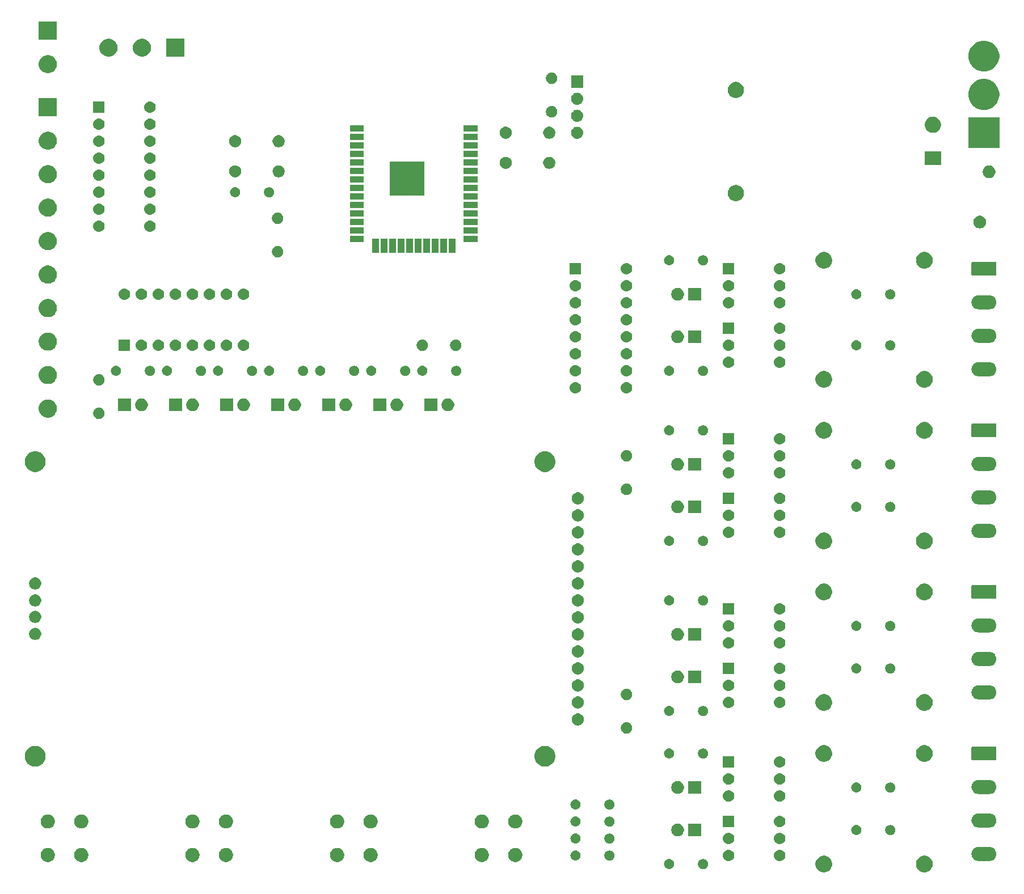
<source format=gbr>
G04 #@! TF.GenerationSoftware,KiCad,Pcbnew,(5.1.4)-1*
G04 #@! TF.CreationDate,2019-09-14T19:38:38+02:00*
G04 #@! TF.ProjectId,regulator board,72656775-6c61-4746-9f72-20626f617264,rev?*
G04 #@! TF.SameCoordinates,Original*
G04 #@! TF.FileFunction,Soldermask,Top*
G04 #@! TF.FilePolarity,Negative*
%FSLAX46Y46*%
G04 Gerber Fmt 4.6, Leading zero omitted, Abs format (unit mm)*
G04 Created by KiCad (PCBNEW (5.1.4)-1) date 2019-09-14 19:38:38*
%MOMM*%
%LPD*%
G04 APERTURE LIST*
%ADD10C,0.100000*%
G04 APERTURE END LIST*
D10*
G36*
X183244903Y-148657075D02*
G01*
X183438396Y-148737222D01*
X183472571Y-148751378D01*
X183677466Y-148888285D01*
X183851715Y-149062534D01*
X183988622Y-149267429D01*
X183988623Y-149267431D01*
X184082925Y-149495097D01*
X184131000Y-149736786D01*
X184131000Y-149983214D01*
X184111935Y-150079059D01*
X184082925Y-150224903D01*
X183988622Y-150452571D01*
X183851715Y-150657466D01*
X183677466Y-150831715D01*
X183472571Y-150968622D01*
X183472570Y-150968623D01*
X183472569Y-150968623D01*
X183244903Y-151062925D01*
X183003214Y-151111000D01*
X182756786Y-151111000D01*
X182515097Y-151062925D01*
X182287431Y-150968623D01*
X182287430Y-150968623D01*
X182287429Y-150968622D01*
X182082534Y-150831715D01*
X181908285Y-150657466D01*
X181771378Y-150452571D01*
X181677075Y-150224903D01*
X181648065Y-150079059D01*
X181629000Y-149983214D01*
X181629000Y-149736786D01*
X181677075Y-149495097D01*
X181771377Y-149267431D01*
X181771378Y-149267429D01*
X181908285Y-149062534D01*
X182082534Y-148888285D01*
X182287429Y-148751378D01*
X182321605Y-148737222D01*
X182515097Y-148657075D01*
X182756786Y-148609000D01*
X183003214Y-148609000D01*
X183244903Y-148657075D01*
X183244903Y-148657075D01*
G37*
G36*
X168244903Y-148657075D02*
G01*
X168438396Y-148737222D01*
X168472571Y-148751378D01*
X168677466Y-148888285D01*
X168851715Y-149062534D01*
X168988622Y-149267429D01*
X168988623Y-149267431D01*
X169082925Y-149495097D01*
X169131000Y-149736786D01*
X169131000Y-149983214D01*
X169111935Y-150079059D01*
X169082925Y-150224903D01*
X168988622Y-150452571D01*
X168851715Y-150657466D01*
X168677466Y-150831715D01*
X168472571Y-150968622D01*
X168472570Y-150968623D01*
X168472569Y-150968623D01*
X168244903Y-151062925D01*
X168003214Y-151111000D01*
X167756786Y-151111000D01*
X167515097Y-151062925D01*
X167287431Y-150968623D01*
X167287430Y-150968623D01*
X167287429Y-150968622D01*
X167082534Y-150831715D01*
X166908285Y-150657466D01*
X166771378Y-150452571D01*
X166677075Y-150224903D01*
X166648065Y-150079059D01*
X166629000Y-149983214D01*
X166629000Y-149736786D01*
X166677075Y-149495097D01*
X166771377Y-149267431D01*
X166771378Y-149267429D01*
X166908285Y-149062534D01*
X167082534Y-148888285D01*
X167287429Y-148751378D01*
X167321605Y-148737222D01*
X167515097Y-148657075D01*
X167756786Y-148609000D01*
X168003214Y-148609000D01*
X168244903Y-148657075D01*
X168244903Y-148657075D01*
G37*
G36*
X144853665Y-149112622D02*
G01*
X144927222Y-149119867D01*
X145068786Y-149162810D01*
X145068788Y-149162811D01*
X145128019Y-149194471D01*
X145199252Y-149232546D01*
X145227256Y-149255528D01*
X145313607Y-149326393D01*
X145362354Y-149385793D01*
X145407454Y-149440748D01*
X145407455Y-149440750D01*
X145471731Y-149561000D01*
X145477190Y-149571214D01*
X145520133Y-149712778D01*
X145534633Y-149860000D01*
X145520133Y-150007222D01*
X145477190Y-150148786D01*
X145407454Y-150279252D01*
X145383008Y-150309040D01*
X145313607Y-150393607D01*
X145241757Y-150452571D01*
X145199252Y-150487454D01*
X145068786Y-150557190D01*
X144927222Y-150600133D01*
X144853665Y-150607378D01*
X144816888Y-150611000D01*
X144743112Y-150611000D01*
X144706335Y-150607378D01*
X144632778Y-150600133D01*
X144491214Y-150557190D01*
X144360748Y-150487454D01*
X144318243Y-150452571D01*
X144246393Y-150393607D01*
X144176992Y-150309040D01*
X144152546Y-150279252D01*
X144082810Y-150148786D01*
X144039867Y-150007222D01*
X144025367Y-149860000D01*
X144039867Y-149712778D01*
X144082810Y-149571214D01*
X144088270Y-149561000D01*
X144152545Y-149440750D01*
X144152546Y-149440748D01*
X144197646Y-149385793D01*
X144246393Y-149326393D01*
X144332744Y-149255528D01*
X144360748Y-149232546D01*
X144431981Y-149194471D01*
X144491212Y-149162811D01*
X144491214Y-149162810D01*
X144632778Y-149119867D01*
X144706335Y-149112622D01*
X144743112Y-149109000D01*
X144816888Y-149109000D01*
X144853665Y-149112622D01*
X144853665Y-149112622D01*
G37*
G36*
X150079059Y-149137860D02*
G01*
X150180729Y-149179973D01*
X150215732Y-149194472D01*
X150338735Y-149276660D01*
X150443340Y-149381265D01*
X150525528Y-149504268D01*
X150582140Y-149640941D01*
X150611000Y-149786033D01*
X150611000Y-149933967D01*
X150582140Y-150079059D01*
X150525528Y-150215732D01*
X150443340Y-150338735D01*
X150338735Y-150443340D01*
X150215732Y-150525528D01*
X150215731Y-150525529D01*
X150215730Y-150525529D01*
X150079059Y-150582140D01*
X149933968Y-150611000D01*
X149786032Y-150611000D01*
X149640941Y-150582140D01*
X149504270Y-150525529D01*
X149504269Y-150525529D01*
X149504268Y-150525528D01*
X149381265Y-150443340D01*
X149276660Y-150338735D01*
X149194472Y-150215732D01*
X149137860Y-150079059D01*
X149109000Y-149933967D01*
X149109000Y-149786033D01*
X149137860Y-149640941D01*
X149194472Y-149504268D01*
X149276660Y-149381265D01*
X149381265Y-149276660D01*
X149504268Y-149194472D01*
X149539272Y-149179973D01*
X149640941Y-149137860D01*
X149786032Y-149109000D01*
X149933968Y-149109000D01*
X150079059Y-149137860D01*
X150079059Y-149137860D01*
G37*
G36*
X57376564Y-147499389D02*
G01*
X57567833Y-147578615D01*
X57567835Y-147578616D01*
X57739973Y-147693635D01*
X57886365Y-147840027D01*
X57997706Y-148006660D01*
X58001385Y-148012167D01*
X58080611Y-148203436D01*
X58121000Y-148406484D01*
X58121000Y-148613516D01*
X58080611Y-148816564D01*
X58030837Y-148936729D01*
X58001384Y-149007835D01*
X57886365Y-149179973D01*
X57739973Y-149326365D01*
X57567835Y-149441384D01*
X57567834Y-149441385D01*
X57567833Y-149441385D01*
X57376564Y-149520611D01*
X57173516Y-149561000D01*
X56966484Y-149561000D01*
X56763436Y-149520611D01*
X56572167Y-149441385D01*
X56572166Y-149441385D01*
X56572165Y-149441384D01*
X56400027Y-149326365D01*
X56253635Y-149179973D01*
X56138616Y-149007835D01*
X56109163Y-148936729D01*
X56059389Y-148816564D01*
X56019000Y-148613516D01*
X56019000Y-148406484D01*
X56059389Y-148203436D01*
X56138615Y-148012167D01*
X56142295Y-148006660D01*
X56253635Y-147840027D01*
X56400027Y-147693635D01*
X56572165Y-147578616D01*
X56572167Y-147578615D01*
X56763436Y-147499389D01*
X56966484Y-147459000D01*
X57173516Y-147459000D01*
X57376564Y-147499389D01*
X57376564Y-147499389D01*
G37*
G36*
X117146564Y-147499389D02*
G01*
X117337833Y-147578615D01*
X117337835Y-147578616D01*
X117509973Y-147693635D01*
X117656365Y-147840027D01*
X117767706Y-148006660D01*
X117771385Y-148012167D01*
X117850611Y-148203436D01*
X117891000Y-148406484D01*
X117891000Y-148613516D01*
X117850611Y-148816564D01*
X117800837Y-148936729D01*
X117771384Y-149007835D01*
X117656365Y-149179973D01*
X117509973Y-149326365D01*
X117337835Y-149441384D01*
X117337834Y-149441385D01*
X117337833Y-149441385D01*
X117146564Y-149520611D01*
X116943516Y-149561000D01*
X116736484Y-149561000D01*
X116533436Y-149520611D01*
X116342167Y-149441385D01*
X116342166Y-149441385D01*
X116342165Y-149441384D01*
X116170027Y-149326365D01*
X116023635Y-149179973D01*
X115908616Y-149007835D01*
X115879163Y-148936729D01*
X115829389Y-148816564D01*
X115789000Y-148613516D01*
X115789000Y-148406484D01*
X115829389Y-148203436D01*
X115908615Y-148012167D01*
X115912295Y-148006660D01*
X116023635Y-147840027D01*
X116170027Y-147693635D01*
X116342165Y-147578616D01*
X116342167Y-147578615D01*
X116533436Y-147499389D01*
X116736484Y-147459000D01*
X116943516Y-147459000D01*
X117146564Y-147499389D01*
X117146564Y-147499389D01*
G37*
G36*
X122146564Y-147499389D02*
G01*
X122337833Y-147578615D01*
X122337835Y-147578616D01*
X122509973Y-147693635D01*
X122656365Y-147840027D01*
X122767706Y-148006660D01*
X122771385Y-148012167D01*
X122850611Y-148203436D01*
X122891000Y-148406484D01*
X122891000Y-148613516D01*
X122850611Y-148816564D01*
X122800837Y-148936729D01*
X122771384Y-149007835D01*
X122656365Y-149179973D01*
X122509973Y-149326365D01*
X122337835Y-149441384D01*
X122337834Y-149441385D01*
X122337833Y-149441385D01*
X122146564Y-149520611D01*
X121943516Y-149561000D01*
X121736484Y-149561000D01*
X121533436Y-149520611D01*
X121342167Y-149441385D01*
X121342166Y-149441385D01*
X121342165Y-149441384D01*
X121170027Y-149326365D01*
X121023635Y-149179973D01*
X120908616Y-149007835D01*
X120879163Y-148936729D01*
X120829389Y-148816564D01*
X120789000Y-148613516D01*
X120789000Y-148406484D01*
X120829389Y-148203436D01*
X120908615Y-148012167D01*
X120912295Y-148006660D01*
X121023635Y-147840027D01*
X121170027Y-147693635D01*
X121342165Y-147578616D01*
X121342167Y-147578615D01*
X121533436Y-147499389D01*
X121736484Y-147459000D01*
X121943516Y-147459000D01*
X122146564Y-147499389D01*
X122146564Y-147499389D01*
G37*
G36*
X95556564Y-147499389D02*
G01*
X95747833Y-147578615D01*
X95747835Y-147578616D01*
X95919973Y-147693635D01*
X96066365Y-147840027D01*
X96177706Y-148006660D01*
X96181385Y-148012167D01*
X96260611Y-148203436D01*
X96301000Y-148406484D01*
X96301000Y-148613516D01*
X96260611Y-148816564D01*
X96210837Y-148936729D01*
X96181384Y-149007835D01*
X96066365Y-149179973D01*
X95919973Y-149326365D01*
X95747835Y-149441384D01*
X95747834Y-149441385D01*
X95747833Y-149441385D01*
X95556564Y-149520611D01*
X95353516Y-149561000D01*
X95146484Y-149561000D01*
X94943436Y-149520611D01*
X94752167Y-149441385D01*
X94752166Y-149441385D01*
X94752165Y-149441384D01*
X94580027Y-149326365D01*
X94433635Y-149179973D01*
X94318616Y-149007835D01*
X94289163Y-148936729D01*
X94239389Y-148816564D01*
X94199000Y-148613516D01*
X94199000Y-148406484D01*
X94239389Y-148203436D01*
X94318615Y-148012167D01*
X94322295Y-148006660D01*
X94433635Y-147840027D01*
X94580027Y-147693635D01*
X94752165Y-147578616D01*
X94752167Y-147578615D01*
X94943436Y-147499389D01*
X95146484Y-147459000D01*
X95353516Y-147459000D01*
X95556564Y-147499389D01*
X95556564Y-147499389D01*
G37*
G36*
X100556564Y-147499389D02*
G01*
X100747833Y-147578615D01*
X100747835Y-147578616D01*
X100919973Y-147693635D01*
X101066365Y-147840027D01*
X101177706Y-148006660D01*
X101181385Y-148012167D01*
X101260611Y-148203436D01*
X101301000Y-148406484D01*
X101301000Y-148613516D01*
X101260611Y-148816564D01*
X101210837Y-148936729D01*
X101181384Y-149007835D01*
X101066365Y-149179973D01*
X100919973Y-149326365D01*
X100747835Y-149441384D01*
X100747834Y-149441385D01*
X100747833Y-149441385D01*
X100556564Y-149520611D01*
X100353516Y-149561000D01*
X100146484Y-149561000D01*
X99943436Y-149520611D01*
X99752167Y-149441385D01*
X99752166Y-149441385D01*
X99752165Y-149441384D01*
X99580027Y-149326365D01*
X99433635Y-149179973D01*
X99318616Y-149007835D01*
X99289163Y-148936729D01*
X99239389Y-148816564D01*
X99199000Y-148613516D01*
X99199000Y-148406484D01*
X99239389Y-148203436D01*
X99318615Y-148012167D01*
X99322295Y-148006660D01*
X99433635Y-147840027D01*
X99580027Y-147693635D01*
X99752165Y-147578616D01*
X99752167Y-147578615D01*
X99943436Y-147499389D01*
X100146484Y-147459000D01*
X100353516Y-147459000D01*
X100556564Y-147499389D01*
X100556564Y-147499389D01*
G37*
G36*
X73966564Y-147499389D02*
G01*
X74157833Y-147578615D01*
X74157835Y-147578616D01*
X74329973Y-147693635D01*
X74476365Y-147840027D01*
X74587706Y-148006660D01*
X74591385Y-148012167D01*
X74670611Y-148203436D01*
X74711000Y-148406484D01*
X74711000Y-148613516D01*
X74670611Y-148816564D01*
X74620837Y-148936729D01*
X74591384Y-149007835D01*
X74476365Y-149179973D01*
X74329973Y-149326365D01*
X74157835Y-149441384D01*
X74157834Y-149441385D01*
X74157833Y-149441385D01*
X73966564Y-149520611D01*
X73763516Y-149561000D01*
X73556484Y-149561000D01*
X73353436Y-149520611D01*
X73162167Y-149441385D01*
X73162166Y-149441385D01*
X73162165Y-149441384D01*
X72990027Y-149326365D01*
X72843635Y-149179973D01*
X72728616Y-149007835D01*
X72699163Y-148936729D01*
X72649389Y-148816564D01*
X72609000Y-148613516D01*
X72609000Y-148406484D01*
X72649389Y-148203436D01*
X72728615Y-148012167D01*
X72732295Y-148006660D01*
X72843635Y-147840027D01*
X72990027Y-147693635D01*
X73162165Y-147578616D01*
X73162167Y-147578615D01*
X73353436Y-147499389D01*
X73556484Y-147459000D01*
X73763516Y-147459000D01*
X73966564Y-147499389D01*
X73966564Y-147499389D01*
G37*
G36*
X52376564Y-147499389D02*
G01*
X52567833Y-147578615D01*
X52567835Y-147578616D01*
X52739973Y-147693635D01*
X52886365Y-147840027D01*
X52997706Y-148006660D01*
X53001385Y-148012167D01*
X53080611Y-148203436D01*
X53121000Y-148406484D01*
X53121000Y-148613516D01*
X53080611Y-148816564D01*
X53030837Y-148936729D01*
X53001384Y-149007835D01*
X52886365Y-149179973D01*
X52739973Y-149326365D01*
X52567835Y-149441384D01*
X52567834Y-149441385D01*
X52567833Y-149441385D01*
X52376564Y-149520611D01*
X52173516Y-149561000D01*
X51966484Y-149561000D01*
X51763436Y-149520611D01*
X51572167Y-149441385D01*
X51572166Y-149441385D01*
X51572165Y-149441384D01*
X51400027Y-149326365D01*
X51253635Y-149179973D01*
X51138616Y-149007835D01*
X51109163Y-148936729D01*
X51059389Y-148816564D01*
X51019000Y-148613516D01*
X51019000Y-148406484D01*
X51059389Y-148203436D01*
X51138615Y-148012167D01*
X51142295Y-148006660D01*
X51253635Y-147840027D01*
X51400027Y-147693635D01*
X51572165Y-147578616D01*
X51572167Y-147578615D01*
X51763436Y-147499389D01*
X51966484Y-147459000D01*
X52173516Y-147459000D01*
X52376564Y-147499389D01*
X52376564Y-147499389D01*
G37*
G36*
X78966564Y-147499389D02*
G01*
X79157833Y-147578615D01*
X79157835Y-147578616D01*
X79329973Y-147693635D01*
X79476365Y-147840027D01*
X79587706Y-148006660D01*
X79591385Y-148012167D01*
X79670611Y-148203436D01*
X79711000Y-148406484D01*
X79711000Y-148613516D01*
X79670611Y-148816564D01*
X79620837Y-148936729D01*
X79591384Y-149007835D01*
X79476365Y-149179973D01*
X79329973Y-149326365D01*
X79157835Y-149441384D01*
X79157834Y-149441385D01*
X79157833Y-149441385D01*
X78966564Y-149520611D01*
X78763516Y-149561000D01*
X78556484Y-149561000D01*
X78353436Y-149520611D01*
X78162167Y-149441385D01*
X78162166Y-149441385D01*
X78162165Y-149441384D01*
X77990027Y-149326365D01*
X77843635Y-149179973D01*
X77728616Y-149007835D01*
X77699163Y-148936729D01*
X77649389Y-148816564D01*
X77609000Y-148613516D01*
X77609000Y-148406484D01*
X77649389Y-148203436D01*
X77728615Y-148012167D01*
X77732295Y-148006660D01*
X77843635Y-147840027D01*
X77990027Y-147693635D01*
X78162165Y-147578616D01*
X78162167Y-147578615D01*
X78353436Y-147499389D01*
X78556484Y-147459000D01*
X78763516Y-147459000D01*
X78966564Y-147499389D01*
X78966564Y-147499389D01*
G37*
G36*
X153836823Y-147751313D02*
G01*
X153997242Y-147799976D01*
X154072172Y-147840027D01*
X154145078Y-147878996D01*
X154274659Y-147985341D01*
X154381004Y-148114922D01*
X154381005Y-148114924D01*
X154460024Y-148262758D01*
X154508687Y-148423177D01*
X154525117Y-148590000D01*
X154508687Y-148756823D01*
X154460024Y-148917242D01*
X154389114Y-149049906D01*
X154381004Y-149065078D01*
X154274659Y-149194659D01*
X154145078Y-149301004D01*
X154145076Y-149301005D01*
X153997242Y-149380024D01*
X153997239Y-149380025D01*
X153978224Y-149385793D01*
X153836823Y-149428687D01*
X153711804Y-149441000D01*
X153628196Y-149441000D01*
X153503177Y-149428687D01*
X153361776Y-149385793D01*
X153342761Y-149380025D01*
X153342758Y-149380024D01*
X153194924Y-149301005D01*
X153194922Y-149301004D01*
X153065341Y-149194659D01*
X152958996Y-149065078D01*
X152950886Y-149049906D01*
X152879976Y-148917242D01*
X152831313Y-148756823D01*
X152814883Y-148590000D01*
X152831313Y-148423177D01*
X152879976Y-148262758D01*
X152958995Y-148114924D01*
X152958996Y-148114922D01*
X153065341Y-147985341D01*
X153194922Y-147878996D01*
X153267828Y-147840027D01*
X153342758Y-147799976D01*
X153503177Y-147751313D01*
X153628196Y-147739000D01*
X153711804Y-147739000D01*
X153836823Y-147751313D01*
X153836823Y-147751313D01*
G37*
G36*
X161456823Y-147751313D02*
G01*
X161617242Y-147799976D01*
X161692172Y-147840027D01*
X161765078Y-147878996D01*
X161894659Y-147985341D01*
X162001004Y-148114922D01*
X162001005Y-148114924D01*
X162080024Y-148262758D01*
X162128687Y-148423177D01*
X162145117Y-148590000D01*
X162128687Y-148756823D01*
X162080024Y-148917242D01*
X162009114Y-149049906D01*
X162001004Y-149065078D01*
X161894659Y-149194659D01*
X161765078Y-149301004D01*
X161765076Y-149301005D01*
X161617242Y-149380024D01*
X161617239Y-149380025D01*
X161598224Y-149385793D01*
X161456823Y-149428687D01*
X161331804Y-149441000D01*
X161248196Y-149441000D01*
X161123177Y-149428687D01*
X160981776Y-149385793D01*
X160962761Y-149380025D01*
X160962758Y-149380024D01*
X160814924Y-149301005D01*
X160814922Y-149301004D01*
X160685341Y-149194659D01*
X160578996Y-149065078D01*
X160570886Y-149049906D01*
X160499976Y-148917242D01*
X160451313Y-148756823D01*
X160434883Y-148590000D01*
X160451313Y-148423177D01*
X160499976Y-148262758D01*
X160578995Y-148114924D01*
X160578996Y-148114922D01*
X160685341Y-147985341D01*
X160814922Y-147878996D01*
X160887828Y-147840027D01*
X160962758Y-147799976D01*
X161123177Y-147751313D01*
X161248196Y-147739000D01*
X161331804Y-147739000D01*
X161456823Y-147751313D01*
X161456823Y-147751313D01*
G37*
G36*
X192673097Y-147304069D02*
G01*
X192776032Y-147314207D01*
X192974146Y-147374305D01*
X192974149Y-147374306D01*
X193070975Y-147426061D01*
X193156729Y-147471897D01*
X193316765Y-147603235D01*
X193448103Y-147763271D01*
X193467722Y-147799976D01*
X193545694Y-147945851D01*
X193545695Y-147945854D01*
X193605793Y-148143968D01*
X193626085Y-148350000D01*
X193605793Y-148556032D01*
X193550829Y-148737222D01*
X193545694Y-148754149D01*
X193516344Y-148809059D01*
X193448103Y-148936729D01*
X193316765Y-149096765D01*
X193156729Y-149228103D01*
X193105420Y-149255528D01*
X192974149Y-149325694D01*
X192974146Y-149325695D01*
X192776032Y-149385793D01*
X192673097Y-149395931D01*
X192621631Y-149401000D01*
X190918369Y-149401000D01*
X190866903Y-149395931D01*
X190763968Y-149385793D01*
X190565854Y-149325695D01*
X190565851Y-149325694D01*
X190434580Y-149255528D01*
X190383271Y-149228103D01*
X190223235Y-149096765D01*
X190091897Y-148936729D01*
X190023656Y-148809059D01*
X189994306Y-148754149D01*
X189989171Y-148737222D01*
X189934207Y-148556032D01*
X189913915Y-148350000D01*
X189934207Y-148143968D01*
X189994305Y-147945854D01*
X189994306Y-147945851D01*
X190072278Y-147799976D01*
X190091897Y-147763271D01*
X190223235Y-147603235D01*
X190383271Y-147471897D01*
X190469025Y-147426061D01*
X190565851Y-147374306D01*
X190565854Y-147374305D01*
X190763968Y-147314207D01*
X190866903Y-147304069D01*
X190918369Y-147299000D01*
X192621631Y-147299000D01*
X192673097Y-147304069D01*
X192673097Y-147304069D01*
G37*
G36*
X136109059Y-147867860D02*
G01*
X136169294Y-147892810D01*
X136245732Y-147924472D01*
X136368735Y-148006660D01*
X136473340Y-148111265D01*
X136555528Y-148234268D01*
X136555529Y-148234270D01*
X136612140Y-148370941D01*
X136641000Y-148516032D01*
X136641000Y-148663968D01*
X136612140Y-148809059D01*
X136579324Y-148888285D01*
X136555528Y-148945732D01*
X136473340Y-149068735D01*
X136368735Y-149173340D01*
X136245732Y-149255528D01*
X136245731Y-149255529D01*
X136245730Y-149255529D01*
X136109059Y-149312140D01*
X135963968Y-149341000D01*
X135816032Y-149341000D01*
X135670941Y-149312140D01*
X135534270Y-149255529D01*
X135534269Y-149255529D01*
X135534268Y-149255528D01*
X135411265Y-149173340D01*
X135306660Y-149068735D01*
X135224472Y-148945732D01*
X135200677Y-148888285D01*
X135167860Y-148809059D01*
X135139000Y-148663968D01*
X135139000Y-148516032D01*
X135167860Y-148370941D01*
X135224471Y-148234270D01*
X135224472Y-148234268D01*
X135306660Y-148111265D01*
X135411265Y-148006660D01*
X135534268Y-147924472D01*
X135610707Y-147892810D01*
X135670941Y-147867860D01*
X135816032Y-147839000D01*
X135963968Y-147839000D01*
X136109059Y-147867860D01*
X136109059Y-147867860D01*
G37*
G36*
X130883665Y-147842622D02*
G01*
X130957222Y-147849867D01*
X131098786Y-147892810D01*
X131229252Y-147962546D01*
X131257028Y-147985341D01*
X131343607Y-148056393D01*
X131413008Y-148140960D01*
X131437454Y-148170748D01*
X131507190Y-148301214D01*
X131550133Y-148442778D01*
X131564633Y-148590000D01*
X131550133Y-148737222D01*
X131507190Y-148878786D01*
X131437454Y-149009252D01*
X131413008Y-149039040D01*
X131343607Y-149123607D01*
X131283004Y-149173341D01*
X131229252Y-149217454D01*
X131098786Y-149287190D01*
X130957222Y-149330133D01*
X130883665Y-149337378D01*
X130846888Y-149341000D01*
X130773112Y-149341000D01*
X130736335Y-149337378D01*
X130662778Y-149330133D01*
X130521214Y-149287190D01*
X130390748Y-149217454D01*
X130336996Y-149173341D01*
X130276393Y-149123607D01*
X130206992Y-149039040D01*
X130182546Y-149009252D01*
X130112810Y-148878786D01*
X130069867Y-148737222D01*
X130055367Y-148590000D01*
X130069867Y-148442778D01*
X130112810Y-148301214D01*
X130182546Y-148170748D01*
X130206992Y-148140960D01*
X130276393Y-148056393D01*
X130362972Y-147985341D01*
X130390748Y-147962546D01*
X130521214Y-147892810D01*
X130662778Y-147849867D01*
X130736335Y-147842622D01*
X130773112Y-147839000D01*
X130846888Y-147839000D01*
X130883665Y-147842622D01*
X130883665Y-147842622D01*
G37*
G36*
X161456823Y-145211313D02*
G01*
X161587380Y-145250917D01*
X161613145Y-145258733D01*
X161617242Y-145259976D01*
X161717578Y-145313607D01*
X161765078Y-145338996D01*
X161894659Y-145445341D01*
X162001004Y-145574922D01*
X162001005Y-145574924D01*
X162080024Y-145722758D01*
X162128687Y-145883177D01*
X162145117Y-146050000D01*
X162128687Y-146216823D01*
X162080024Y-146377242D01*
X162009114Y-146509906D01*
X162001004Y-146525078D01*
X161894659Y-146654659D01*
X161765078Y-146761004D01*
X161765076Y-146761005D01*
X161617242Y-146840024D01*
X161456823Y-146888687D01*
X161331804Y-146901000D01*
X161248196Y-146901000D01*
X161123177Y-146888687D01*
X160962758Y-146840024D01*
X160814924Y-146761005D01*
X160814922Y-146761004D01*
X160685341Y-146654659D01*
X160578996Y-146525078D01*
X160570886Y-146509906D01*
X160499976Y-146377242D01*
X160451313Y-146216823D01*
X160434883Y-146050000D01*
X160451313Y-145883177D01*
X160499976Y-145722758D01*
X160578995Y-145574924D01*
X160578996Y-145574922D01*
X160685341Y-145445341D01*
X160814922Y-145338996D01*
X160862422Y-145313607D01*
X160962758Y-145259976D01*
X160966856Y-145258733D01*
X160992620Y-145250917D01*
X161123177Y-145211313D01*
X161248196Y-145199000D01*
X161331804Y-145199000D01*
X161456823Y-145211313D01*
X161456823Y-145211313D01*
G37*
G36*
X153836823Y-145211313D02*
G01*
X153967380Y-145250917D01*
X153993145Y-145258733D01*
X153997242Y-145259976D01*
X154097578Y-145313607D01*
X154145078Y-145338996D01*
X154274659Y-145445341D01*
X154381004Y-145574922D01*
X154381005Y-145574924D01*
X154460024Y-145722758D01*
X154508687Y-145883177D01*
X154525117Y-146050000D01*
X154508687Y-146216823D01*
X154460024Y-146377242D01*
X154389114Y-146509906D01*
X154381004Y-146525078D01*
X154274659Y-146654659D01*
X154145078Y-146761004D01*
X154145076Y-146761005D01*
X153997242Y-146840024D01*
X153836823Y-146888687D01*
X153711804Y-146901000D01*
X153628196Y-146901000D01*
X153503177Y-146888687D01*
X153342758Y-146840024D01*
X153194924Y-146761005D01*
X153194922Y-146761004D01*
X153065341Y-146654659D01*
X152958996Y-146525078D01*
X152950886Y-146509906D01*
X152879976Y-146377242D01*
X152831313Y-146216823D01*
X152814883Y-146050000D01*
X152831313Y-145883177D01*
X152879976Y-145722758D01*
X152958995Y-145574924D01*
X152958996Y-145574922D01*
X153065341Y-145445341D01*
X153194922Y-145338996D01*
X153242422Y-145313607D01*
X153342758Y-145259976D01*
X153346856Y-145258733D01*
X153372620Y-145250917D01*
X153503177Y-145211313D01*
X153628196Y-145199000D01*
X153711804Y-145199000D01*
X153836823Y-145211313D01*
X153836823Y-145211313D01*
G37*
G36*
X136109059Y-145327860D02*
G01*
X136194718Y-145363341D01*
X136245732Y-145384472D01*
X136368735Y-145466660D01*
X136473340Y-145571265D01*
X136555528Y-145694268D01*
X136612140Y-145830941D01*
X136641000Y-145976033D01*
X136641000Y-146123967D01*
X136612140Y-146269059D01*
X136555528Y-146405732D01*
X136473340Y-146528735D01*
X136368735Y-146633340D01*
X136245732Y-146715528D01*
X136245731Y-146715529D01*
X136245730Y-146715529D01*
X136109059Y-146772140D01*
X135963968Y-146801000D01*
X135816032Y-146801000D01*
X135670941Y-146772140D01*
X135534270Y-146715529D01*
X135534269Y-146715529D01*
X135534268Y-146715528D01*
X135411265Y-146633340D01*
X135306660Y-146528735D01*
X135224472Y-146405732D01*
X135167860Y-146269059D01*
X135139000Y-146123967D01*
X135139000Y-145976033D01*
X135167860Y-145830941D01*
X135224472Y-145694268D01*
X135306660Y-145571265D01*
X135411265Y-145466660D01*
X135534268Y-145384472D01*
X135585283Y-145363341D01*
X135670941Y-145327860D01*
X135816032Y-145299000D01*
X135963968Y-145299000D01*
X136109059Y-145327860D01*
X136109059Y-145327860D01*
G37*
G36*
X130883665Y-145302622D02*
G01*
X130957222Y-145309867D01*
X131098786Y-145352810D01*
X131229252Y-145422546D01*
X131257028Y-145445341D01*
X131343607Y-145516393D01*
X131413008Y-145600960D01*
X131437454Y-145630748D01*
X131507190Y-145761214D01*
X131550133Y-145902778D01*
X131564633Y-146050000D01*
X131550133Y-146197222D01*
X131507190Y-146338786D01*
X131437454Y-146469252D01*
X131413008Y-146499040D01*
X131343607Y-146583607D01*
X131283004Y-146633341D01*
X131229252Y-146677454D01*
X131098786Y-146747190D01*
X130957222Y-146790133D01*
X130883665Y-146797378D01*
X130846888Y-146801000D01*
X130773112Y-146801000D01*
X130736335Y-146797378D01*
X130662778Y-146790133D01*
X130521214Y-146747190D01*
X130390748Y-146677454D01*
X130336996Y-146633341D01*
X130276393Y-146583607D01*
X130206992Y-146499040D01*
X130182546Y-146469252D01*
X130112810Y-146338786D01*
X130069867Y-146197222D01*
X130055367Y-146050000D01*
X130069867Y-145902778D01*
X130112810Y-145761214D01*
X130182546Y-145630748D01*
X130206992Y-145600960D01*
X130276393Y-145516393D01*
X130362972Y-145445341D01*
X130390748Y-145422546D01*
X130521214Y-145352810D01*
X130662778Y-145309867D01*
X130736335Y-145302622D01*
X130773112Y-145299000D01*
X130846888Y-145299000D01*
X130883665Y-145302622D01*
X130883665Y-145302622D01*
G37*
G36*
X149541000Y-145731000D02*
G01*
X147639000Y-145731000D01*
X147639000Y-143829000D01*
X149541000Y-143829000D01*
X149541000Y-145731000D01*
X149541000Y-145731000D01*
G37*
G36*
X146327395Y-143865546D02*
G01*
X146500466Y-143937234D01*
X146572069Y-143985078D01*
X146656227Y-144041310D01*
X146788690Y-144173773D01*
X146820249Y-144221005D01*
X146892766Y-144329534D01*
X146964454Y-144502605D01*
X147001000Y-144686333D01*
X147001000Y-144873667D01*
X146964454Y-145057395D01*
X146892766Y-145230466D01*
X146873048Y-145259976D01*
X146788690Y-145386227D01*
X146656227Y-145518690D01*
X146577818Y-145571081D01*
X146500466Y-145622766D01*
X146327395Y-145694454D01*
X146143667Y-145731000D01*
X145956333Y-145731000D01*
X145772605Y-145694454D01*
X145599534Y-145622766D01*
X145522182Y-145571081D01*
X145443773Y-145518690D01*
X145311310Y-145386227D01*
X145226952Y-145259976D01*
X145207234Y-145230466D01*
X145135546Y-145057395D01*
X145099000Y-144873667D01*
X145099000Y-144686333D01*
X145135546Y-144502605D01*
X145207234Y-144329534D01*
X145279751Y-144221005D01*
X145311310Y-144173773D01*
X145443773Y-144041310D01*
X145527931Y-143985078D01*
X145599534Y-143937234D01*
X145772605Y-143865546D01*
X145956333Y-143829000D01*
X146143667Y-143829000D01*
X146327395Y-143865546D01*
X146327395Y-143865546D01*
G37*
G36*
X172793665Y-144032622D02*
G01*
X172867222Y-144039867D01*
X173008786Y-144082810D01*
X173139252Y-144152546D01*
X173167256Y-144175528D01*
X173253607Y-144246393D01*
X173321837Y-144329534D01*
X173347454Y-144360748D01*
X173417190Y-144491214D01*
X173460133Y-144632778D01*
X173474633Y-144780000D01*
X173460133Y-144927222D01*
X173417190Y-145068786D01*
X173347454Y-145199252D01*
X173337555Y-145211314D01*
X173253607Y-145313607D01*
X173193004Y-145363341D01*
X173139252Y-145407454D01*
X173008786Y-145477190D01*
X172867222Y-145520133D01*
X172793665Y-145527378D01*
X172756888Y-145531000D01*
X172683112Y-145531000D01*
X172646335Y-145527378D01*
X172572778Y-145520133D01*
X172431214Y-145477190D01*
X172300748Y-145407454D01*
X172246996Y-145363341D01*
X172186393Y-145313607D01*
X172102445Y-145211314D01*
X172092546Y-145199252D01*
X172022810Y-145068786D01*
X171979867Y-144927222D01*
X171965367Y-144780000D01*
X171979867Y-144632778D01*
X172022810Y-144491214D01*
X172092546Y-144360748D01*
X172118163Y-144329534D01*
X172186393Y-144246393D01*
X172272744Y-144175528D01*
X172300748Y-144152546D01*
X172431214Y-144082810D01*
X172572778Y-144039867D01*
X172646335Y-144032622D01*
X172683112Y-144029000D01*
X172756888Y-144029000D01*
X172793665Y-144032622D01*
X172793665Y-144032622D01*
G37*
G36*
X178019059Y-144057860D02*
G01*
X178104718Y-144093341D01*
X178155732Y-144114472D01*
X178278735Y-144196660D01*
X178383340Y-144301265D01*
X178465528Y-144424268D01*
X178522140Y-144560941D01*
X178551000Y-144706033D01*
X178551000Y-144853967D01*
X178522140Y-144999059D01*
X178465528Y-145135732D01*
X178383340Y-145258735D01*
X178278735Y-145363340D01*
X178155732Y-145445528D01*
X178155731Y-145445529D01*
X178155730Y-145445529D01*
X178019059Y-145502140D01*
X177873968Y-145531000D01*
X177726032Y-145531000D01*
X177580941Y-145502140D01*
X177444270Y-145445529D01*
X177444269Y-145445529D01*
X177444268Y-145445528D01*
X177321265Y-145363340D01*
X177216660Y-145258735D01*
X177134472Y-145135732D01*
X177077860Y-144999059D01*
X177049000Y-144853967D01*
X177049000Y-144706033D01*
X177077860Y-144560941D01*
X177134472Y-144424268D01*
X177216660Y-144301265D01*
X177321265Y-144196660D01*
X177444268Y-144114472D01*
X177495283Y-144093341D01*
X177580941Y-144057860D01*
X177726032Y-144029000D01*
X177873968Y-144029000D01*
X178019059Y-144057860D01*
X178019059Y-144057860D01*
G37*
G36*
X52376564Y-142499389D02*
G01*
X52567833Y-142578615D01*
X52567835Y-142578616D01*
X52739973Y-142693635D01*
X52886365Y-142840027D01*
X52977483Y-142976394D01*
X53001385Y-143012167D01*
X53080611Y-143203436D01*
X53121000Y-143406484D01*
X53121000Y-143613516D01*
X53080611Y-143816564D01*
X53001385Y-144007833D01*
X53001384Y-144007835D01*
X52886365Y-144179973D01*
X52739973Y-144326365D01*
X52567835Y-144441384D01*
X52567834Y-144441385D01*
X52567833Y-144441385D01*
X52376564Y-144520611D01*
X52173516Y-144561000D01*
X51966484Y-144561000D01*
X51763436Y-144520611D01*
X51572167Y-144441385D01*
X51572166Y-144441385D01*
X51572165Y-144441384D01*
X51400027Y-144326365D01*
X51253635Y-144179973D01*
X51138616Y-144007835D01*
X51138615Y-144007833D01*
X51059389Y-143816564D01*
X51019000Y-143613516D01*
X51019000Y-143406484D01*
X51059389Y-143203436D01*
X51138615Y-143012167D01*
X51162518Y-142976394D01*
X51253635Y-142840027D01*
X51400027Y-142693635D01*
X51572165Y-142578616D01*
X51572167Y-142578615D01*
X51763436Y-142499389D01*
X51966484Y-142459000D01*
X52173516Y-142459000D01*
X52376564Y-142499389D01*
X52376564Y-142499389D01*
G37*
G36*
X57376564Y-142499389D02*
G01*
X57567833Y-142578615D01*
X57567835Y-142578616D01*
X57739973Y-142693635D01*
X57886365Y-142840027D01*
X57977483Y-142976394D01*
X58001385Y-143012167D01*
X58080611Y-143203436D01*
X58121000Y-143406484D01*
X58121000Y-143613516D01*
X58080611Y-143816564D01*
X58001385Y-144007833D01*
X58001384Y-144007835D01*
X57886365Y-144179973D01*
X57739973Y-144326365D01*
X57567835Y-144441384D01*
X57567834Y-144441385D01*
X57567833Y-144441385D01*
X57376564Y-144520611D01*
X57173516Y-144561000D01*
X56966484Y-144561000D01*
X56763436Y-144520611D01*
X56572167Y-144441385D01*
X56572166Y-144441385D01*
X56572165Y-144441384D01*
X56400027Y-144326365D01*
X56253635Y-144179973D01*
X56138616Y-144007835D01*
X56138615Y-144007833D01*
X56059389Y-143816564D01*
X56019000Y-143613516D01*
X56019000Y-143406484D01*
X56059389Y-143203436D01*
X56138615Y-143012167D01*
X56162518Y-142976394D01*
X56253635Y-142840027D01*
X56400027Y-142693635D01*
X56572165Y-142578616D01*
X56572167Y-142578615D01*
X56763436Y-142499389D01*
X56966484Y-142459000D01*
X57173516Y-142459000D01*
X57376564Y-142499389D01*
X57376564Y-142499389D01*
G37*
G36*
X73966564Y-142499389D02*
G01*
X74157833Y-142578615D01*
X74157835Y-142578616D01*
X74329973Y-142693635D01*
X74476365Y-142840027D01*
X74567483Y-142976394D01*
X74591385Y-143012167D01*
X74670611Y-143203436D01*
X74711000Y-143406484D01*
X74711000Y-143613516D01*
X74670611Y-143816564D01*
X74591385Y-144007833D01*
X74591384Y-144007835D01*
X74476365Y-144179973D01*
X74329973Y-144326365D01*
X74157835Y-144441384D01*
X74157834Y-144441385D01*
X74157833Y-144441385D01*
X73966564Y-144520611D01*
X73763516Y-144561000D01*
X73556484Y-144561000D01*
X73353436Y-144520611D01*
X73162167Y-144441385D01*
X73162166Y-144441385D01*
X73162165Y-144441384D01*
X72990027Y-144326365D01*
X72843635Y-144179973D01*
X72728616Y-144007835D01*
X72728615Y-144007833D01*
X72649389Y-143816564D01*
X72609000Y-143613516D01*
X72609000Y-143406484D01*
X72649389Y-143203436D01*
X72728615Y-143012167D01*
X72752518Y-142976394D01*
X72843635Y-142840027D01*
X72990027Y-142693635D01*
X73162165Y-142578616D01*
X73162167Y-142578615D01*
X73353436Y-142499389D01*
X73556484Y-142459000D01*
X73763516Y-142459000D01*
X73966564Y-142499389D01*
X73966564Y-142499389D01*
G37*
G36*
X117146564Y-142499389D02*
G01*
X117337833Y-142578615D01*
X117337835Y-142578616D01*
X117509973Y-142693635D01*
X117656365Y-142840027D01*
X117747483Y-142976394D01*
X117771385Y-143012167D01*
X117850611Y-143203436D01*
X117891000Y-143406484D01*
X117891000Y-143613516D01*
X117850611Y-143816564D01*
X117771385Y-144007833D01*
X117771384Y-144007835D01*
X117656365Y-144179973D01*
X117509973Y-144326365D01*
X117337835Y-144441384D01*
X117337834Y-144441385D01*
X117337833Y-144441385D01*
X117146564Y-144520611D01*
X116943516Y-144561000D01*
X116736484Y-144561000D01*
X116533436Y-144520611D01*
X116342167Y-144441385D01*
X116342166Y-144441385D01*
X116342165Y-144441384D01*
X116170027Y-144326365D01*
X116023635Y-144179973D01*
X115908616Y-144007835D01*
X115908615Y-144007833D01*
X115829389Y-143816564D01*
X115789000Y-143613516D01*
X115789000Y-143406484D01*
X115829389Y-143203436D01*
X115908615Y-143012167D01*
X115932518Y-142976394D01*
X116023635Y-142840027D01*
X116170027Y-142693635D01*
X116342165Y-142578616D01*
X116342167Y-142578615D01*
X116533436Y-142499389D01*
X116736484Y-142459000D01*
X116943516Y-142459000D01*
X117146564Y-142499389D01*
X117146564Y-142499389D01*
G37*
G36*
X122146564Y-142499389D02*
G01*
X122337833Y-142578615D01*
X122337835Y-142578616D01*
X122509973Y-142693635D01*
X122656365Y-142840027D01*
X122747483Y-142976394D01*
X122771385Y-143012167D01*
X122850611Y-143203436D01*
X122891000Y-143406484D01*
X122891000Y-143613516D01*
X122850611Y-143816564D01*
X122771385Y-144007833D01*
X122771384Y-144007835D01*
X122656365Y-144179973D01*
X122509973Y-144326365D01*
X122337835Y-144441384D01*
X122337834Y-144441385D01*
X122337833Y-144441385D01*
X122146564Y-144520611D01*
X121943516Y-144561000D01*
X121736484Y-144561000D01*
X121533436Y-144520611D01*
X121342167Y-144441385D01*
X121342166Y-144441385D01*
X121342165Y-144441384D01*
X121170027Y-144326365D01*
X121023635Y-144179973D01*
X120908616Y-144007835D01*
X120908615Y-144007833D01*
X120829389Y-143816564D01*
X120789000Y-143613516D01*
X120789000Y-143406484D01*
X120829389Y-143203436D01*
X120908615Y-143012167D01*
X120932518Y-142976394D01*
X121023635Y-142840027D01*
X121170027Y-142693635D01*
X121342165Y-142578616D01*
X121342167Y-142578615D01*
X121533436Y-142499389D01*
X121736484Y-142459000D01*
X121943516Y-142459000D01*
X122146564Y-142499389D01*
X122146564Y-142499389D01*
G37*
G36*
X78966564Y-142499389D02*
G01*
X79157833Y-142578615D01*
X79157835Y-142578616D01*
X79329973Y-142693635D01*
X79476365Y-142840027D01*
X79567483Y-142976394D01*
X79591385Y-143012167D01*
X79670611Y-143203436D01*
X79711000Y-143406484D01*
X79711000Y-143613516D01*
X79670611Y-143816564D01*
X79591385Y-144007833D01*
X79591384Y-144007835D01*
X79476365Y-144179973D01*
X79329973Y-144326365D01*
X79157835Y-144441384D01*
X79157834Y-144441385D01*
X79157833Y-144441385D01*
X78966564Y-144520611D01*
X78763516Y-144561000D01*
X78556484Y-144561000D01*
X78353436Y-144520611D01*
X78162167Y-144441385D01*
X78162166Y-144441385D01*
X78162165Y-144441384D01*
X77990027Y-144326365D01*
X77843635Y-144179973D01*
X77728616Y-144007835D01*
X77728615Y-144007833D01*
X77649389Y-143816564D01*
X77609000Y-143613516D01*
X77609000Y-143406484D01*
X77649389Y-143203436D01*
X77728615Y-143012167D01*
X77752518Y-142976394D01*
X77843635Y-142840027D01*
X77990027Y-142693635D01*
X78162165Y-142578616D01*
X78162167Y-142578615D01*
X78353436Y-142499389D01*
X78556484Y-142459000D01*
X78763516Y-142459000D01*
X78966564Y-142499389D01*
X78966564Y-142499389D01*
G37*
G36*
X95556564Y-142499389D02*
G01*
X95747833Y-142578615D01*
X95747835Y-142578616D01*
X95919973Y-142693635D01*
X96066365Y-142840027D01*
X96157483Y-142976394D01*
X96181385Y-143012167D01*
X96260611Y-143203436D01*
X96301000Y-143406484D01*
X96301000Y-143613516D01*
X96260611Y-143816564D01*
X96181385Y-144007833D01*
X96181384Y-144007835D01*
X96066365Y-144179973D01*
X95919973Y-144326365D01*
X95747835Y-144441384D01*
X95747834Y-144441385D01*
X95747833Y-144441385D01*
X95556564Y-144520611D01*
X95353516Y-144561000D01*
X95146484Y-144561000D01*
X94943436Y-144520611D01*
X94752167Y-144441385D01*
X94752166Y-144441385D01*
X94752165Y-144441384D01*
X94580027Y-144326365D01*
X94433635Y-144179973D01*
X94318616Y-144007835D01*
X94318615Y-144007833D01*
X94239389Y-143816564D01*
X94199000Y-143613516D01*
X94199000Y-143406484D01*
X94239389Y-143203436D01*
X94318615Y-143012167D01*
X94342518Y-142976394D01*
X94433635Y-142840027D01*
X94580027Y-142693635D01*
X94752165Y-142578616D01*
X94752167Y-142578615D01*
X94943436Y-142499389D01*
X95146484Y-142459000D01*
X95353516Y-142459000D01*
X95556564Y-142499389D01*
X95556564Y-142499389D01*
G37*
G36*
X100556564Y-142499389D02*
G01*
X100747833Y-142578615D01*
X100747835Y-142578616D01*
X100919973Y-142693635D01*
X101066365Y-142840027D01*
X101157483Y-142976394D01*
X101181385Y-143012167D01*
X101260611Y-143203436D01*
X101301000Y-143406484D01*
X101301000Y-143613516D01*
X101260611Y-143816564D01*
X101181385Y-144007833D01*
X101181384Y-144007835D01*
X101066365Y-144179973D01*
X100919973Y-144326365D01*
X100747835Y-144441384D01*
X100747834Y-144441385D01*
X100747833Y-144441385D01*
X100556564Y-144520611D01*
X100353516Y-144561000D01*
X100146484Y-144561000D01*
X99943436Y-144520611D01*
X99752167Y-144441385D01*
X99752166Y-144441385D01*
X99752165Y-144441384D01*
X99580027Y-144326365D01*
X99433635Y-144179973D01*
X99318616Y-144007835D01*
X99318615Y-144007833D01*
X99239389Y-143816564D01*
X99199000Y-143613516D01*
X99199000Y-143406484D01*
X99239389Y-143203436D01*
X99318615Y-143012167D01*
X99342518Y-142976394D01*
X99433635Y-142840027D01*
X99580027Y-142693635D01*
X99752165Y-142578616D01*
X99752167Y-142578615D01*
X99943436Y-142499389D01*
X100146484Y-142459000D01*
X100353516Y-142459000D01*
X100556564Y-142499389D01*
X100556564Y-142499389D01*
G37*
G36*
X192673097Y-142304069D02*
G01*
X192776032Y-142314207D01*
X192974146Y-142374305D01*
X192974149Y-142374306D01*
X193070975Y-142426061D01*
X193156729Y-142471897D01*
X193316765Y-142603235D01*
X193448103Y-142763271D01*
X193489130Y-142840027D01*
X193545694Y-142945851D01*
X193545695Y-142945854D01*
X193605793Y-143143968D01*
X193626085Y-143350000D01*
X193605793Y-143556032D01*
X193575097Y-143657222D01*
X193545694Y-143754149D01*
X193521835Y-143798786D01*
X193448103Y-143936729D01*
X193316765Y-144096765D01*
X193156729Y-144228103D01*
X193070975Y-144273939D01*
X192974149Y-144325694D01*
X192974146Y-144325695D01*
X192776032Y-144385793D01*
X192673097Y-144395931D01*
X192621631Y-144401000D01*
X190918369Y-144401000D01*
X190866903Y-144395931D01*
X190763968Y-144385793D01*
X190565854Y-144325695D01*
X190565851Y-144325694D01*
X190469025Y-144273939D01*
X190383271Y-144228103D01*
X190223235Y-144096765D01*
X190091897Y-143936729D01*
X190018165Y-143798786D01*
X189994306Y-143754149D01*
X189964903Y-143657222D01*
X189934207Y-143556032D01*
X189913915Y-143350000D01*
X189934207Y-143143968D01*
X189994305Y-142945854D01*
X189994306Y-142945851D01*
X190050870Y-142840027D01*
X190091897Y-142763271D01*
X190223235Y-142603235D01*
X190383271Y-142471897D01*
X190469025Y-142426061D01*
X190565851Y-142374306D01*
X190565854Y-142374305D01*
X190763968Y-142314207D01*
X190866903Y-142304069D01*
X190918369Y-142299000D01*
X192621631Y-142299000D01*
X192673097Y-142304069D01*
X192673097Y-142304069D01*
G37*
G36*
X161456823Y-142671313D02*
G01*
X161617242Y-142719976D01*
X161698241Y-142763271D01*
X161765078Y-142798996D01*
X161894659Y-142905341D01*
X162001004Y-143034922D01*
X162001005Y-143034924D01*
X162080024Y-143182758D01*
X162128687Y-143343177D01*
X162145117Y-143510000D01*
X162128687Y-143676823D01*
X162080024Y-143837242D01*
X162009114Y-143969906D01*
X162001004Y-143985078D01*
X161894659Y-144114659D01*
X161765078Y-144221004D01*
X161765076Y-144221005D01*
X161617242Y-144300024D01*
X161617239Y-144300025D01*
X161587380Y-144309083D01*
X161456823Y-144348687D01*
X161331804Y-144361000D01*
X161248196Y-144361000D01*
X161123177Y-144348687D01*
X160992620Y-144309083D01*
X160962761Y-144300025D01*
X160962758Y-144300024D01*
X160814924Y-144221005D01*
X160814922Y-144221004D01*
X160685341Y-144114659D01*
X160578996Y-143985078D01*
X160570886Y-143969906D01*
X160499976Y-143837242D01*
X160451313Y-143676823D01*
X160434883Y-143510000D01*
X160451313Y-143343177D01*
X160499976Y-143182758D01*
X160578995Y-143034924D01*
X160578996Y-143034922D01*
X160685341Y-142905341D01*
X160814922Y-142798996D01*
X160881759Y-142763271D01*
X160962758Y-142719976D01*
X161123177Y-142671313D01*
X161248196Y-142659000D01*
X161331804Y-142659000D01*
X161456823Y-142671313D01*
X161456823Y-142671313D01*
G37*
G36*
X154521000Y-144361000D02*
G01*
X152819000Y-144361000D01*
X152819000Y-142659000D01*
X154521000Y-142659000D01*
X154521000Y-144361000D01*
X154521000Y-144361000D01*
G37*
G36*
X136109059Y-142787860D02*
G01*
X136169294Y-142812810D01*
X136245732Y-142844472D01*
X136368735Y-142926660D01*
X136473340Y-143031265D01*
X136548647Y-143143970D01*
X136555529Y-143154270D01*
X136612140Y-143290941D01*
X136641000Y-143436032D01*
X136641000Y-143583968D01*
X136626429Y-143657220D01*
X136612140Y-143729059D01*
X136555528Y-143865732D01*
X136473340Y-143988735D01*
X136368735Y-144093340D01*
X136245732Y-144175528D01*
X136245731Y-144175529D01*
X136245730Y-144175529D01*
X136109059Y-144232140D01*
X135963968Y-144261000D01*
X135816032Y-144261000D01*
X135670941Y-144232140D01*
X135534270Y-144175529D01*
X135534269Y-144175529D01*
X135534268Y-144175528D01*
X135411265Y-144093340D01*
X135306660Y-143988735D01*
X135224472Y-143865732D01*
X135167860Y-143729059D01*
X135153571Y-143657220D01*
X135139000Y-143583968D01*
X135139000Y-143436032D01*
X135167860Y-143290941D01*
X135224471Y-143154270D01*
X135231353Y-143143970D01*
X135306660Y-143031265D01*
X135411265Y-142926660D01*
X135534268Y-142844472D01*
X135610707Y-142812810D01*
X135670941Y-142787860D01*
X135816032Y-142759000D01*
X135963968Y-142759000D01*
X136109059Y-142787860D01*
X136109059Y-142787860D01*
G37*
G36*
X130883665Y-142762622D02*
G01*
X130957222Y-142769867D01*
X131098786Y-142812810D01*
X131229252Y-142882546D01*
X131257028Y-142905341D01*
X131343607Y-142976393D01*
X131413008Y-143060960D01*
X131437454Y-143090748D01*
X131507190Y-143221214D01*
X131550133Y-143362778D01*
X131564633Y-143510000D01*
X131550133Y-143657222D01*
X131507190Y-143798786D01*
X131437454Y-143929252D01*
X131413008Y-143959040D01*
X131343607Y-144043607D01*
X131283004Y-144093341D01*
X131229252Y-144137454D01*
X131098786Y-144207190D01*
X130957222Y-144250133D01*
X130883665Y-144257378D01*
X130846888Y-144261000D01*
X130773112Y-144261000D01*
X130736335Y-144257378D01*
X130662778Y-144250133D01*
X130521214Y-144207190D01*
X130390748Y-144137454D01*
X130336996Y-144093341D01*
X130276393Y-144043607D01*
X130206992Y-143959040D01*
X130182546Y-143929252D01*
X130112810Y-143798786D01*
X130069867Y-143657222D01*
X130055367Y-143510000D01*
X130069867Y-143362778D01*
X130112810Y-143221214D01*
X130182546Y-143090748D01*
X130206992Y-143060960D01*
X130276393Y-142976393D01*
X130362972Y-142905341D01*
X130390748Y-142882546D01*
X130521214Y-142812810D01*
X130662778Y-142769867D01*
X130736335Y-142762622D01*
X130773112Y-142759000D01*
X130846888Y-142759000D01*
X130883665Y-142762622D01*
X130883665Y-142762622D01*
G37*
G36*
X136109059Y-140247860D02*
G01*
X136169294Y-140272810D01*
X136245732Y-140304472D01*
X136368735Y-140386660D01*
X136473340Y-140491265D01*
X136555528Y-140614268D01*
X136612140Y-140750941D01*
X136641000Y-140896033D01*
X136641000Y-141043967D01*
X136612140Y-141189059D01*
X136555528Y-141325732D01*
X136473340Y-141448735D01*
X136368735Y-141553340D01*
X136245732Y-141635528D01*
X136245731Y-141635529D01*
X136245730Y-141635529D01*
X136109059Y-141692140D01*
X135963968Y-141721000D01*
X135816032Y-141721000D01*
X135670941Y-141692140D01*
X135534270Y-141635529D01*
X135534269Y-141635529D01*
X135534268Y-141635528D01*
X135411265Y-141553340D01*
X135306660Y-141448735D01*
X135224472Y-141325732D01*
X135167860Y-141189059D01*
X135139000Y-141043967D01*
X135139000Y-140896033D01*
X135167860Y-140750941D01*
X135224472Y-140614268D01*
X135306660Y-140491265D01*
X135411265Y-140386660D01*
X135534268Y-140304472D01*
X135610707Y-140272810D01*
X135670941Y-140247860D01*
X135816032Y-140219000D01*
X135963968Y-140219000D01*
X136109059Y-140247860D01*
X136109059Y-140247860D01*
G37*
G36*
X130883665Y-140222622D02*
G01*
X130957222Y-140229867D01*
X131098786Y-140272810D01*
X131229252Y-140342546D01*
X131259040Y-140366992D01*
X131343607Y-140436393D01*
X131413008Y-140520960D01*
X131437454Y-140550748D01*
X131507190Y-140681214D01*
X131550133Y-140822778D01*
X131564633Y-140970000D01*
X131550133Y-141117222D01*
X131507190Y-141258786D01*
X131437454Y-141389252D01*
X131413008Y-141419040D01*
X131343607Y-141503607D01*
X131283004Y-141553341D01*
X131229252Y-141597454D01*
X131098786Y-141667190D01*
X130957222Y-141710133D01*
X130883665Y-141717378D01*
X130846888Y-141721000D01*
X130773112Y-141721000D01*
X130736335Y-141717378D01*
X130662778Y-141710133D01*
X130521214Y-141667190D01*
X130390748Y-141597454D01*
X130336996Y-141553341D01*
X130276393Y-141503607D01*
X130206992Y-141419040D01*
X130182546Y-141389252D01*
X130112810Y-141258786D01*
X130069867Y-141117222D01*
X130055367Y-140970000D01*
X130069867Y-140822778D01*
X130112810Y-140681214D01*
X130182546Y-140550748D01*
X130206992Y-140520960D01*
X130276393Y-140436393D01*
X130360960Y-140366992D01*
X130390748Y-140342546D01*
X130521214Y-140272810D01*
X130662778Y-140229867D01*
X130736335Y-140222622D01*
X130773112Y-140219000D01*
X130846888Y-140219000D01*
X130883665Y-140222622D01*
X130883665Y-140222622D01*
G37*
G36*
X161456823Y-138861313D02*
G01*
X161587380Y-138900917D01*
X161613145Y-138908733D01*
X161617242Y-138909976D01*
X161717578Y-138963607D01*
X161765078Y-138988996D01*
X161894659Y-139095341D01*
X162001004Y-139224922D01*
X162001005Y-139224924D01*
X162080024Y-139372758D01*
X162128687Y-139533177D01*
X162145117Y-139700000D01*
X162128687Y-139866823D01*
X162080024Y-140027242D01*
X162009114Y-140159906D01*
X162001004Y-140175078D01*
X161894659Y-140304659D01*
X161765078Y-140411004D01*
X161765076Y-140411005D01*
X161617242Y-140490024D01*
X161617239Y-140490025D01*
X161587380Y-140499083D01*
X161456823Y-140538687D01*
X161331804Y-140551000D01*
X161248196Y-140551000D01*
X161123177Y-140538687D01*
X160992620Y-140499083D01*
X160962761Y-140490025D01*
X160962758Y-140490024D01*
X160814924Y-140411005D01*
X160814922Y-140411004D01*
X160685341Y-140304659D01*
X160578996Y-140175078D01*
X160570886Y-140159906D01*
X160499976Y-140027242D01*
X160451313Y-139866823D01*
X160434883Y-139700000D01*
X160451313Y-139533177D01*
X160499976Y-139372758D01*
X160578995Y-139224924D01*
X160578996Y-139224922D01*
X160685341Y-139095341D01*
X160814922Y-138988996D01*
X160862422Y-138963607D01*
X160962758Y-138909976D01*
X160966856Y-138908733D01*
X160992620Y-138900917D01*
X161123177Y-138861313D01*
X161248196Y-138849000D01*
X161331804Y-138849000D01*
X161456823Y-138861313D01*
X161456823Y-138861313D01*
G37*
G36*
X153836823Y-138861313D02*
G01*
X153967380Y-138900917D01*
X153993145Y-138908733D01*
X153997242Y-138909976D01*
X154097578Y-138963607D01*
X154145078Y-138988996D01*
X154274659Y-139095341D01*
X154381004Y-139224922D01*
X154381005Y-139224924D01*
X154460024Y-139372758D01*
X154508687Y-139533177D01*
X154525117Y-139700000D01*
X154508687Y-139866823D01*
X154460024Y-140027242D01*
X154389114Y-140159906D01*
X154381004Y-140175078D01*
X154274659Y-140304659D01*
X154145078Y-140411004D01*
X154145076Y-140411005D01*
X153997242Y-140490024D01*
X153997239Y-140490025D01*
X153967380Y-140499083D01*
X153836823Y-140538687D01*
X153711804Y-140551000D01*
X153628196Y-140551000D01*
X153503177Y-140538687D01*
X153372620Y-140499083D01*
X153342761Y-140490025D01*
X153342758Y-140490024D01*
X153194924Y-140411005D01*
X153194922Y-140411004D01*
X153065341Y-140304659D01*
X152958996Y-140175078D01*
X152950886Y-140159906D01*
X152879976Y-140027242D01*
X152831313Y-139866823D01*
X152814883Y-139700000D01*
X152831313Y-139533177D01*
X152879976Y-139372758D01*
X152958995Y-139224924D01*
X152958996Y-139224922D01*
X153065341Y-139095341D01*
X153194922Y-138988996D01*
X153242422Y-138963607D01*
X153342758Y-138909976D01*
X153346856Y-138908733D01*
X153372620Y-138900917D01*
X153503177Y-138861313D01*
X153628196Y-138849000D01*
X153711804Y-138849000D01*
X153836823Y-138861313D01*
X153836823Y-138861313D01*
G37*
G36*
X192673097Y-137304069D02*
G01*
X192776032Y-137314207D01*
X192974146Y-137374305D01*
X192974149Y-137374306D01*
X193070975Y-137426061D01*
X193156729Y-137471897D01*
X193316765Y-137603235D01*
X193448103Y-137763271D01*
X193480442Y-137823773D01*
X193545694Y-137945851D01*
X193545695Y-137945854D01*
X193605793Y-138143968D01*
X193626085Y-138350000D01*
X193605793Y-138556032D01*
X193556421Y-138718786D01*
X193545694Y-138754149D01*
X193528812Y-138785732D01*
X193448103Y-138936729D01*
X193316765Y-139096765D01*
X193156729Y-139228103D01*
X193073172Y-139272765D01*
X192974149Y-139325694D01*
X192974146Y-139325695D01*
X192776032Y-139385793D01*
X192673097Y-139395931D01*
X192621631Y-139401000D01*
X190918369Y-139401000D01*
X190866903Y-139395931D01*
X190763968Y-139385793D01*
X190565854Y-139325695D01*
X190565851Y-139325694D01*
X190466828Y-139272765D01*
X190383271Y-139228103D01*
X190223235Y-139096765D01*
X190091897Y-138936729D01*
X190011188Y-138785732D01*
X189994306Y-138754149D01*
X189983579Y-138718786D01*
X189934207Y-138556032D01*
X189913915Y-138350000D01*
X189934207Y-138143968D01*
X189994305Y-137945854D01*
X189994306Y-137945851D01*
X190059558Y-137823773D01*
X190091897Y-137763271D01*
X190223235Y-137603235D01*
X190383271Y-137471897D01*
X190469025Y-137426061D01*
X190565851Y-137374306D01*
X190565854Y-137374305D01*
X190763968Y-137314207D01*
X190866903Y-137304069D01*
X190918369Y-137299000D01*
X192621631Y-137299000D01*
X192673097Y-137304069D01*
X192673097Y-137304069D01*
G37*
G36*
X146327395Y-137515546D02*
G01*
X146500466Y-137587234D01*
X146572069Y-137635078D01*
X146656227Y-137691310D01*
X146788690Y-137823773D01*
X146820249Y-137871005D01*
X146892766Y-137979534D01*
X146964454Y-138152605D01*
X147001000Y-138336333D01*
X147001000Y-138523667D01*
X146964454Y-138707395D01*
X146892766Y-138880466D01*
X146873048Y-138909976D01*
X146788690Y-139036227D01*
X146656227Y-139168690D01*
X146577818Y-139221081D01*
X146500466Y-139272766D01*
X146327395Y-139344454D01*
X146143667Y-139381000D01*
X145956333Y-139381000D01*
X145772605Y-139344454D01*
X145599534Y-139272766D01*
X145522182Y-139221081D01*
X145443773Y-139168690D01*
X145311310Y-139036227D01*
X145226952Y-138909976D01*
X145207234Y-138880466D01*
X145135546Y-138707395D01*
X145099000Y-138523667D01*
X145099000Y-138336333D01*
X145135546Y-138152605D01*
X145207234Y-137979534D01*
X145279751Y-137871005D01*
X145311310Y-137823773D01*
X145443773Y-137691310D01*
X145527931Y-137635078D01*
X145599534Y-137587234D01*
X145772605Y-137515546D01*
X145956333Y-137479000D01*
X146143667Y-137479000D01*
X146327395Y-137515546D01*
X146327395Y-137515546D01*
G37*
G36*
X149541000Y-139381000D02*
G01*
X147639000Y-139381000D01*
X147639000Y-137479000D01*
X149541000Y-137479000D01*
X149541000Y-139381000D01*
X149541000Y-139381000D01*
G37*
G36*
X178019059Y-137707860D02*
G01*
X178079294Y-137732810D01*
X178155732Y-137764472D01*
X178278735Y-137846660D01*
X178383340Y-137951265D01*
X178465528Y-138074268D01*
X178465529Y-138074270D01*
X178522140Y-138210941D01*
X178551000Y-138356032D01*
X178551000Y-138503968D01*
X178522140Y-138649059D01*
X178478612Y-138754146D01*
X178465528Y-138785732D01*
X178383340Y-138908735D01*
X178278735Y-139013340D01*
X178155732Y-139095528D01*
X178155731Y-139095529D01*
X178155730Y-139095529D01*
X178019059Y-139152140D01*
X177873968Y-139181000D01*
X177726032Y-139181000D01*
X177580941Y-139152140D01*
X177444270Y-139095529D01*
X177444269Y-139095529D01*
X177444268Y-139095528D01*
X177321265Y-139013340D01*
X177216660Y-138908735D01*
X177134472Y-138785732D01*
X177121389Y-138754146D01*
X177077860Y-138649059D01*
X177049000Y-138503968D01*
X177049000Y-138356032D01*
X177077860Y-138210941D01*
X177134471Y-138074270D01*
X177134472Y-138074268D01*
X177216660Y-137951265D01*
X177321265Y-137846660D01*
X177444268Y-137764472D01*
X177520707Y-137732810D01*
X177580941Y-137707860D01*
X177726032Y-137679000D01*
X177873968Y-137679000D01*
X178019059Y-137707860D01*
X178019059Y-137707860D01*
G37*
G36*
X172793665Y-137682622D02*
G01*
X172867222Y-137689867D01*
X173008786Y-137732810D01*
X173139252Y-137802546D01*
X173169040Y-137826992D01*
X173253607Y-137896393D01*
X173321837Y-137979534D01*
X173347454Y-138010748D01*
X173417190Y-138141214D01*
X173460133Y-138282778D01*
X173474633Y-138430000D01*
X173460133Y-138577222D01*
X173417190Y-138718786D01*
X173347454Y-138849252D01*
X173337555Y-138861314D01*
X173253607Y-138963607D01*
X173193004Y-139013341D01*
X173139252Y-139057454D01*
X173008786Y-139127190D01*
X172867222Y-139170133D01*
X172793665Y-139177378D01*
X172756888Y-139181000D01*
X172683112Y-139181000D01*
X172646335Y-139177378D01*
X172572778Y-139170133D01*
X172431214Y-139127190D01*
X172300748Y-139057454D01*
X172246996Y-139013341D01*
X172186393Y-138963607D01*
X172102445Y-138861314D01*
X172092546Y-138849252D01*
X172022810Y-138718786D01*
X171979867Y-138577222D01*
X171965367Y-138430000D01*
X171979867Y-138282778D01*
X172022810Y-138141214D01*
X172092546Y-138010748D01*
X172118163Y-137979534D01*
X172186393Y-137896393D01*
X172270960Y-137826992D01*
X172300748Y-137802546D01*
X172431214Y-137732810D01*
X172572778Y-137689867D01*
X172646335Y-137682622D01*
X172683112Y-137679000D01*
X172756888Y-137679000D01*
X172793665Y-137682622D01*
X172793665Y-137682622D01*
G37*
G36*
X161456823Y-136321313D02*
G01*
X161617242Y-136369976D01*
X161749906Y-136440886D01*
X161765078Y-136448996D01*
X161894659Y-136555341D01*
X162001004Y-136684922D01*
X162001005Y-136684924D01*
X162080024Y-136832758D01*
X162128687Y-136993177D01*
X162145117Y-137160000D01*
X162128687Y-137326823D01*
X162080024Y-137487242D01*
X162018024Y-137603235D01*
X162001004Y-137635078D01*
X161894659Y-137764659D01*
X161765078Y-137871004D01*
X161765076Y-137871005D01*
X161617242Y-137950024D01*
X161617239Y-137950025D01*
X161587380Y-137959083D01*
X161456823Y-137998687D01*
X161331804Y-138011000D01*
X161248196Y-138011000D01*
X161123177Y-137998687D01*
X160992620Y-137959083D01*
X160962761Y-137950025D01*
X160962758Y-137950024D01*
X160814924Y-137871005D01*
X160814922Y-137871004D01*
X160685341Y-137764659D01*
X160578996Y-137635078D01*
X160561976Y-137603235D01*
X160499976Y-137487242D01*
X160451313Y-137326823D01*
X160434883Y-137160000D01*
X160451313Y-136993177D01*
X160499976Y-136832758D01*
X160578995Y-136684924D01*
X160578996Y-136684922D01*
X160685341Y-136555341D01*
X160814922Y-136448996D01*
X160830094Y-136440886D01*
X160962758Y-136369976D01*
X161123177Y-136321313D01*
X161248196Y-136309000D01*
X161331804Y-136309000D01*
X161456823Y-136321313D01*
X161456823Y-136321313D01*
G37*
G36*
X153836823Y-136321313D02*
G01*
X153997242Y-136369976D01*
X154129906Y-136440886D01*
X154145078Y-136448996D01*
X154274659Y-136555341D01*
X154381004Y-136684922D01*
X154381005Y-136684924D01*
X154460024Y-136832758D01*
X154508687Y-136993177D01*
X154525117Y-137160000D01*
X154508687Y-137326823D01*
X154460024Y-137487242D01*
X154398024Y-137603235D01*
X154381004Y-137635078D01*
X154274659Y-137764659D01*
X154145078Y-137871004D01*
X154145076Y-137871005D01*
X153997242Y-137950024D01*
X153997239Y-137950025D01*
X153967380Y-137959083D01*
X153836823Y-137998687D01*
X153711804Y-138011000D01*
X153628196Y-138011000D01*
X153503177Y-137998687D01*
X153372620Y-137959083D01*
X153342761Y-137950025D01*
X153342758Y-137950024D01*
X153194924Y-137871005D01*
X153194922Y-137871004D01*
X153065341Y-137764659D01*
X152958996Y-137635078D01*
X152941976Y-137603235D01*
X152879976Y-137487242D01*
X152831313Y-137326823D01*
X152814883Y-137160000D01*
X152831313Y-136993177D01*
X152879976Y-136832758D01*
X152958995Y-136684924D01*
X152958996Y-136684922D01*
X153065341Y-136555341D01*
X153194922Y-136448996D01*
X153210094Y-136440886D01*
X153342758Y-136369976D01*
X153503177Y-136321313D01*
X153628196Y-136309000D01*
X153711804Y-136309000D01*
X153836823Y-136321313D01*
X153836823Y-136321313D01*
G37*
G36*
X161456823Y-133781313D02*
G01*
X161587380Y-133820917D01*
X161613145Y-133828733D01*
X161617242Y-133829976D01*
X161717578Y-133883607D01*
X161765078Y-133908996D01*
X161894659Y-134015341D01*
X162001004Y-134144922D01*
X162001005Y-134144924D01*
X162080024Y-134292758D01*
X162128687Y-134453177D01*
X162145117Y-134620000D01*
X162128687Y-134786823D01*
X162080024Y-134947242D01*
X162009114Y-135079906D01*
X162001004Y-135095078D01*
X161894659Y-135224659D01*
X161765078Y-135331004D01*
X161765076Y-135331005D01*
X161617242Y-135410024D01*
X161456823Y-135458687D01*
X161331804Y-135471000D01*
X161248196Y-135471000D01*
X161123177Y-135458687D01*
X160962758Y-135410024D01*
X160814924Y-135331005D01*
X160814922Y-135331004D01*
X160685341Y-135224659D01*
X160578996Y-135095078D01*
X160570886Y-135079906D01*
X160499976Y-134947242D01*
X160451313Y-134786823D01*
X160434883Y-134620000D01*
X160451313Y-134453177D01*
X160499976Y-134292758D01*
X160578995Y-134144924D01*
X160578996Y-134144922D01*
X160685341Y-134015341D01*
X160814922Y-133908996D01*
X160862422Y-133883607D01*
X160962758Y-133829976D01*
X160966856Y-133828733D01*
X160992620Y-133820917D01*
X161123177Y-133781313D01*
X161248196Y-133769000D01*
X161331804Y-133769000D01*
X161456823Y-133781313D01*
X161456823Y-133781313D01*
G37*
G36*
X154521000Y-135471000D02*
G01*
X152819000Y-135471000D01*
X152819000Y-133769000D01*
X154521000Y-133769000D01*
X154521000Y-135471000D01*
X154521000Y-135471000D01*
G37*
G36*
X126552585Y-132238802D02*
G01*
X126702410Y-132268604D01*
X126984674Y-132385521D01*
X127238705Y-132555259D01*
X127454741Y-132771295D01*
X127624479Y-133025326D01*
X127741396Y-133307590D01*
X127741396Y-133307591D01*
X127801000Y-133607239D01*
X127801000Y-133912761D01*
X127796906Y-133933341D01*
X127741396Y-134212410D01*
X127624479Y-134494674D01*
X127454741Y-134748705D01*
X127238705Y-134964741D01*
X126984674Y-135134479D01*
X126702410Y-135251396D01*
X126552585Y-135281198D01*
X126402761Y-135311000D01*
X126097239Y-135311000D01*
X125947415Y-135281198D01*
X125797590Y-135251396D01*
X125515326Y-135134479D01*
X125261295Y-134964741D01*
X125045259Y-134748705D01*
X124875521Y-134494674D01*
X124758604Y-134212410D01*
X124703094Y-133933341D01*
X124699000Y-133912761D01*
X124699000Y-133607239D01*
X124758604Y-133307591D01*
X124758604Y-133307590D01*
X124875521Y-133025326D01*
X125045259Y-132771295D01*
X125261295Y-132555259D01*
X125515326Y-132385521D01*
X125797590Y-132268604D01*
X125947415Y-132238802D01*
X126097239Y-132209000D01*
X126402761Y-132209000D01*
X126552585Y-132238802D01*
X126552585Y-132238802D01*
G37*
G36*
X50472585Y-132238802D02*
G01*
X50622410Y-132268604D01*
X50904674Y-132385521D01*
X51158705Y-132555259D01*
X51374741Y-132771295D01*
X51544479Y-133025326D01*
X51661396Y-133307590D01*
X51661396Y-133307591D01*
X51721000Y-133607239D01*
X51721000Y-133912761D01*
X51716906Y-133933341D01*
X51661396Y-134212410D01*
X51544479Y-134494674D01*
X51374741Y-134748705D01*
X51158705Y-134964741D01*
X50904674Y-135134479D01*
X50622410Y-135251396D01*
X50472585Y-135281198D01*
X50322761Y-135311000D01*
X50017239Y-135311000D01*
X49867415Y-135281198D01*
X49717590Y-135251396D01*
X49435326Y-135134479D01*
X49181295Y-134964741D01*
X48965259Y-134748705D01*
X48795521Y-134494674D01*
X48678604Y-134212410D01*
X48623094Y-133933341D01*
X48619000Y-133912761D01*
X48619000Y-133607239D01*
X48678604Y-133307591D01*
X48678604Y-133307590D01*
X48795521Y-133025326D01*
X48965259Y-132771295D01*
X49181295Y-132555259D01*
X49435326Y-132385521D01*
X49717590Y-132268604D01*
X49867415Y-132238802D01*
X50017239Y-132209000D01*
X50322761Y-132209000D01*
X50472585Y-132238802D01*
X50472585Y-132238802D01*
G37*
G36*
X168244903Y-132147075D02*
G01*
X168394404Y-132209000D01*
X168472571Y-132241378D01*
X168677466Y-132378285D01*
X168851715Y-132552534D01*
X168988622Y-132757429D01*
X168988623Y-132757431D01*
X169082925Y-132985097D01*
X169131000Y-133226786D01*
X169131000Y-133473214D01*
X169098066Y-133638786D01*
X169082925Y-133714903D01*
X168988622Y-133942571D01*
X168851715Y-134147466D01*
X168677466Y-134321715D01*
X168472571Y-134458622D01*
X168472570Y-134458623D01*
X168472569Y-134458623D01*
X168244903Y-134552925D01*
X168003214Y-134601000D01*
X167756786Y-134601000D01*
X167515097Y-134552925D01*
X167287431Y-134458623D01*
X167287430Y-134458623D01*
X167287429Y-134458622D01*
X167082534Y-134321715D01*
X166908285Y-134147466D01*
X166771378Y-133942571D01*
X166677075Y-133714903D01*
X166661934Y-133638786D01*
X166629000Y-133473214D01*
X166629000Y-133226786D01*
X166677075Y-132985097D01*
X166771377Y-132757431D01*
X166771378Y-132757429D01*
X166908285Y-132552534D01*
X167082534Y-132378285D01*
X167287429Y-132241378D01*
X167365597Y-132209000D01*
X167515097Y-132147075D01*
X167756786Y-132099000D01*
X168003214Y-132099000D01*
X168244903Y-132147075D01*
X168244903Y-132147075D01*
G37*
G36*
X183244903Y-132147075D02*
G01*
X183394404Y-132209000D01*
X183472571Y-132241378D01*
X183677466Y-132378285D01*
X183851715Y-132552534D01*
X183988622Y-132757429D01*
X183988623Y-132757431D01*
X184082925Y-132985097D01*
X184131000Y-133226786D01*
X184131000Y-133473214D01*
X184098066Y-133638786D01*
X184082925Y-133714903D01*
X183988622Y-133942571D01*
X183851715Y-134147466D01*
X183677466Y-134321715D01*
X183472571Y-134458622D01*
X183472570Y-134458623D01*
X183472569Y-134458623D01*
X183244903Y-134552925D01*
X183003214Y-134601000D01*
X182756786Y-134601000D01*
X182515097Y-134552925D01*
X182287431Y-134458623D01*
X182287430Y-134458623D01*
X182287429Y-134458622D01*
X182082534Y-134321715D01*
X181908285Y-134147466D01*
X181771378Y-133942571D01*
X181677075Y-133714903D01*
X181661934Y-133638786D01*
X181629000Y-133473214D01*
X181629000Y-133226786D01*
X181677075Y-132985097D01*
X181771377Y-132757431D01*
X181771378Y-132757429D01*
X181908285Y-132552534D01*
X182082534Y-132378285D01*
X182287429Y-132241378D01*
X182365597Y-132209000D01*
X182515097Y-132147075D01*
X182756786Y-132099000D01*
X183003214Y-132099000D01*
X183244903Y-132147075D01*
X183244903Y-132147075D01*
G37*
G36*
X193484852Y-132302840D02*
G01*
X193516443Y-132312423D01*
X193545557Y-132327985D01*
X193571074Y-132348926D01*
X193592015Y-132374443D01*
X193607577Y-132403557D01*
X193617160Y-132435148D01*
X193621000Y-132474140D01*
X193621000Y-134225860D01*
X193617160Y-134264852D01*
X193607577Y-134296443D01*
X193592015Y-134325557D01*
X193571074Y-134351074D01*
X193545557Y-134372015D01*
X193516443Y-134387577D01*
X193484852Y-134397160D01*
X193445860Y-134401000D01*
X190094140Y-134401000D01*
X190055148Y-134397160D01*
X190023557Y-134387577D01*
X189994443Y-134372015D01*
X189968926Y-134351074D01*
X189947985Y-134325557D01*
X189932423Y-134296443D01*
X189922840Y-134264852D01*
X189919000Y-134225860D01*
X189919000Y-132474140D01*
X189922840Y-132435148D01*
X189932423Y-132403557D01*
X189947985Y-132374443D01*
X189968926Y-132348926D01*
X189994443Y-132327985D01*
X190023557Y-132312423D01*
X190055148Y-132302840D01*
X190094140Y-132299000D01*
X193445860Y-132299000D01*
X193484852Y-132302840D01*
X193484852Y-132302840D01*
G37*
G36*
X144853665Y-132602622D02*
G01*
X144927222Y-132609867D01*
X145068786Y-132652810D01*
X145199252Y-132722546D01*
X145229040Y-132746992D01*
X145313607Y-132816393D01*
X145383008Y-132900960D01*
X145407454Y-132930748D01*
X145477190Y-133061214D01*
X145520133Y-133202778D01*
X145534633Y-133350000D01*
X145520133Y-133497222D01*
X145477190Y-133638786D01*
X145407454Y-133769252D01*
X145397555Y-133781314D01*
X145313607Y-133883607D01*
X145241757Y-133942571D01*
X145199252Y-133977454D01*
X145068786Y-134047190D01*
X144927222Y-134090133D01*
X144853665Y-134097378D01*
X144816888Y-134101000D01*
X144743112Y-134101000D01*
X144706335Y-134097378D01*
X144632778Y-134090133D01*
X144491214Y-134047190D01*
X144360748Y-133977454D01*
X144318243Y-133942571D01*
X144246393Y-133883607D01*
X144162445Y-133781314D01*
X144152546Y-133769252D01*
X144082810Y-133638786D01*
X144039867Y-133497222D01*
X144025367Y-133350000D01*
X144039867Y-133202778D01*
X144082810Y-133061214D01*
X144152546Y-132930748D01*
X144176992Y-132900960D01*
X144246393Y-132816393D01*
X144330960Y-132746992D01*
X144360748Y-132722546D01*
X144491214Y-132652810D01*
X144632778Y-132609867D01*
X144706335Y-132602622D01*
X144743112Y-132599000D01*
X144816888Y-132599000D01*
X144853665Y-132602622D01*
X144853665Y-132602622D01*
G37*
G36*
X150079059Y-132627860D02*
G01*
X150139294Y-132652810D01*
X150215732Y-132684472D01*
X150338735Y-132766660D01*
X150443340Y-132871265D01*
X150525528Y-132994268D01*
X150582140Y-133130941D01*
X150611000Y-133276033D01*
X150611000Y-133423967D01*
X150582140Y-133569059D01*
X150525528Y-133705732D01*
X150443340Y-133828735D01*
X150338735Y-133933340D01*
X150215732Y-134015528D01*
X150215731Y-134015529D01*
X150215730Y-134015529D01*
X150079059Y-134072140D01*
X149933968Y-134101000D01*
X149786032Y-134101000D01*
X149640941Y-134072140D01*
X149504270Y-134015529D01*
X149504269Y-134015529D01*
X149504268Y-134015528D01*
X149381265Y-133933340D01*
X149276660Y-133828735D01*
X149194472Y-133705732D01*
X149137860Y-133569059D01*
X149109000Y-133423967D01*
X149109000Y-133276033D01*
X149137860Y-133130941D01*
X149194472Y-132994268D01*
X149276660Y-132871265D01*
X149381265Y-132766660D01*
X149504268Y-132684472D01*
X149580707Y-132652810D01*
X149640941Y-132627860D01*
X149786032Y-132599000D01*
X149933968Y-132599000D01*
X150079059Y-132627860D01*
X150079059Y-132627860D01*
G37*
G36*
X138678228Y-128721703D02*
G01*
X138833100Y-128785853D01*
X138972481Y-128878985D01*
X139091015Y-128997519D01*
X139184147Y-129136900D01*
X139248297Y-129291772D01*
X139281000Y-129456184D01*
X139281000Y-129623816D01*
X139248297Y-129788228D01*
X139184147Y-129943100D01*
X139091015Y-130082481D01*
X138972481Y-130201015D01*
X138833100Y-130294147D01*
X138678228Y-130358297D01*
X138513816Y-130391000D01*
X138346184Y-130391000D01*
X138181772Y-130358297D01*
X138026900Y-130294147D01*
X137887519Y-130201015D01*
X137768985Y-130082481D01*
X137675853Y-129943100D01*
X137611703Y-129788228D01*
X137579000Y-129623816D01*
X137579000Y-129456184D01*
X137611703Y-129291772D01*
X137675853Y-129136900D01*
X137768985Y-128997519D01*
X137887519Y-128878985D01*
X138026900Y-128785853D01*
X138181772Y-128721703D01*
X138346184Y-128689000D01*
X138513816Y-128689000D01*
X138678228Y-128721703D01*
X138678228Y-128721703D01*
G37*
G36*
X131283512Y-127373927D02*
G01*
X131432812Y-127403624D01*
X131596784Y-127471544D01*
X131744354Y-127570147D01*
X131869853Y-127695646D01*
X131968456Y-127843216D01*
X132036376Y-128007188D01*
X132071000Y-128181259D01*
X132071000Y-128358741D01*
X132036376Y-128532812D01*
X131968456Y-128696784D01*
X131869853Y-128844354D01*
X131744354Y-128969853D01*
X131596784Y-129068456D01*
X131432812Y-129136376D01*
X131283512Y-129166073D01*
X131258742Y-129171000D01*
X131081258Y-129171000D01*
X131056488Y-129166073D01*
X130907188Y-129136376D01*
X130743216Y-129068456D01*
X130595646Y-128969853D01*
X130470147Y-128844354D01*
X130371544Y-128696784D01*
X130303624Y-128532812D01*
X130269000Y-128358741D01*
X130269000Y-128181259D01*
X130303624Y-128007188D01*
X130371544Y-127843216D01*
X130470147Y-127695646D01*
X130595646Y-127570147D01*
X130743216Y-127471544D01*
X130907188Y-127403624D01*
X131056488Y-127373927D01*
X131081258Y-127369000D01*
X131258742Y-127369000D01*
X131283512Y-127373927D01*
X131283512Y-127373927D01*
G37*
G36*
X150079059Y-126277860D02*
G01*
X150139294Y-126302810D01*
X150215732Y-126334472D01*
X150338735Y-126416660D01*
X150443340Y-126521265D01*
X150525528Y-126644268D01*
X150525529Y-126644270D01*
X150582140Y-126780941D01*
X150593614Y-126838623D01*
X150611000Y-126926033D01*
X150611000Y-127073967D01*
X150582140Y-127219059D01*
X150525528Y-127355732D01*
X150443340Y-127478735D01*
X150338735Y-127583340D01*
X150215732Y-127665528D01*
X150215731Y-127665529D01*
X150215730Y-127665529D01*
X150079059Y-127722140D01*
X149933968Y-127751000D01*
X149786032Y-127751000D01*
X149640941Y-127722140D01*
X149504270Y-127665529D01*
X149504269Y-127665529D01*
X149504268Y-127665528D01*
X149381265Y-127583340D01*
X149276660Y-127478735D01*
X149194472Y-127355732D01*
X149137860Y-127219059D01*
X149109000Y-127073967D01*
X149109000Y-126926033D01*
X149126387Y-126838623D01*
X149137860Y-126780941D01*
X149194471Y-126644270D01*
X149194472Y-126644268D01*
X149276660Y-126521265D01*
X149381265Y-126416660D01*
X149504268Y-126334472D01*
X149580707Y-126302810D01*
X149640941Y-126277860D01*
X149786032Y-126249000D01*
X149933968Y-126249000D01*
X150079059Y-126277860D01*
X150079059Y-126277860D01*
G37*
G36*
X144853665Y-126252622D02*
G01*
X144927222Y-126259867D01*
X145068786Y-126302810D01*
X145199252Y-126372546D01*
X145229040Y-126396992D01*
X145313607Y-126466393D01*
X145383008Y-126550960D01*
X145407454Y-126580748D01*
X145477190Y-126711214D01*
X145520133Y-126852778D01*
X145534633Y-127000000D01*
X145520133Y-127147222D01*
X145477190Y-127288786D01*
X145407454Y-127419252D01*
X145383008Y-127449040D01*
X145313607Y-127533607D01*
X145253004Y-127583341D01*
X145199252Y-127627454D01*
X145068786Y-127697190D01*
X144927222Y-127740133D01*
X144853665Y-127747378D01*
X144816888Y-127751000D01*
X144743112Y-127751000D01*
X144706335Y-127747378D01*
X144632778Y-127740133D01*
X144491214Y-127697190D01*
X144360748Y-127627454D01*
X144306996Y-127583341D01*
X144246393Y-127533607D01*
X144176992Y-127449040D01*
X144152546Y-127419252D01*
X144082810Y-127288786D01*
X144039867Y-127147222D01*
X144025367Y-127000000D01*
X144039867Y-126852778D01*
X144082810Y-126711214D01*
X144152546Y-126580748D01*
X144176992Y-126550960D01*
X144246393Y-126466393D01*
X144330960Y-126396992D01*
X144360748Y-126372546D01*
X144491214Y-126302810D01*
X144632778Y-126259867D01*
X144706335Y-126252622D01*
X144743112Y-126249000D01*
X144816888Y-126249000D01*
X144853665Y-126252622D01*
X144853665Y-126252622D01*
G37*
G36*
X168244903Y-124527075D02*
G01*
X168472571Y-124621378D01*
X168677466Y-124758285D01*
X168851715Y-124932534D01*
X168962345Y-125098103D01*
X168988623Y-125137431D01*
X169082925Y-125365097D01*
X169131000Y-125606786D01*
X169131000Y-125853214D01*
X169122325Y-125896825D01*
X169082925Y-126094903D01*
X168988622Y-126322571D01*
X168851715Y-126527466D01*
X168677466Y-126701715D01*
X168472571Y-126838622D01*
X168472570Y-126838623D01*
X168472569Y-126838623D01*
X168244903Y-126932925D01*
X168003214Y-126981000D01*
X167756786Y-126981000D01*
X167515097Y-126932925D01*
X167287431Y-126838623D01*
X167287430Y-126838623D01*
X167287429Y-126838622D01*
X167082534Y-126701715D01*
X166908285Y-126527466D01*
X166771378Y-126322571D01*
X166677075Y-126094903D01*
X166637675Y-125896825D01*
X166629000Y-125853214D01*
X166629000Y-125606786D01*
X166677075Y-125365097D01*
X166771377Y-125137431D01*
X166797655Y-125098103D01*
X166908285Y-124932534D01*
X167082534Y-124758285D01*
X167287429Y-124621378D01*
X167515097Y-124527075D01*
X167756786Y-124479000D01*
X168003214Y-124479000D01*
X168244903Y-124527075D01*
X168244903Y-124527075D01*
G37*
G36*
X183244903Y-124527075D02*
G01*
X183472571Y-124621378D01*
X183677466Y-124758285D01*
X183851715Y-124932534D01*
X183962345Y-125098103D01*
X183988623Y-125137431D01*
X184082925Y-125365097D01*
X184131000Y-125606786D01*
X184131000Y-125853214D01*
X184122325Y-125896825D01*
X184082925Y-126094903D01*
X183988622Y-126322571D01*
X183851715Y-126527466D01*
X183677466Y-126701715D01*
X183472571Y-126838622D01*
X183472570Y-126838623D01*
X183472569Y-126838623D01*
X183244903Y-126932925D01*
X183003214Y-126981000D01*
X182756786Y-126981000D01*
X182515097Y-126932925D01*
X182287431Y-126838623D01*
X182287430Y-126838623D01*
X182287429Y-126838622D01*
X182082534Y-126701715D01*
X181908285Y-126527466D01*
X181771378Y-126322571D01*
X181677075Y-126094903D01*
X181637675Y-125896825D01*
X181629000Y-125853214D01*
X181629000Y-125606786D01*
X181677075Y-125365097D01*
X181771377Y-125137431D01*
X181797655Y-125098103D01*
X181908285Y-124932534D01*
X182082534Y-124758285D01*
X182287429Y-124621378D01*
X182515097Y-124527075D01*
X182756786Y-124479000D01*
X183003214Y-124479000D01*
X183244903Y-124527075D01*
X183244903Y-124527075D01*
G37*
G36*
X131283512Y-124833927D02*
G01*
X131432812Y-124863624D01*
X131596784Y-124931544D01*
X131744354Y-125030147D01*
X131869853Y-125155646D01*
X131968456Y-125303216D01*
X132036376Y-125467188D01*
X132071000Y-125641259D01*
X132071000Y-125818741D01*
X132036376Y-125992812D01*
X131968456Y-126156784D01*
X131869853Y-126304354D01*
X131744354Y-126429853D01*
X131596784Y-126528456D01*
X131432812Y-126596376D01*
X131283512Y-126626073D01*
X131258742Y-126631000D01*
X131081258Y-126631000D01*
X131056488Y-126626073D01*
X130907188Y-126596376D01*
X130743216Y-126528456D01*
X130595646Y-126429853D01*
X130470147Y-126304354D01*
X130371544Y-126156784D01*
X130303624Y-125992812D01*
X130269000Y-125818741D01*
X130269000Y-125641259D01*
X130303624Y-125467188D01*
X130371544Y-125303216D01*
X130470147Y-125155646D01*
X130595646Y-125030147D01*
X130743216Y-124931544D01*
X130907188Y-124863624D01*
X131056488Y-124833927D01*
X131081258Y-124829000D01*
X131258742Y-124829000D01*
X131283512Y-124833927D01*
X131283512Y-124833927D01*
G37*
G36*
X153836823Y-124891313D02*
G01*
X153997242Y-124939976D01*
X154129906Y-125010886D01*
X154145078Y-125018996D01*
X154274659Y-125125341D01*
X154381004Y-125254922D01*
X154389114Y-125270094D01*
X154460024Y-125402758D01*
X154508687Y-125563177D01*
X154525117Y-125730000D01*
X154508687Y-125896823D01*
X154460024Y-126057242D01*
X154389114Y-126189906D01*
X154381004Y-126205078D01*
X154274659Y-126334659D01*
X154145078Y-126441004D01*
X154145076Y-126441005D01*
X153997242Y-126520024D01*
X153997239Y-126520025D01*
X153972716Y-126527464D01*
X153836823Y-126568687D01*
X153711804Y-126581000D01*
X153628196Y-126581000D01*
X153503177Y-126568687D01*
X153367284Y-126527464D01*
X153342761Y-126520025D01*
X153342758Y-126520024D01*
X153194924Y-126441005D01*
X153194922Y-126441004D01*
X153065341Y-126334659D01*
X152958996Y-126205078D01*
X152950886Y-126189906D01*
X152879976Y-126057242D01*
X152831313Y-125896823D01*
X152814883Y-125730000D01*
X152831313Y-125563177D01*
X152879976Y-125402758D01*
X152950886Y-125270094D01*
X152958996Y-125254922D01*
X153065341Y-125125341D01*
X153194922Y-125018996D01*
X153210094Y-125010886D01*
X153342758Y-124939976D01*
X153503177Y-124891313D01*
X153628196Y-124879000D01*
X153711804Y-124879000D01*
X153836823Y-124891313D01*
X153836823Y-124891313D01*
G37*
G36*
X161456823Y-124891313D02*
G01*
X161617242Y-124939976D01*
X161749906Y-125010886D01*
X161765078Y-125018996D01*
X161894659Y-125125341D01*
X162001004Y-125254922D01*
X162009114Y-125270094D01*
X162080024Y-125402758D01*
X162128687Y-125563177D01*
X162145117Y-125730000D01*
X162128687Y-125896823D01*
X162080024Y-126057242D01*
X162009114Y-126189906D01*
X162001004Y-126205078D01*
X161894659Y-126334659D01*
X161765078Y-126441004D01*
X161765076Y-126441005D01*
X161617242Y-126520024D01*
X161617239Y-126520025D01*
X161592716Y-126527464D01*
X161456823Y-126568687D01*
X161331804Y-126581000D01*
X161248196Y-126581000D01*
X161123177Y-126568687D01*
X160987284Y-126527464D01*
X160962761Y-126520025D01*
X160962758Y-126520024D01*
X160814924Y-126441005D01*
X160814922Y-126441004D01*
X160685341Y-126334659D01*
X160578996Y-126205078D01*
X160570886Y-126189906D01*
X160499976Y-126057242D01*
X160451313Y-125896823D01*
X160434883Y-125730000D01*
X160451313Y-125563177D01*
X160499976Y-125402758D01*
X160570886Y-125270094D01*
X160578996Y-125254922D01*
X160685341Y-125125341D01*
X160814922Y-125018996D01*
X160830094Y-125010886D01*
X160962758Y-124939976D01*
X161123177Y-124891313D01*
X161248196Y-124879000D01*
X161331804Y-124879000D01*
X161456823Y-124891313D01*
X161456823Y-124891313D01*
G37*
G36*
X138678228Y-123721703D02*
G01*
X138833100Y-123785853D01*
X138972481Y-123878985D01*
X139091015Y-123997519D01*
X139184147Y-124136900D01*
X139248297Y-124291772D01*
X139281000Y-124456184D01*
X139281000Y-124623816D01*
X139248297Y-124788228D01*
X139184147Y-124943100D01*
X139091015Y-125082481D01*
X138972481Y-125201015D01*
X138833100Y-125294147D01*
X138678228Y-125358297D01*
X138513816Y-125391000D01*
X138346184Y-125391000D01*
X138181772Y-125358297D01*
X138026900Y-125294147D01*
X137887519Y-125201015D01*
X137768985Y-125082481D01*
X137675853Y-124943100D01*
X137611703Y-124788228D01*
X137579000Y-124623816D01*
X137579000Y-124456184D01*
X137611703Y-124291772D01*
X137675853Y-124136900D01*
X137768985Y-123997519D01*
X137887519Y-123878985D01*
X138026900Y-123785853D01*
X138181772Y-123721703D01*
X138346184Y-123689000D01*
X138513816Y-123689000D01*
X138678228Y-123721703D01*
X138678228Y-123721703D01*
G37*
G36*
X192673097Y-123174069D02*
G01*
X192776032Y-123184207D01*
X192974146Y-123244305D01*
X192974149Y-123244306D01*
X193038572Y-123278741D01*
X193156729Y-123341897D01*
X193316765Y-123473235D01*
X193448103Y-123633271D01*
X193493939Y-123719025D01*
X193545694Y-123815851D01*
X193545695Y-123815854D01*
X193605793Y-124013968D01*
X193626085Y-124220000D01*
X193605793Y-124426032D01*
X193546535Y-124621377D01*
X193545694Y-124624149D01*
X193493939Y-124720975D01*
X193448103Y-124806729D01*
X193316765Y-124966765D01*
X193156729Y-125098103D01*
X193105770Y-125125341D01*
X192974149Y-125195694D01*
X192974146Y-125195695D01*
X192776032Y-125255793D01*
X192673097Y-125265931D01*
X192621631Y-125271000D01*
X190918369Y-125271000D01*
X190866903Y-125265931D01*
X190763968Y-125255793D01*
X190565854Y-125195695D01*
X190565851Y-125195694D01*
X190434230Y-125125341D01*
X190383271Y-125098103D01*
X190223235Y-124966765D01*
X190091897Y-124806729D01*
X190046061Y-124720975D01*
X189994306Y-124624149D01*
X189993465Y-124621377D01*
X189934207Y-124426032D01*
X189913915Y-124220000D01*
X189934207Y-124013968D01*
X189994305Y-123815854D01*
X189994306Y-123815851D01*
X190046061Y-123719025D01*
X190091897Y-123633271D01*
X190223235Y-123473235D01*
X190383271Y-123341897D01*
X190501428Y-123278741D01*
X190565851Y-123244306D01*
X190565854Y-123244305D01*
X190763968Y-123184207D01*
X190866903Y-123174069D01*
X190918369Y-123169000D01*
X192621631Y-123169000D01*
X192673097Y-123174069D01*
X192673097Y-123174069D01*
G37*
G36*
X131283512Y-122293927D02*
G01*
X131432812Y-122323624D01*
X131596784Y-122391544D01*
X131744354Y-122490147D01*
X131869853Y-122615646D01*
X131968456Y-122763216D01*
X132036376Y-122927188D01*
X132071000Y-123101259D01*
X132071000Y-123278741D01*
X132036376Y-123452812D01*
X131968456Y-123616784D01*
X131869853Y-123764354D01*
X131744354Y-123889853D01*
X131596784Y-123988456D01*
X131432812Y-124056376D01*
X131283512Y-124086073D01*
X131258742Y-124091000D01*
X131081258Y-124091000D01*
X131056488Y-124086073D01*
X130907188Y-124056376D01*
X130743216Y-123988456D01*
X130595646Y-123889853D01*
X130470147Y-123764354D01*
X130371544Y-123616784D01*
X130303624Y-123452812D01*
X130269000Y-123278741D01*
X130269000Y-123101259D01*
X130303624Y-122927188D01*
X130371544Y-122763216D01*
X130470147Y-122615646D01*
X130595646Y-122490147D01*
X130743216Y-122391544D01*
X130907188Y-122323624D01*
X131056488Y-122293927D01*
X131081258Y-122289000D01*
X131258742Y-122289000D01*
X131283512Y-122293927D01*
X131283512Y-122293927D01*
G37*
G36*
X161456823Y-122351313D02*
G01*
X161617242Y-122399976D01*
X161749906Y-122470886D01*
X161765078Y-122478996D01*
X161894659Y-122585341D01*
X162001004Y-122714922D01*
X162001005Y-122714924D01*
X162080024Y-122862758D01*
X162128687Y-123023177D01*
X162145117Y-123190000D01*
X162128687Y-123356823D01*
X162080024Y-123517242D01*
X162018005Y-123633271D01*
X162001004Y-123665078D01*
X161894659Y-123794659D01*
X161765078Y-123901004D01*
X161765076Y-123901005D01*
X161617242Y-123980024D01*
X161456823Y-124028687D01*
X161331804Y-124041000D01*
X161248196Y-124041000D01*
X161123177Y-124028687D01*
X160962758Y-123980024D01*
X160814924Y-123901005D01*
X160814922Y-123901004D01*
X160685341Y-123794659D01*
X160578996Y-123665078D01*
X160561995Y-123633271D01*
X160499976Y-123517242D01*
X160451313Y-123356823D01*
X160434883Y-123190000D01*
X160451313Y-123023177D01*
X160499976Y-122862758D01*
X160578995Y-122714924D01*
X160578996Y-122714922D01*
X160685341Y-122585341D01*
X160814922Y-122478996D01*
X160830094Y-122470886D01*
X160962758Y-122399976D01*
X161123177Y-122351313D01*
X161248196Y-122339000D01*
X161331804Y-122339000D01*
X161456823Y-122351313D01*
X161456823Y-122351313D01*
G37*
G36*
X153836823Y-122351313D02*
G01*
X153997242Y-122399976D01*
X154129906Y-122470886D01*
X154145078Y-122478996D01*
X154274659Y-122585341D01*
X154381004Y-122714922D01*
X154381005Y-122714924D01*
X154460024Y-122862758D01*
X154508687Y-123023177D01*
X154525117Y-123190000D01*
X154508687Y-123356823D01*
X154460024Y-123517242D01*
X154398005Y-123633271D01*
X154381004Y-123665078D01*
X154274659Y-123794659D01*
X154145078Y-123901004D01*
X154145076Y-123901005D01*
X153997242Y-123980024D01*
X153836823Y-124028687D01*
X153711804Y-124041000D01*
X153628196Y-124041000D01*
X153503177Y-124028687D01*
X153342758Y-123980024D01*
X153194924Y-123901005D01*
X153194922Y-123901004D01*
X153065341Y-123794659D01*
X152958996Y-123665078D01*
X152941995Y-123633271D01*
X152879976Y-123517242D01*
X152831313Y-123356823D01*
X152814883Y-123190000D01*
X152831313Y-123023177D01*
X152879976Y-122862758D01*
X152958995Y-122714924D01*
X152958996Y-122714922D01*
X153065341Y-122585341D01*
X153194922Y-122478996D01*
X153210094Y-122470886D01*
X153342758Y-122399976D01*
X153503177Y-122351313D01*
X153628196Y-122339000D01*
X153711804Y-122339000D01*
X153836823Y-122351313D01*
X153836823Y-122351313D01*
G37*
G36*
X149541000Y-122871000D02*
G01*
X147639000Y-122871000D01*
X147639000Y-120969000D01*
X149541000Y-120969000D01*
X149541000Y-122871000D01*
X149541000Y-122871000D01*
G37*
G36*
X146327395Y-121005546D02*
G01*
X146500466Y-121077234D01*
X146572069Y-121125078D01*
X146656227Y-121181310D01*
X146788690Y-121313773D01*
X146820249Y-121361005D01*
X146892766Y-121469534D01*
X146964454Y-121642605D01*
X147001000Y-121826333D01*
X147001000Y-122013667D01*
X146964454Y-122197395D01*
X146892766Y-122370466D01*
X146873048Y-122399976D01*
X146788690Y-122526227D01*
X146656227Y-122658690D01*
X146577818Y-122711081D01*
X146500466Y-122762766D01*
X146327395Y-122834454D01*
X146143667Y-122871000D01*
X145956333Y-122871000D01*
X145772605Y-122834454D01*
X145599534Y-122762766D01*
X145522182Y-122711081D01*
X145443773Y-122658690D01*
X145311310Y-122526227D01*
X145226952Y-122399976D01*
X145207234Y-122370466D01*
X145135546Y-122197395D01*
X145099000Y-122013667D01*
X145099000Y-121826333D01*
X145135546Y-121642605D01*
X145207234Y-121469534D01*
X145279751Y-121361005D01*
X145311310Y-121313773D01*
X145443773Y-121181310D01*
X145527931Y-121125078D01*
X145599534Y-121077234D01*
X145772605Y-121005546D01*
X145956333Y-120969000D01*
X146143667Y-120969000D01*
X146327395Y-121005546D01*
X146327395Y-121005546D01*
G37*
G36*
X131283512Y-119753927D02*
G01*
X131432812Y-119783624D01*
X131596784Y-119851544D01*
X131744354Y-119950147D01*
X131869853Y-120075646D01*
X131968456Y-120223216D01*
X132036376Y-120387188D01*
X132071000Y-120561259D01*
X132071000Y-120738741D01*
X132036376Y-120912812D01*
X131968456Y-121076784D01*
X131869853Y-121224354D01*
X131744354Y-121349853D01*
X131596784Y-121448456D01*
X131432812Y-121516376D01*
X131283512Y-121546073D01*
X131258742Y-121551000D01*
X131081258Y-121551000D01*
X131056488Y-121546073D01*
X130907188Y-121516376D01*
X130743216Y-121448456D01*
X130595646Y-121349853D01*
X130470147Y-121224354D01*
X130371544Y-121076784D01*
X130303624Y-120912812D01*
X130269000Y-120738741D01*
X130269000Y-120561259D01*
X130303624Y-120387188D01*
X130371544Y-120223216D01*
X130470147Y-120075646D01*
X130595646Y-119950147D01*
X130743216Y-119851544D01*
X130907188Y-119783624D01*
X131056488Y-119753927D01*
X131081258Y-119749000D01*
X131258742Y-119749000D01*
X131283512Y-119753927D01*
X131283512Y-119753927D01*
G37*
G36*
X161456823Y-119811313D02*
G01*
X161617242Y-119859976D01*
X161710581Y-119909867D01*
X161765078Y-119938996D01*
X161894659Y-120045341D01*
X162001004Y-120174922D01*
X162001005Y-120174924D01*
X162080024Y-120322758D01*
X162128687Y-120483177D01*
X162145117Y-120650000D01*
X162128687Y-120816823D01*
X162080024Y-120977242D01*
X162009114Y-121109906D01*
X162001004Y-121125078D01*
X161894659Y-121254659D01*
X161765078Y-121361004D01*
X161765076Y-121361005D01*
X161617242Y-121440024D01*
X161456823Y-121488687D01*
X161331804Y-121501000D01*
X161248196Y-121501000D01*
X161123177Y-121488687D01*
X160962758Y-121440024D01*
X160814924Y-121361005D01*
X160814922Y-121361004D01*
X160685341Y-121254659D01*
X160578996Y-121125078D01*
X160570886Y-121109906D01*
X160499976Y-120977242D01*
X160451313Y-120816823D01*
X160434883Y-120650000D01*
X160451313Y-120483177D01*
X160499976Y-120322758D01*
X160578995Y-120174924D01*
X160578996Y-120174922D01*
X160685341Y-120045341D01*
X160814922Y-119938996D01*
X160869419Y-119909867D01*
X160962758Y-119859976D01*
X161123177Y-119811313D01*
X161248196Y-119799000D01*
X161331804Y-119799000D01*
X161456823Y-119811313D01*
X161456823Y-119811313D01*
G37*
G36*
X154521000Y-121501000D02*
G01*
X152819000Y-121501000D01*
X152819000Y-119799000D01*
X154521000Y-119799000D01*
X154521000Y-121501000D01*
X154521000Y-121501000D01*
G37*
G36*
X172793665Y-119902622D02*
G01*
X172867222Y-119909867D01*
X173008786Y-119952810D01*
X173139252Y-120022546D01*
X173167028Y-120045341D01*
X173253607Y-120116393D01*
X173318686Y-120195694D01*
X173347454Y-120230748D01*
X173417190Y-120361214D01*
X173460133Y-120502778D01*
X173474633Y-120650000D01*
X173460133Y-120797222D01*
X173417190Y-120938786D01*
X173347454Y-121069252D01*
X173323008Y-121099040D01*
X173253607Y-121183607D01*
X173193004Y-121233341D01*
X173139252Y-121277454D01*
X173008786Y-121347190D01*
X172867222Y-121390133D01*
X172793665Y-121397378D01*
X172756888Y-121401000D01*
X172683112Y-121401000D01*
X172646335Y-121397378D01*
X172572778Y-121390133D01*
X172431214Y-121347190D01*
X172300748Y-121277454D01*
X172246996Y-121233341D01*
X172186393Y-121183607D01*
X172116992Y-121099040D01*
X172092546Y-121069252D01*
X172022810Y-120938786D01*
X171979867Y-120797222D01*
X171965367Y-120650000D01*
X171979867Y-120502778D01*
X172022810Y-120361214D01*
X172092546Y-120230748D01*
X172121314Y-120195694D01*
X172186393Y-120116393D01*
X172272972Y-120045341D01*
X172300748Y-120022546D01*
X172431214Y-119952810D01*
X172572778Y-119909867D01*
X172646335Y-119902622D01*
X172683112Y-119899000D01*
X172756888Y-119899000D01*
X172793665Y-119902622D01*
X172793665Y-119902622D01*
G37*
G36*
X178019059Y-119927860D02*
G01*
X178079294Y-119952810D01*
X178155732Y-119984472D01*
X178278735Y-120066660D01*
X178383340Y-120171265D01*
X178465528Y-120294268D01*
X178465529Y-120294270D01*
X178522140Y-120430941D01*
X178551000Y-120576032D01*
X178551000Y-120723968D01*
X178548061Y-120738742D01*
X178522140Y-120869059D01*
X178465528Y-121005732D01*
X178383340Y-121128735D01*
X178278735Y-121233340D01*
X178155732Y-121315528D01*
X178155731Y-121315529D01*
X178155730Y-121315529D01*
X178019059Y-121372140D01*
X177873968Y-121401000D01*
X177726032Y-121401000D01*
X177580941Y-121372140D01*
X177444270Y-121315529D01*
X177444269Y-121315529D01*
X177444268Y-121315528D01*
X177321265Y-121233340D01*
X177216660Y-121128735D01*
X177134472Y-121005732D01*
X177077860Y-120869059D01*
X177051939Y-120738742D01*
X177049000Y-120723968D01*
X177049000Y-120576032D01*
X177077860Y-120430941D01*
X177134471Y-120294270D01*
X177134472Y-120294268D01*
X177216660Y-120171265D01*
X177321265Y-120066660D01*
X177444268Y-119984472D01*
X177520707Y-119952810D01*
X177580941Y-119927860D01*
X177726032Y-119899000D01*
X177873968Y-119899000D01*
X178019059Y-119927860D01*
X178019059Y-119927860D01*
G37*
G36*
X192673097Y-118174069D02*
G01*
X192776032Y-118184207D01*
X192974146Y-118244305D01*
X192974149Y-118244306D01*
X193070975Y-118296061D01*
X193156729Y-118341897D01*
X193316765Y-118473235D01*
X193448103Y-118633271D01*
X193475407Y-118684353D01*
X193545694Y-118815851D01*
X193545695Y-118815854D01*
X193605793Y-119013968D01*
X193626085Y-119220000D01*
X193605793Y-119426032D01*
X193545695Y-119624146D01*
X193545694Y-119624149D01*
X193493939Y-119720975D01*
X193448103Y-119806729D01*
X193316765Y-119966765D01*
X193156729Y-120098103D01*
X193070975Y-120143939D01*
X192974149Y-120195694D01*
X192974146Y-120195695D01*
X192776032Y-120255793D01*
X192673097Y-120265931D01*
X192621631Y-120271000D01*
X190918369Y-120271000D01*
X190866903Y-120265931D01*
X190763968Y-120255793D01*
X190565854Y-120195695D01*
X190565851Y-120195694D01*
X190469025Y-120143939D01*
X190383271Y-120098103D01*
X190223235Y-119966765D01*
X190091897Y-119806729D01*
X190046061Y-119720975D01*
X189994306Y-119624149D01*
X189994305Y-119624146D01*
X189934207Y-119426032D01*
X189913915Y-119220000D01*
X189934207Y-119013968D01*
X189994305Y-118815854D01*
X189994306Y-118815851D01*
X190064593Y-118684353D01*
X190091897Y-118633271D01*
X190223235Y-118473235D01*
X190383271Y-118341897D01*
X190469025Y-118296061D01*
X190565851Y-118244306D01*
X190565854Y-118244305D01*
X190763968Y-118184207D01*
X190866903Y-118174069D01*
X190918369Y-118169000D01*
X192621631Y-118169000D01*
X192673097Y-118174069D01*
X192673097Y-118174069D01*
G37*
G36*
X131283512Y-117213927D02*
G01*
X131432812Y-117243624D01*
X131596784Y-117311544D01*
X131744354Y-117410147D01*
X131869853Y-117535646D01*
X131968456Y-117683216D01*
X132036376Y-117847188D01*
X132071000Y-118021259D01*
X132071000Y-118198741D01*
X132036376Y-118372812D01*
X131968456Y-118536784D01*
X131869853Y-118684354D01*
X131744354Y-118809853D01*
X131596784Y-118908456D01*
X131432812Y-118976376D01*
X131283512Y-119006073D01*
X131258742Y-119011000D01*
X131081258Y-119011000D01*
X131056488Y-119006073D01*
X130907188Y-118976376D01*
X130743216Y-118908456D01*
X130595646Y-118809853D01*
X130470147Y-118684354D01*
X130371544Y-118536784D01*
X130303624Y-118372812D01*
X130269000Y-118198741D01*
X130269000Y-118021259D01*
X130303624Y-117847188D01*
X130371544Y-117683216D01*
X130470147Y-117535646D01*
X130595646Y-117410147D01*
X130743216Y-117311544D01*
X130907188Y-117243624D01*
X131056488Y-117213927D01*
X131081258Y-117209000D01*
X131258742Y-117209000D01*
X131283512Y-117213927D01*
X131283512Y-117213927D01*
G37*
G36*
X153836823Y-116001313D02*
G01*
X153997242Y-116049976D01*
X154129906Y-116120886D01*
X154145078Y-116128996D01*
X154274659Y-116235341D01*
X154381004Y-116364922D01*
X154381005Y-116364924D01*
X154460024Y-116512758D01*
X154508687Y-116673177D01*
X154525117Y-116840000D01*
X154508687Y-117006823D01*
X154460024Y-117167242D01*
X154419197Y-117243624D01*
X154381004Y-117315078D01*
X154274659Y-117444659D01*
X154145078Y-117551004D01*
X154145076Y-117551005D01*
X153997242Y-117630024D01*
X153836823Y-117678687D01*
X153711804Y-117691000D01*
X153628196Y-117691000D01*
X153503177Y-117678687D01*
X153342758Y-117630024D01*
X153194924Y-117551005D01*
X153194922Y-117551004D01*
X153065341Y-117444659D01*
X152958996Y-117315078D01*
X152920803Y-117243624D01*
X152879976Y-117167242D01*
X152831313Y-117006823D01*
X152814883Y-116840000D01*
X152831313Y-116673177D01*
X152879976Y-116512758D01*
X152958995Y-116364924D01*
X152958996Y-116364922D01*
X153065341Y-116235341D01*
X153194922Y-116128996D01*
X153210094Y-116120886D01*
X153342758Y-116049976D01*
X153503177Y-116001313D01*
X153628196Y-115989000D01*
X153711804Y-115989000D01*
X153836823Y-116001313D01*
X153836823Y-116001313D01*
G37*
G36*
X161456823Y-116001313D02*
G01*
X161617242Y-116049976D01*
X161749906Y-116120886D01*
X161765078Y-116128996D01*
X161894659Y-116235341D01*
X162001004Y-116364922D01*
X162001005Y-116364924D01*
X162080024Y-116512758D01*
X162128687Y-116673177D01*
X162145117Y-116840000D01*
X162128687Y-117006823D01*
X162080024Y-117167242D01*
X162039197Y-117243624D01*
X162001004Y-117315078D01*
X161894659Y-117444659D01*
X161765078Y-117551004D01*
X161765076Y-117551005D01*
X161617242Y-117630024D01*
X161456823Y-117678687D01*
X161331804Y-117691000D01*
X161248196Y-117691000D01*
X161123177Y-117678687D01*
X160962758Y-117630024D01*
X160814924Y-117551005D01*
X160814922Y-117551004D01*
X160685341Y-117444659D01*
X160578996Y-117315078D01*
X160540803Y-117243624D01*
X160499976Y-117167242D01*
X160451313Y-117006823D01*
X160434883Y-116840000D01*
X160451313Y-116673177D01*
X160499976Y-116512758D01*
X160578995Y-116364924D01*
X160578996Y-116364922D01*
X160685341Y-116235341D01*
X160814922Y-116128996D01*
X160830094Y-116120886D01*
X160962758Y-116049976D01*
X161123177Y-116001313D01*
X161248196Y-115989000D01*
X161331804Y-115989000D01*
X161456823Y-116001313D01*
X161456823Y-116001313D01*
G37*
G36*
X149541000Y-116521000D02*
G01*
X147639000Y-116521000D01*
X147639000Y-114619000D01*
X149541000Y-114619000D01*
X149541000Y-116521000D01*
X149541000Y-116521000D01*
G37*
G36*
X146327395Y-114655546D02*
G01*
X146500466Y-114727234D01*
X146572069Y-114775078D01*
X146656227Y-114831310D01*
X146788690Y-114963773D01*
X146820249Y-115011005D01*
X146892766Y-115119534D01*
X146964454Y-115292605D01*
X147001000Y-115476333D01*
X147001000Y-115663667D01*
X146964454Y-115847395D01*
X146892766Y-116020466D01*
X146863441Y-116064354D01*
X146788690Y-116176227D01*
X146656227Y-116308690D01*
X146577818Y-116361081D01*
X146500466Y-116412766D01*
X146327395Y-116484454D01*
X146143667Y-116521000D01*
X145956333Y-116521000D01*
X145772605Y-116484454D01*
X145599534Y-116412766D01*
X145522182Y-116361081D01*
X145443773Y-116308690D01*
X145311310Y-116176227D01*
X145236559Y-116064354D01*
X145207234Y-116020466D01*
X145135546Y-115847395D01*
X145099000Y-115663667D01*
X145099000Y-115476333D01*
X145135546Y-115292605D01*
X145207234Y-115119534D01*
X145279751Y-115011005D01*
X145311310Y-114963773D01*
X145443773Y-114831310D01*
X145527931Y-114775078D01*
X145599534Y-114727234D01*
X145772605Y-114655546D01*
X145956333Y-114619000D01*
X146143667Y-114619000D01*
X146327395Y-114655546D01*
X146327395Y-114655546D01*
G37*
G36*
X131283512Y-114673927D02*
G01*
X131432812Y-114703624D01*
X131596784Y-114771544D01*
X131744354Y-114870147D01*
X131869853Y-114995646D01*
X131968456Y-115143216D01*
X132036376Y-115307188D01*
X132071000Y-115481259D01*
X132071000Y-115658741D01*
X132036376Y-115832812D01*
X131968456Y-115996784D01*
X131869853Y-116144354D01*
X131744354Y-116269853D01*
X131596784Y-116368456D01*
X131432812Y-116436376D01*
X131283512Y-116466073D01*
X131258742Y-116471000D01*
X131081258Y-116471000D01*
X131056488Y-116466073D01*
X130907188Y-116436376D01*
X130743216Y-116368456D01*
X130595646Y-116269853D01*
X130470147Y-116144354D01*
X130371544Y-115996784D01*
X130303624Y-115832812D01*
X130269000Y-115658741D01*
X130269000Y-115481259D01*
X130303624Y-115307188D01*
X130371544Y-115143216D01*
X130470147Y-114995646D01*
X130595646Y-114870147D01*
X130743216Y-114771544D01*
X130907188Y-114703624D01*
X131056488Y-114673927D01*
X131081258Y-114669000D01*
X131258742Y-114669000D01*
X131283512Y-114673927D01*
X131283512Y-114673927D01*
G37*
G36*
X50283512Y-114593927D02*
G01*
X50432812Y-114623624D01*
X50596784Y-114691544D01*
X50744354Y-114790147D01*
X50869853Y-114915646D01*
X50968456Y-115063216D01*
X51036376Y-115227188D01*
X51071000Y-115401259D01*
X51071000Y-115578741D01*
X51036376Y-115752812D01*
X50968456Y-115916784D01*
X50869853Y-116064354D01*
X50744354Y-116189853D01*
X50596784Y-116288456D01*
X50432812Y-116356376D01*
X50283512Y-116386073D01*
X50258742Y-116391000D01*
X50081258Y-116391000D01*
X50056488Y-116386073D01*
X49907188Y-116356376D01*
X49743216Y-116288456D01*
X49595646Y-116189853D01*
X49470147Y-116064354D01*
X49371544Y-115916784D01*
X49303624Y-115752812D01*
X49269000Y-115578741D01*
X49269000Y-115401259D01*
X49303624Y-115227188D01*
X49371544Y-115063216D01*
X49470147Y-114915646D01*
X49595646Y-114790147D01*
X49743216Y-114691544D01*
X49907188Y-114623624D01*
X50056488Y-114593927D01*
X50081258Y-114589000D01*
X50258742Y-114589000D01*
X50283512Y-114593927D01*
X50283512Y-114593927D01*
G37*
G36*
X192673097Y-113174069D02*
G01*
X192776032Y-113184207D01*
X192974146Y-113244305D01*
X192974149Y-113244306D01*
X193064895Y-113292811D01*
X193156729Y-113341897D01*
X193316765Y-113473235D01*
X193448103Y-113633271D01*
X193481280Y-113695341D01*
X193545694Y-113815851D01*
X193545695Y-113815854D01*
X193605793Y-114013968D01*
X193626085Y-114220000D01*
X193605793Y-114426032D01*
X193547256Y-114619000D01*
X193545694Y-114624149D01*
X193503213Y-114703625D01*
X193448103Y-114806729D01*
X193316765Y-114966765D01*
X193156729Y-115098103D01*
X193116634Y-115119534D01*
X192974149Y-115195694D01*
X192974146Y-115195695D01*
X192776032Y-115255793D01*
X192673097Y-115265931D01*
X192621631Y-115271000D01*
X190918369Y-115271000D01*
X190866903Y-115265931D01*
X190763968Y-115255793D01*
X190565854Y-115195695D01*
X190565851Y-115195694D01*
X190423366Y-115119534D01*
X190383271Y-115098103D01*
X190223235Y-114966765D01*
X190091897Y-114806729D01*
X190036787Y-114703625D01*
X189994306Y-114624149D01*
X189992744Y-114619000D01*
X189934207Y-114426032D01*
X189913915Y-114220000D01*
X189934207Y-114013968D01*
X189994305Y-113815854D01*
X189994306Y-113815851D01*
X190058720Y-113695341D01*
X190091897Y-113633271D01*
X190223235Y-113473235D01*
X190383271Y-113341897D01*
X190475105Y-113292811D01*
X190565851Y-113244306D01*
X190565854Y-113244305D01*
X190763968Y-113184207D01*
X190866903Y-113174069D01*
X190918369Y-113169000D01*
X192621631Y-113169000D01*
X192673097Y-113174069D01*
X192673097Y-113174069D01*
G37*
G36*
X161456823Y-113461313D02*
G01*
X161617242Y-113509976D01*
X161710581Y-113559867D01*
X161765078Y-113588996D01*
X161894659Y-113695341D01*
X162001004Y-113824922D01*
X162001005Y-113824924D01*
X162080024Y-113972758D01*
X162128687Y-114133177D01*
X162145117Y-114300000D01*
X162128687Y-114466823D01*
X162080024Y-114627242D01*
X162009114Y-114759906D01*
X162001004Y-114775078D01*
X161894659Y-114904659D01*
X161765078Y-115011004D01*
X161765076Y-115011005D01*
X161617242Y-115090024D01*
X161456823Y-115138687D01*
X161331804Y-115151000D01*
X161248196Y-115151000D01*
X161123177Y-115138687D01*
X160962758Y-115090024D01*
X160814924Y-115011005D01*
X160814922Y-115011004D01*
X160685341Y-114904659D01*
X160578996Y-114775078D01*
X160570886Y-114759906D01*
X160499976Y-114627242D01*
X160451313Y-114466823D01*
X160434883Y-114300000D01*
X160451313Y-114133177D01*
X160499976Y-113972758D01*
X160578995Y-113824924D01*
X160578996Y-113824922D01*
X160685341Y-113695341D01*
X160814922Y-113588996D01*
X160869419Y-113559867D01*
X160962758Y-113509976D01*
X161123177Y-113461313D01*
X161248196Y-113449000D01*
X161331804Y-113449000D01*
X161456823Y-113461313D01*
X161456823Y-113461313D01*
G37*
G36*
X153836823Y-113461313D02*
G01*
X153997242Y-113509976D01*
X154090581Y-113559867D01*
X154145078Y-113588996D01*
X154274659Y-113695341D01*
X154381004Y-113824922D01*
X154381005Y-113824924D01*
X154460024Y-113972758D01*
X154508687Y-114133177D01*
X154525117Y-114300000D01*
X154508687Y-114466823D01*
X154460024Y-114627242D01*
X154389114Y-114759906D01*
X154381004Y-114775078D01*
X154274659Y-114904659D01*
X154145078Y-115011004D01*
X154145076Y-115011005D01*
X153997242Y-115090024D01*
X153836823Y-115138687D01*
X153711804Y-115151000D01*
X153628196Y-115151000D01*
X153503177Y-115138687D01*
X153342758Y-115090024D01*
X153194924Y-115011005D01*
X153194922Y-115011004D01*
X153065341Y-114904659D01*
X152958996Y-114775078D01*
X152950886Y-114759906D01*
X152879976Y-114627242D01*
X152831313Y-114466823D01*
X152814883Y-114300000D01*
X152831313Y-114133177D01*
X152879976Y-113972758D01*
X152958995Y-113824924D01*
X152958996Y-113824922D01*
X153065341Y-113695341D01*
X153194922Y-113588996D01*
X153249419Y-113559867D01*
X153342758Y-113509976D01*
X153503177Y-113461313D01*
X153628196Y-113449000D01*
X153711804Y-113449000D01*
X153836823Y-113461313D01*
X153836823Y-113461313D01*
G37*
G36*
X172793665Y-113552622D02*
G01*
X172867222Y-113559867D01*
X173008786Y-113602810D01*
X173139252Y-113672546D01*
X173167028Y-113695341D01*
X173253607Y-113766393D01*
X173323008Y-113850960D01*
X173347454Y-113880748D01*
X173417190Y-114011214D01*
X173460133Y-114152778D01*
X173474633Y-114300000D01*
X173460133Y-114447222D01*
X173417190Y-114588786D01*
X173347454Y-114719252D01*
X173323008Y-114749040D01*
X173253607Y-114833607D01*
X173193004Y-114883341D01*
X173139252Y-114927454D01*
X173008786Y-114997190D01*
X172867222Y-115040133D01*
X172793665Y-115047378D01*
X172756888Y-115051000D01*
X172683112Y-115051000D01*
X172646335Y-115047378D01*
X172572778Y-115040133D01*
X172431214Y-114997190D01*
X172300748Y-114927454D01*
X172246996Y-114883341D01*
X172186393Y-114833607D01*
X172116992Y-114749040D01*
X172092546Y-114719252D01*
X172022810Y-114588786D01*
X171979867Y-114447222D01*
X171965367Y-114300000D01*
X171979867Y-114152778D01*
X172022810Y-114011214D01*
X172092546Y-113880748D01*
X172116992Y-113850960D01*
X172186393Y-113766393D01*
X172272972Y-113695341D01*
X172300748Y-113672546D01*
X172431214Y-113602810D01*
X172572778Y-113559867D01*
X172646335Y-113552622D01*
X172683112Y-113549000D01*
X172756888Y-113549000D01*
X172793665Y-113552622D01*
X172793665Y-113552622D01*
G37*
G36*
X178019059Y-113577860D02*
G01*
X178079294Y-113602810D01*
X178155732Y-113634472D01*
X178278735Y-113716660D01*
X178383340Y-113821265D01*
X178465528Y-113944268D01*
X178465529Y-113944270D01*
X178522140Y-114080941D01*
X178551000Y-114226032D01*
X178551000Y-114373968D01*
X178522140Y-114519059D01*
X178478612Y-114624146D01*
X178465528Y-114655732D01*
X178383340Y-114778735D01*
X178278735Y-114883340D01*
X178155732Y-114965528D01*
X178155731Y-114965529D01*
X178155730Y-114965529D01*
X178019059Y-115022140D01*
X177873968Y-115051000D01*
X177726032Y-115051000D01*
X177580941Y-115022140D01*
X177444270Y-114965529D01*
X177444269Y-114965529D01*
X177444268Y-114965528D01*
X177321265Y-114883340D01*
X177216660Y-114778735D01*
X177134472Y-114655732D01*
X177121389Y-114624146D01*
X177077860Y-114519059D01*
X177049000Y-114373968D01*
X177049000Y-114226032D01*
X177077860Y-114080941D01*
X177134471Y-113944270D01*
X177134472Y-113944268D01*
X177216660Y-113821265D01*
X177321265Y-113716660D01*
X177444268Y-113634472D01*
X177520707Y-113602810D01*
X177580941Y-113577860D01*
X177726032Y-113549000D01*
X177873968Y-113549000D01*
X178019059Y-113577860D01*
X178019059Y-113577860D01*
G37*
G36*
X131283512Y-112133927D02*
G01*
X131432812Y-112163624D01*
X131596784Y-112231544D01*
X131744354Y-112330147D01*
X131869853Y-112455646D01*
X131968456Y-112603216D01*
X132036376Y-112767188D01*
X132071000Y-112941259D01*
X132071000Y-113118741D01*
X132036376Y-113292812D01*
X131968456Y-113456784D01*
X131869853Y-113604354D01*
X131744354Y-113729853D01*
X131596784Y-113828456D01*
X131432812Y-113896376D01*
X131283512Y-113926073D01*
X131258742Y-113931000D01*
X131081258Y-113931000D01*
X131056488Y-113926073D01*
X130907188Y-113896376D01*
X130743216Y-113828456D01*
X130595646Y-113729853D01*
X130470147Y-113604354D01*
X130371544Y-113456784D01*
X130303624Y-113292812D01*
X130269000Y-113118741D01*
X130269000Y-112941259D01*
X130303624Y-112767188D01*
X130371544Y-112603216D01*
X130470147Y-112455646D01*
X130595646Y-112330147D01*
X130743216Y-112231544D01*
X130907188Y-112163624D01*
X131056488Y-112133927D01*
X131081258Y-112129000D01*
X131258742Y-112129000D01*
X131283512Y-112133927D01*
X131283512Y-112133927D01*
G37*
G36*
X50283512Y-112053927D02*
G01*
X50432812Y-112083624D01*
X50596784Y-112151544D01*
X50744354Y-112250147D01*
X50869853Y-112375646D01*
X50968456Y-112523216D01*
X51036376Y-112687188D01*
X51071000Y-112861259D01*
X51071000Y-113038741D01*
X51036376Y-113212812D01*
X50968456Y-113376784D01*
X50869853Y-113524354D01*
X50744354Y-113649853D01*
X50596784Y-113748456D01*
X50432812Y-113816376D01*
X50283512Y-113846073D01*
X50258742Y-113851000D01*
X50081258Y-113851000D01*
X50056488Y-113846073D01*
X49907188Y-113816376D01*
X49743216Y-113748456D01*
X49595646Y-113649853D01*
X49470147Y-113524354D01*
X49371544Y-113376784D01*
X49303624Y-113212812D01*
X49269000Y-113038741D01*
X49269000Y-112861259D01*
X49303624Y-112687188D01*
X49371544Y-112523216D01*
X49470147Y-112375646D01*
X49595646Y-112250147D01*
X49743216Y-112151544D01*
X49907188Y-112083624D01*
X50056488Y-112053927D01*
X50081258Y-112049000D01*
X50258742Y-112049000D01*
X50283512Y-112053927D01*
X50283512Y-112053927D01*
G37*
G36*
X161456823Y-110921313D02*
G01*
X161587380Y-110960917D01*
X161613145Y-110968733D01*
X161617242Y-110969976D01*
X161717578Y-111023607D01*
X161765078Y-111048996D01*
X161894659Y-111155341D01*
X162001004Y-111284922D01*
X162001005Y-111284924D01*
X162080024Y-111432758D01*
X162128687Y-111593177D01*
X162145117Y-111760000D01*
X162128687Y-111926823D01*
X162080024Y-112087242D01*
X162045654Y-112151544D01*
X162001004Y-112235078D01*
X161894659Y-112364659D01*
X161765078Y-112471004D01*
X161765076Y-112471005D01*
X161617242Y-112550024D01*
X161456823Y-112598687D01*
X161331804Y-112611000D01*
X161248196Y-112611000D01*
X161123177Y-112598687D01*
X160962758Y-112550024D01*
X160814924Y-112471005D01*
X160814922Y-112471004D01*
X160685341Y-112364659D01*
X160578996Y-112235078D01*
X160534346Y-112151544D01*
X160499976Y-112087242D01*
X160451313Y-111926823D01*
X160434883Y-111760000D01*
X160451313Y-111593177D01*
X160499976Y-111432758D01*
X160578995Y-111284924D01*
X160578996Y-111284922D01*
X160685341Y-111155341D01*
X160814922Y-111048996D01*
X160862422Y-111023607D01*
X160962758Y-110969976D01*
X160966856Y-110968733D01*
X160992620Y-110960917D01*
X161123177Y-110921313D01*
X161248196Y-110909000D01*
X161331804Y-110909000D01*
X161456823Y-110921313D01*
X161456823Y-110921313D01*
G37*
G36*
X154521000Y-112611000D02*
G01*
X152819000Y-112611000D01*
X152819000Y-110909000D01*
X154521000Y-110909000D01*
X154521000Y-112611000D01*
X154521000Y-112611000D01*
G37*
G36*
X131283512Y-109593927D02*
G01*
X131432812Y-109623624D01*
X131596784Y-109691544D01*
X131744354Y-109790147D01*
X131869853Y-109915646D01*
X131968456Y-110063216D01*
X132036376Y-110227188D01*
X132071000Y-110401259D01*
X132071000Y-110578741D01*
X132036376Y-110752812D01*
X131968456Y-110916784D01*
X131869853Y-111064354D01*
X131744354Y-111189853D01*
X131596784Y-111288456D01*
X131432812Y-111356376D01*
X131283512Y-111386073D01*
X131258742Y-111391000D01*
X131081258Y-111391000D01*
X131056488Y-111386073D01*
X130907188Y-111356376D01*
X130743216Y-111288456D01*
X130595646Y-111189853D01*
X130470147Y-111064354D01*
X130371544Y-110916784D01*
X130303624Y-110752812D01*
X130269000Y-110578741D01*
X130269000Y-110401259D01*
X130303624Y-110227188D01*
X130371544Y-110063216D01*
X130470147Y-109915646D01*
X130595646Y-109790147D01*
X130743216Y-109691544D01*
X130907188Y-109623624D01*
X131056488Y-109593927D01*
X131081258Y-109589000D01*
X131258742Y-109589000D01*
X131283512Y-109593927D01*
X131283512Y-109593927D01*
G37*
G36*
X50283512Y-109593927D02*
G01*
X50432812Y-109623624D01*
X50596784Y-109691544D01*
X50744354Y-109790147D01*
X50869853Y-109915646D01*
X50968456Y-110063216D01*
X51036376Y-110227188D01*
X51071000Y-110401259D01*
X51071000Y-110578741D01*
X51036376Y-110752812D01*
X50968456Y-110916784D01*
X50869853Y-111064354D01*
X50744354Y-111189853D01*
X50596784Y-111288456D01*
X50432812Y-111356376D01*
X50283512Y-111386073D01*
X50258742Y-111391000D01*
X50081258Y-111391000D01*
X50056488Y-111386073D01*
X49907188Y-111356376D01*
X49743216Y-111288456D01*
X49595646Y-111189853D01*
X49470147Y-111064354D01*
X49371544Y-110916784D01*
X49303624Y-110752812D01*
X49269000Y-110578741D01*
X49269000Y-110401259D01*
X49303624Y-110227188D01*
X49371544Y-110063216D01*
X49470147Y-109915646D01*
X49595646Y-109790147D01*
X49743216Y-109691544D01*
X49907188Y-109623624D01*
X50056488Y-109593927D01*
X50081258Y-109589000D01*
X50258742Y-109589000D01*
X50283512Y-109593927D01*
X50283512Y-109593927D01*
G37*
G36*
X144853665Y-109742622D02*
G01*
X144927222Y-109749867D01*
X145068786Y-109792810D01*
X145199252Y-109862546D01*
X145229040Y-109886992D01*
X145313607Y-109956393D01*
X145363725Y-110017464D01*
X145407454Y-110070748D01*
X145407455Y-110070750D01*
X145473357Y-110194042D01*
X145477190Y-110201214D01*
X145520133Y-110342778D01*
X145534633Y-110490000D01*
X145520133Y-110637222D01*
X145477190Y-110778786D01*
X145407454Y-110909252D01*
X145397555Y-110921314D01*
X145313607Y-111023607D01*
X145253004Y-111073341D01*
X145199252Y-111117454D01*
X145068786Y-111187190D01*
X144927222Y-111230133D01*
X144853665Y-111237378D01*
X144816888Y-111241000D01*
X144743112Y-111241000D01*
X144706335Y-111237378D01*
X144632778Y-111230133D01*
X144491214Y-111187190D01*
X144360748Y-111117454D01*
X144306996Y-111073341D01*
X144246393Y-111023607D01*
X144162445Y-110921314D01*
X144152546Y-110909252D01*
X144082810Y-110778786D01*
X144039867Y-110637222D01*
X144025367Y-110490000D01*
X144039867Y-110342778D01*
X144082810Y-110201214D01*
X144086644Y-110194042D01*
X144152545Y-110070750D01*
X144152546Y-110070748D01*
X144196275Y-110017464D01*
X144246393Y-109956393D01*
X144330960Y-109886992D01*
X144360748Y-109862546D01*
X144491214Y-109792810D01*
X144632778Y-109749867D01*
X144706335Y-109742622D01*
X144743112Y-109739000D01*
X144816888Y-109739000D01*
X144853665Y-109742622D01*
X144853665Y-109742622D01*
G37*
G36*
X150079059Y-109767860D02*
G01*
X150139294Y-109792810D01*
X150215732Y-109824472D01*
X150338735Y-109906660D01*
X150443340Y-110011265D01*
X150525528Y-110134268D01*
X150525529Y-110134270D01*
X150582140Y-110270941D01*
X150611000Y-110416032D01*
X150611000Y-110563968D01*
X150608061Y-110578742D01*
X150582140Y-110709059D01*
X150525528Y-110845732D01*
X150443340Y-110968735D01*
X150338735Y-111073340D01*
X150215732Y-111155528D01*
X150215731Y-111155529D01*
X150215730Y-111155529D01*
X150079059Y-111212140D01*
X149933968Y-111241000D01*
X149786032Y-111241000D01*
X149640941Y-111212140D01*
X149504270Y-111155529D01*
X149504269Y-111155529D01*
X149504268Y-111155528D01*
X149381265Y-111073340D01*
X149276660Y-110968735D01*
X149194472Y-110845732D01*
X149137860Y-110709059D01*
X149111939Y-110578742D01*
X149109000Y-110563968D01*
X149109000Y-110416032D01*
X149137860Y-110270941D01*
X149194471Y-110134270D01*
X149194472Y-110134268D01*
X149276660Y-110011265D01*
X149381265Y-109906660D01*
X149504268Y-109824472D01*
X149580707Y-109792810D01*
X149640941Y-109767860D01*
X149786032Y-109739000D01*
X149933968Y-109739000D01*
X150079059Y-109767860D01*
X150079059Y-109767860D01*
G37*
G36*
X183244903Y-108017075D02*
G01*
X183297210Y-108038741D01*
X183472571Y-108111378D01*
X183677466Y-108248285D01*
X183851715Y-108422534D01*
X183988622Y-108627429D01*
X184082925Y-108855097D01*
X184131000Y-109096787D01*
X184131000Y-109343213D01*
X184082925Y-109584903D01*
X183988622Y-109812571D01*
X183851715Y-110017466D01*
X183677466Y-110191715D01*
X183472571Y-110328622D01*
X183472570Y-110328623D01*
X183472569Y-110328623D01*
X183244903Y-110422925D01*
X183003214Y-110471000D01*
X182756786Y-110471000D01*
X182515097Y-110422925D01*
X182287431Y-110328623D01*
X182287430Y-110328623D01*
X182287429Y-110328622D01*
X182082534Y-110191715D01*
X181908285Y-110017466D01*
X181771378Y-109812571D01*
X181677075Y-109584903D01*
X181629000Y-109343213D01*
X181629000Y-109096787D01*
X181677075Y-108855097D01*
X181771378Y-108627429D01*
X181908285Y-108422534D01*
X182082534Y-108248285D01*
X182287429Y-108111378D01*
X182462791Y-108038741D01*
X182515097Y-108017075D01*
X182756786Y-107969000D01*
X183003214Y-107969000D01*
X183244903Y-108017075D01*
X183244903Y-108017075D01*
G37*
G36*
X168244903Y-108017075D02*
G01*
X168297210Y-108038741D01*
X168472571Y-108111378D01*
X168677466Y-108248285D01*
X168851715Y-108422534D01*
X168988622Y-108627429D01*
X169082925Y-108855097D01*
X169131000Y-109096787D01*
X169131000Y-109343213D01*
X169082925Y-109584903D01*
X168988622Y-109812571D01*
X168851715Y-110017466D01*
X168677466Y-110191715D01*
X168472571Y-110328622D01*
X168472570Y-110328623D01*
X168472569Y-110328623D01*
X168244903Y-110422925D01*
X168003214Y-110471000D01*
X167756786Y-110471000D01*
X167515097Y-110422925D01*
X167287431Y-110328623D01*
X167287430Y-110328623D01*
X167287429Y-110328622D01*
X167082534Y-110191715D01*
X166908285Y-110017466D01*
X166771378Y-109812571D01*
X166677075Y-109584903D01*
X166629000Y-109343213D01*
X166629000Y-109096787D01*
X166677075Y-108855097D01*
X166771378Y-108627429D01*
X166908285Y-108422534D01*
X167082534Y-108248285D01*
X167287429Y-108111378D01*
X167462791Y-108038741D01*
X167515097Y-108017075D01*
X167756786Y-107969000D01*
X168003214Y-107969000D01*
X168244903Y-108017075D01*
X168244903Y-108017075D01*
G37*
G36*
X193484852Y-108172840D02*
G01*
X193516443Y-108182423D01*
X193545557Y-108197985D01*
X193571074Y-108218926D01*
X193592015Y-108244443D01*
X193607577Y-108273557D01*
X193617160Y-108305148D01*
X193621000Y-108344140D01*
X193621000Y-110095860D01*
X193617160Y-110134852D01*
X193607577Y-110166443D01*
X193592015Y-110195557D01*
X193571074Y-110221074D01*
X193545557Y-110242015D01*
X193516443Y-110257577D01*
X193484852Y-110267160D01*
X193445860Y-110271000D01*
X190094140Y-110271000D01*
X190055148Y-110267160D01*
X190023557Y-110257577D01*
X189994443Y-110242015D01*
X189968926Y-110221074D01*
X189947985Y-110195557D01*
X189932423Y-110166443D01*
X189922840Y-110134852D01*
X189919000Y-110095860D01*
X189919000Y-108344140D01*
X189922840Y-108305148D01*
X189932423Y-108273557D01*
X189947985Y-108244443D01*
X189968926Y-108218926D01*
X189994443Y-108197985D01*
X190023557Y-108182423D01*
X190055148Y-108172840D01*
X190094140Y-108169000D01*
X193445860Y-108169000D01*
X193484852Y-108172840D01*
X193484852Y-108172840D01*
G37*
G36*
X131283512Y-107053927D02*
G01*
X131432812Y-107083624D01*
X131596784Y-107151544D01*
X131744354Y-107250147D01*
X131869853Y-107375646D01*
X131968456Y-107523216D01*
X132036376Y-107687188D01*
X132071000Y-107861259D01*
X132071000Y-108038741D01*
X132036376Y-108212812D01*
X131968456Y-108376784D01*
X131869853Y-108524354D01*
X131744354Y-108649853D01*
X131596784Y-108748456D01*
X131432812Y-108816376D01*
X131283512Y-108846073D01*
X131258742Y-108851000D01*
X131081258Y-108851000D01*
X131056488Y-108846073D01*
X130907188Y-108816376D01*
X130743216Y-108748456D01*
X130595646Y-108649853D01*
X130470147Y-108524354D01*
X130371544Y-108376784D01*
X130303624Y-108212812D01*
X130269000Y-108038741D01*
X130269000Y-107861259D01*
X130303624Y-107687188D01*
X130371544Y-107523216D01*
X130470147Y-107375646D01*
X130595646Y-107250147D01*
X130743216Y-107151544D01*
X130907188Y-107083624D01*
X131056488Y-107053927D01*
X131081258Y-107049000D01*
X131258742Y-107049000D01*
X131283512Y-107053927D01*
X131283512Y-107053927D01*
G37*
G36*
X50283512Y-107053927D02*
G01*
X50432812Y-107083624D01*
X50596784Y-107151544D01*
X50744354Y-107250147D01*
X50869853Y-107375646D01*
X50968456Y-107523216D01*
X51036376Y-107687188D01*
X51071000Y-107861259D01*
X51071000Y-108038741D01*
X51036376Y-108212812D01*
X50968456Y-108376784D01*
X50869853Y-108524354D01*
X50744354Y-108649853D01*
X50596784Y-108748456D01*
X50432812Y-108816376D01*
X50283512Y-108846073D01*
X50258742Y-108851000D01*
X50081258Y-108851000D01*
X50056488Y-108846073D01*
X49907188Y-108816376D01*
X49743216Y-108748456D01*
X49595646Y-108649853D01*
X49470147Y-108524354D01*
X49371544Y-108376784D01*
X49303624Y-108212812D01*
X49269000Y-108038741D01*
X49269000Y-107861259D01*
X49303624Y-107687188D01*
X49371544Y-107523216D01*
X49470147Y-107375646D01*
X49595646Y-107250147D01*
X49743216Y-107151544D01*
X49907188Y-107083624D01*
X50056488Y-107053927D01*
X50081258Y-107049000D01*
X50258742Y-107049000D01*
X50283512Y-107053927D01*
X50283512Y-107053927D01*
G37*
G36*
X131283512Y-104513927D02*
G01*
X131432812Y-104543624D01*
X131596784Y-104611544D01*
X131744354Y-104710147D01*
X131869853Y-104835646D01*
X131968456Y-104983216D01*
X132036376Y-105147188D01*
X132071000Y-105321259D01*
X132071000Y-105498741D01*
X132036376Y-105672812D01*
X131968456Y-105836784D01*
X131869853Y-105984354D01*
X131744354Y-106109853D01*
X131596784Y-106208456D01*
X131432812Y-106276376D01*
X131283512Y-106306073D01*
X131258742Y-106311000D01*
X131081258Y-106311000D01*
X131056488Y-106306073D01*
X130907188Y-106276376D01*
X130743216Y-106208456D01*
X130595646Y-106109853D01*
X130470147Y-105984354D01*
X130371544Y-105836784D01*
X130303624Y-105672812D01*
X130269000Y-105498741D01*
X130269000Y-105321259D01*
X130303624Y-105147188D01*
X130371544Y-104983216D01*
X130470147Y-104835646D01*
X130595646Y-104710147D01*
X130743216Y-104611544D01*
X130907188Y-104543624D01*
X131056488Y-104513927D01*
X131081258Y-104509000D01*
X131258742Y-104509000D01*
X131283512Y-104513927D01*
X131283512Y-104513927D01*
G37*
G36*
X131283512Y-101973927D02*
G01*
X131432812Y-102003624D01*
X131596784Y-102071544D01*
X131744354Y-102170147D01*
X131869853Y-102295646D01*
X131968456Y-102443216D01*
X132036376Y-102607188D01*
X132071000Y-102781259D01*
X132071000Y-102958741D01*
X132036376Y-103132812D01*
X131968456Y-103296784D01*
X131869853Y-103444354D01*
X131744354Y-103569853D01*
X131596784Y-103668456D01*
X131432812Y-103736376D01*
X131283512Y-103766073D01*
X131258742Y-103771000D01*
X131081258Y-103771000D01*
X131056488Y-103766073D01*
X130907188Y-103736376D01*
X130743216Y-103668456D01*
X130595646Y-103569853D01*
X130470147Y-103444354D01*
X130371544Y-103296784D01*
X130303624Y-103132812D01*
X130269000Y-102958741D01*
X130269000Y-102781259D01*
X130303624Y-102607188D01*
X130371544Y-102443216D01*
X130470147Y-102295646D01*
X130595646Y-102170147D01*
X130743216Y-102071544D01*
X130907188Y-102003624D01*
X131056488Y-101973927D01*
X131081258Y-101969000D01*
X131258742Y-101969000D01*
X131283512Y-101973927D01*
X131283512Y-101973927D01*
G37*
G36*
X168244903Y-100397075D02*
G01*
X168297210Y-100418741D01*
X168472571Y-100491378D01*
X168677466Y-100628285D01*
X168851715Y-100802534D01*
X168988622Y-101007429D01*
X168988623Y-101007431D01*
X169082925Y-101235097D01*
X169131000Y-101476786D01*
X169131000Y-101723214D01*
X169111935Y-101819059D01*
X169082925Y-101964903D01*
X168988622Y-102192571D01*
X168851715Y-102397466D01*
X168677466Y-102571715D01*
X168472571Y-102708622D01*
X168472570Y-102708623D01*
X168472569Y-102708623D01*
X168244903Y-102802925D01*
X168003214Y-102851000D01*
X167756786Y-102851000D01*
X167515097Y-102802925D01*
X167287431Y-102708623D01*
X167287430Y-102708623D01*
X167287429Y-102708622D01*
X167082534Y-102571715D01*
X166908285Y-102397466D01*
X166771378Y-102192571D01*
X166677075Y-101964903D01*
X166648065Y-101819059D01*
X166629000Y-101723214D01*
X166629000Y-101476786D01*
X166677075Y-101235097D01*
X166771377Y-101007431D01*
X166771378Y-101007429D01*
X166908285Y-100802534D01*
X167082534Y-100628285D01*
X167287429Y-100491378D01*
X167462791Y-100418741D01*
X167515097Y-100397075D01*
X167756786Y-100349000D01*
X168003214Y-100349000D01*
X168244903Y-100397075D01*
X168244903Y-100397075D01*
G37*
G36*
X183244903Y-100397075D02*
G01*
X183297210Y-100418741D01*
X183472571Y-100491378D01*
X183677466Y-100628285D01*
X183851715Y-100802534D01*
X183988622Y-101007429D01*
X183988623Y-101007431D01*
X184082925Y-101235097D01*
X184131000Y-101476786D01*
X184131000Y-101723214D01*
X184111935Y-101819059D01*
X184082925Y-101964903D01*
X183988622Y-102192571D01*
X183851715Y-102397466D01*
X183677466Y-102571715D01*
X183472571Y-102708622D01*
X183472570Y-102708623D01*
X183472569Y-102708623D01*
X183244903Y-102802925D01*
X183003214Y-102851000D01*
X182756786Y-102851000D01*
X182515097Y-102802925D01*
X182287431Y-102708623D01*
X182287430Y-102708623D01*
X182287429Y-102708622D01*
X182082534Y-102571715D01*
X181908285Y-102397466D01*
X181771378Y-102192571D01*
X181677075Y-101964903D01*
X181648065Y-101819059D01*
X181629000Y-101723214D01*
X181629000Y-101476786D01*
X181677075Y-101235097D01*
X181771377Y-101007431D01*
X181771378Y-101007429D01*
X181908285Y-100802534D01*
X182082534Y-100628285D01*
X182287429Y-100491378D01*
X182462791Y-100418741D01*
X182515097Y-100397075D01*
X182756786Y-100349000D01*
X183003214Y-100349000D01*
X183244903Y-100397075D01*
X183244903Y-100397075D01*
G37*
G36*
X150079059Y-100877860D02*
G01*
X150139294Y-100902810D01*
X150215732Y-100934472D01*
X150338735Y-101016660D01*
X150443340Y-101121265D01*
X150525528Y-101244268D01*
X150582140Y-101380941D01*
X150611000Y-101526033D01*
X150611000Y-101673967D01*
X150582140Y-101819059D01*
X150525528Y-101955732D01*
X150443340Y-102078735D01*
X150338735Y-102183340D01*
X150215732Y-102265528D01*
X150215731Y-102265529D01*
X150215730Y-102265529D01*
X150079059Y-102322140D01*
X149933968Y-102351000D01*
X149786032Y-102351000D01*
X149640941Y-102322140D01*
X149504270Y-102265529D01*
X149504269Y-102265529D01*
X149504268Y-102265528D01*
X149381265Y-102183340D01*
X149276660Y-102078735D01*
X149194472Y-101955732D01*
X149137860Y-101819059D01*
X149109000Y-101673967D01*
X149109000Y-101526033D01*
X149137860Y-101380941D01*
X149194472Y-101244268D01*
X149276660Y-101121265D01*
X149381265Y-101016660D01*
X149504268Y-100934472D01*
X149580707Y-100902810D01*
X149640941Y-100877860D01*
X149786032Y-100849000D01*
X149933968Y-100849000D01*
X150079059Y-100877860D01*
X150079059Y-100877860D01*
G37*
G36*
X144853665Y-100852622D02*
G01*
X144927222Y-100859867D01*
X145068786Y-100902810D01*
X145199252Y-100972546D01*
X145229040Y-100996992D01*
X145313607Y-101066393D01*
X145374834Y-101141000D01*
X145407454Y-101180748D01*
X145477190Y-101311214D01*
X145520133Y-101452778D01*
X145534633Y-101600000D01*
X145520133Y-101747222D01*
X145477190Y-101888786D01*
X145407454Y-102019252D01*
X145383008Y-102049040D01*
X145313607Y-102133607D01*
X145241757Y-102192571D01*
X145199252Y-102227454D01*
X145068786Y-102297190D01*
X144927222Y-102340133D01*
X144853665Y-102347378D01*
X144816888Y-102351000D01*
X144743112Y-102351000D01*
X144706335Y-102347378D01*
X144632778Y-102340133D01*
X144491214Y-102297190D01*
X144360748Y-102227454D01*
X144318243Y-102192571D01*
X144246393Y-102133607D01*
X144176992Y-102049040D01*
X144152546Y-102019252D01*
X144082810Y-101888786D01*
X144039867Y-101747222D01*
X144025367Y-101600000D01*
X144039867Y-101452778D01*
X144082810Y-101311214D01*
X144152546Y-101180748D01*
X144185166Y-101141000D01*
X144246393Y-101066393D01*
X144330960Y-100996992D01*
X144360748Y-100972546D01*
X144491214Y-100902810D01*
X144632778Y-100859867D01*
X144706335Y-100852622D01*
X144743112Y-100849000D01*
X144816888Y-100849000D01*
X144853665Y-100852622D01*
X144853665Y-100852622D01*
G37*
G36*
X131283512Y-99433927D02*
G01*
X131432812Y-99463624D01*
X131596784Y-99531544D01*
X131744354Y-99630147D01*
X131869853Y-99755646D01*
X131968456Y-99903216D01*
X132036376Y-100067188D01*
X132071000Y-100241259D01*
X132071000Y-100418741D01*
X132036376Y-100592812D01*
X131968456Y-100756784D01*
X131869853Y-100904354D01*
X131744354Y-101029853D01*
X131596784Y-101128456D01*
X131432812Y-101196376D01*
X131283512Y-101226073D01*
X131258742Y-101231000D01*
X131081258Y-101231000D01*
X131056488Y-101226073D01*
X130907188Y-101196376D01*
X130743216Y-101128456D01*
X130595646Y-101029853D01*
X130470147Y-100904354D01*
X130371544Y-100756784D01*
X130303624Y-100592812D01*
X130269000Y-100418741D01*
X130269000Y-100241259D01*
X130303624Y-100067188D01*
X130371544Y-99903216D01*
X130470147Y-99755646D01*
X130595646Y-99630147D01*
X130743216Y-99531544D01*
X130907188Y-99463624D01*
X131056488Y-99433927D01*
X131081258Y-99429000D01*
X131258742Y-99429000D01*
X131283512Y-99433927D01*
X131283512Y-99433927D01*
G37*
G36*
X161456823Y-99491313D02*
G01*
X161617242Y-99539976D01*
X161749906Y-99610886D01*
X161765078Y-99618996D01*
X161894659Y-99725341D01*
X162001004Y-99854922D01*
X162001005Y-99854924D01*
X162080024Y-100002758D01*
X162128687Y-100163177D01*
X162145117Y-100330000D01*
X162128687Y-100496823D01*
X162080024Y-100657242D01*
X162009114Y-100789906D01*
X162001004Y-100805078D01*
X161894659Y-100934659D01*
X161765078Y-101041004D01*
X161765076Y-101041005D01*
X161617242Y-101120024D01*
X161617239Y-101120025D01*
X161598224Y-101125793D01*
X161456823Y-101168687D01*
X161331804Y-101181000D01*
X161248196Y-101181000D01*
X161123177Y-101168687D01*
X160981776Y-101125793D01*
X160962761Y-101120025D01*
X160962758Y-101120024D01*
X160814924Y-101041005D01*
X160814922Y-101041004D01*
X160685341Y-100934659D01*
X160578996Y-100805078D01*
X160570886Y-100789906D01*
X160499976Y-100657242D01*
X160451313Y-100496823D01*
X160434883Y-100330000D01*
X160451313Y-100163177D01*
X160499976Y-100002758D01*
X160578995Y-99854924D01*
X160578996Y-99854922D01*
X160685341Y-99725341D01*
X160814922Y-99618996D01*
X160830094Y-99610886D01*
X160962758Y-99539976D01*
X161123177Y-99491313D01*
X161248196Y-99479000D01*
X161331804Y-99479000D01*
X161456823Y-99491313D01*
X161456823Y-99491313D01*
G37*
G36*
X153836823Y-99491313D02*
G01*
X153997242Y-99539976D01*
X154129906Y-99610886D01*
X154145078Y-99618996D01*
X154274659Y-99725341D01*
X154381004Y-99854922D01*
X154381005Y-99854924D01*
X154460024Y-100002758D01*
X154508687Y-100163177D01*
X154525117Y-100330000D01*
X154508687Y-100496823D01*
X154460024Y-100657242D01*
X154389114Y-100789906D01*
X154381004Y-100805078D01*
X154274659Y-100934659D01*
X154145078Y-101041004D01*
X154145076Y-101041005D01*
X153997242Y-101120024D01*
X153997239Y-101120025D01*
X153978224Y-101125793D01*
X153836823Y-101168687D01*
X153711804Y-101181000D01*
X153628196Y-101181000D01*
X153503177Y-101168687D01*
X153361776Y-101125793D01*
X153342761Y-101120025D01*
X153342758Y-101120024D01*
X153194924Y-101041005D01*
X153194922Y-101041004D01*
X153065341Y-100934659D01*
X152958996Y-100805078D01*
X152950886Y-100789906D01*
X152879976Y-100657242D01*
X152831313Y-100496823D01*
X152814883Y-100330000D01*
X152831313Y-100163177D01*
X152879976Y-100002758D01*
X152958995Y-99854924D01*
X152958996Y-99854922D01*
X153065341Y-99725341D01*
X153194922Y-99618996D01*
X153210094Y-99610886D01*
X153342758Y-99539976D01*
X153503177Y-99491313D01*
X153628196Y-99479000D01*
X153711804Y-99479000D01*
X153836823Y-99491313D01*
X153836823Y-99491313D01*
G37*
G36*
X192673097Y-99044069D02*
G01*
X192776032Y-99054207D01*
X192974146Y-99114305D01*
X192974149Y-99114306D01*
X193070975Y-99166061D01*
X193156729Y-99211897D01*
X193316765Y-99343235D01*
X193448103Y-99503271D01*
X193467722Y-99539976D01*
X193545694Y-99685851D01*
X193545695Y-99685854D01*
X193605793Y-99883968D01*
X193626085Y-100090000D01*
X193605793Y-100296032D01*
X193568569Y-100418741D01*
X193545694Y-100494149D01*
X193493939Y-100590975D01*
X193448103Y-100676729D01*
X193316765Y-100836765D01*
X193156729Y-100968103D01*
X193083155Y-101007429D01*
X192974149Y-101065694D01*
X192974146Y-101065695D01*
X192776032Y-101125793D01*
X192673097Y-101135931D01*
X192621631Y-101141000D01*
X190918369Y-101141000D01*
X190866903Y-101135931D01*
X190763968Y-101125793D01*
X190565854Y-101065695D01*
X190565851Y-101065694D01*
X190456845Y-101007429D01*
X190383271Y-100968103D01*
X190223235Y-100836765D01*
X190091897Y-100676729D01*
X190046061Y-100590975D01*
X189994306Y-100494149D01*
X189971431Y-100418741D01*
X189934207Y-100296032D01*
X189913915Y-100090000D01*
X189934207Y-99883968D01*
X189994305Y-99685854D01*
X189994306Y-99685851D01*
X190072278Y-99539976D01*
X190091897Y-99503271D01*
X190223235Y-99343235D01*
X190383271Y-99211897D01*
X190469025Y-99166061D01*
X190565851Y-99114306D01*
X190565854Y-99114305D01*
X190763968Y-99054207D01*
X190866903Y-99044069D01*
X190918369Y-99039000D01*
X192621631Y-99039000D01*
X192673097Y-99044069D01*
X192673097Y-99044069D01*
G37*
G36*
X131283512Y-96893927D02*
G01*
X131432812Y-96923624D01*
X131596784Y-96991544D01*
X131744354Y-97090147D01*
X131869853Y-97215646D01*
X131968456Y-97363216D01*
X132036376Y-97527188D01*
X132071000Y-97701259D01*
X132071000Y-97878741D01*
X132036376Y-98052812D01*
X131968456Y-98216784D01*
X131869853Y-98364354D01*
X131744354Y-98489853D01*
X131596784Y-98588456D01*
X131432812Y-98656376D01*
X131283512Y-98686073D01*
X131258742Y-98691000D01*
X131081258Y-98691000D01*
X131056488Y-98686073D01*
X130907188Y-98656376D01*
X130743216Y-98588456D01*
X130595646Y-98489853D01*
X130470147Y-98364354D01*
X130371544Y-98216784D01*
X130303624Y-98052812D01*
X130269000Y-97878741D01*
X130269000Y-97701259D01*
X130303624Y-97527188D01*
X130371544Y-97363216D01*
X130470147Y-97215646D01*
X130595646Y-97090147D01*
X130743216Y-96991544D01*
X130907188Y-96923624D01*
X131056488Y-96893927D01*
X131081258Y-96889000D01*
X131258742Y-96889000D01*
X131283512Y-96893927D01*
X131283512Y-96893927D01*
G37*
G36*
X161456823Y-96951313D02*
G01*
X161587380Y-96990917D01*
X161613145Y-96998733D01*
X161617242Y-96999976D01*
X161717578Y-97053607D01*
X161765078Y-97078996D01*
X161894659Y-97185341D01*
X162001004Y-97314922D01*
X162001005Y-97314924D01*
X162080024Y-97462758D01*
X162128687Y-97623177D01*
X162145117Y-97790000D01*
X162128687Y-97956823D01*
X162080024Y-98117242D01*
X162009114Y-98249906D01*
X162001004Y-98265078D01*
X161894659Y-98394659D01*
X161765078Y-98501004D01*
X161765076Y-98501005D01*
X161617242Y-98580024D01*
X161456823Y-98628687D01*
X161331804Y-98641000D01*
X161248196Y-98641000D01*
X161123177Y-98628687D01*
X160962758Y-98580024D01*
X160814924Y-98501005D01*
X160814922Y-98501004D01*
X160685341Y-98394659D01*
X160578996Y-98265078D01*
X160570886Y-98249906D01*
X160499976Y-98117242D01*
X160451313Y-97956823D01*
X160434883Y-97790000D01*
X160451313Y-97623177D01*
X160499976Y-97462758D01*
X160578995Y-97314924D01*
X160578996Y-97314922D01*
X160685341Y-97185341D01*
X160814922Y-97078996D01*
X160862422Y-97053607D01*
X160962758Y-96999976D01*
X160966856Y-96998733D01*
X160992620Y-96990917D01*
X161123177Y-96951313D01*
X161248196Y-96939000D01*
X161331804Y-96939000D01*
X161456823Y-96951313D01*
X161456823Y-96951313D01*
G37*
G36*
X153836823Y-96951313D02*
G01*
X153967380Y-96990917D01*
X153993145Y-96998733D01*
X153997242Y-96999976D01*
X154097578Y-97053607D01*
X154145078Y-97078996D01*
X154274659Y-97185341D01*
X154381004Y-97314922D01*
X154381005Y-97314924D01*
X154460024Y-97462758D01*
X154508687Y-97623177D01*
X154525117Y-97790000D01*
X154508687Y-97956823D01*
X154460024Y-98117242D01*
X154389114Y-98249906D01*
X154381004Y-98265078D01*
X154274659Y-98394659D01*
X154145078Y-98501004D01*
X154145076Y-98501005D01*
X153997242Y-98580024D01*
X153836823Y-98628687D01*
X153711804Y-98641000D01*
X153628196Y-98641000D01*
X153503177Y-98628687D01*
X153342758Y-98580024D01*
X153194924Y-98501005D01*
X153194922Y-98501004D01*
X153065341Y-98394659D01*
X152958996Y-98265078D01*
X152950886Y-98249906D01*
X152879976Y-98117242D01*
X152831313Y-97956823D01*
X152814883Y-97790000D01*
X152831313Y-97623177D01*
X152879976Y-97462758D01*
X152958995Y-97314924D01*
X152958996Y-97314922D01*
X153065341Y-97185341D01*
X153194922Y-97078996D01*
X153242422Y-97053607D01*
X153342758Y-96999976D01*
X153346856Y-96998733D01*
X153372620Y-96990917D01*
X153503177Y-96951313D01*
X153628196Y-96939000D01*
X153711804Y-96939000D01*
X153836823Y-96951313D01*
X153836823Y-96951313D01*
G37*
G36*
X149541000Y-97471000D02*
G01*
X147639000Y-97471000D01*
X147639000Y-95569000D01*
X149541000Y-95569000D01*
X149541000Y-97471000D01*
X149541000Y-97471000D01*
G37*
G36*
X146327395Y-95605546D02*
G01*
X146500466Y-95677234D01*
X146572069Y-95725078D01*
X146656227Y-95781310D01*
X146788690Y-95913773D01*
X146820249Y-95961005D01*
X146892766Y-96069534D01*
X146964454Y-96242605D01*
X147001000Y-96426333D01*
X147001000Y-96613667D01*
X146964454Y-96797395D01*
X146892766Y-96970466D01*
X146873048Y-96999976D01*
X146788690Y-97126227D01*
X146656227Y-97258690D01*
X146577818Y-97311081D01*
X146500466Y-97362766D01*
X146327395Y-97434454D01*
X146143667Y-97471000D01*
X145956333Y-97471000D01*
X145772605Y-97434454D01*
X145599534Y-97362766D01*
X145522182Y-97311081D01*
X145443773Y-97258690D01*
X145311310Y-97126227D01*
X145226952Y-96999976D01*
X145207234Y-96970466D01*
X145135546Y-96797395D01*
X145099000Y-96613667D01*
X145099000Y-96426333D01*
X145135546Y-96242605D01*
X145207234Y-96069534D01*
X145279751Y-95961005D01*
X145311310Y-95913773D01*
X145443773Y-95781310D01*
X145527931Y-95725078D01*
X145599534Y-95677234D01*
X145772605Y-95605546D01*
X145956333Y-95569000D01*
X146143667Y-95569000D01*
X146327395Y-95605546D01*
X146327395Y-95605546D01*
G37*
G36*
X172793665Y-95772622D02*
G01*
X172867222Y-95779867D01*
X173008786Y-95822810D01*
X173139252Y-95892546D01*
X173169040Y-95916992D01*
X173253607Y-95986393D01*
X173321837Y-96069534D01*
X173347454Y-96100748D01*
X173417190Y-96231214D01*
X173460133Y-96372778D01*
X173474633Y-96520000D01*
X173460133Y-96667222D01*
X173417190Y-96808786D01*
X173347454Y-96939252D01*
X173337555Y-96951314D01*
X173253607Y-97053607D01*
X173193004Y-97103341D01*
X173139252Y-97147454D01*
X173008786Y-97217190D01*
X172867222Y-97260133D01*
X172793665Y-97267378D01*
X172756888Y-97271000D01*
X172683112Y-97271000D01*
X172646335Y-97267378D01*
X172572778Y-97260133D01*
X172431214Y-97217190D01*
X172300748Y-97147454D01*
X172246996Y-97103341D01*
X172186393Y-97053607D01*
X172102445Y-96951314D01*
X172092546Y-96939252D01*
X172022810Y-96808786D01*
X171979867Y-96667222D01*
X171965367Y-96520000D01*
X171979867Y-96372778D01*
X172022810Y-96231214D01*
X172092546Y-96100748D01*
X172118163Y-96069534D01*
X172186393Y-95986393D01*
X172270960Y-95916992D01*
X172300748Y-95892546D01*
X172431214Y-95822810D01*
X172572778Y-95779867D01*
X172646335Y-95772622D01*
X172683112Y-95769000D01*
X172756888Y-95769000D01*
X172793665Y-95772622D01*
X172793665Y-95772622D01*
G37*
G36*
X178019059Y-95797860D02*
G01*
X178079294Y-95822810D01*
X178155732Y-95854472D01*
X178278735Y-95936660D01*
X178383340Y-96041265D01*
X178465528Y-96164268D01*
X178522140Y-96300941D01*
X178551000Y-96446033D01*
X178551000Y-96593967D01*
X178522140Y-96739059D01*
X178465528Y-96875732D01*
X178383340Y-96998735D01*
X178278735Y-97103340D01*
X178155732Y-97185528D01*
X178155731Y-97185529D01*
X178155730Y-97185529D01*
X178019059Y-97242140D01*
X177873968Y-97271000D01*
X177726032Y-97271000D01*
X177580941Y-97242140D01*
X177444270Y-97185529D01*
X177444269Y-97185529D01*
X177444268Y-97185528D01*
X177321265Y-97103340D01*
X177216660Y-96998735D01*
X177134472Y-96875732D01*
X177077860Y-96739059D01*
X177049000Y-96593967D01*
X177049000Y-96446033D01*
X177077860Y-96300941D01*
X177134472Y-96164268D01*
X177216660Y-96041265D01*
X177321265Y-95936660D01*
X177444268Y-95854472D01*
X177520707Y-95822810D01*
X177580941Y-95797860D01*
X177726032Y-95769000D01*
X177873968Y-95769000D01*
X178019059Y-95797860D01*
X178019059Y-95797860D01*
G37*
G36*
X131283512Y-94353927D02*
G01*
X131432812Y-94383624D01*
X131596784Y-94451544D01*
X131744354Y-94550147D01*
X131869853Y-94675646D01*
X131968456Y-94823216D01*
X132036376Y-94987188D01*
X132071000Y-95161259D01*
X132071000Y-95338741D01*
X132036376Y-95512812D01*
X131968456Y-95676784D01*
X131869853Y-95824354D01*
X131744354Y-95949853D01*
X131596784Y-96048456D01*
X131432812Y-96116376D01*
X131283512Y-96146073D01*
X131258742Y-96151000D01*
X131081258Y-96151000D01*
X131056488Y-96146073D01*
X130907188Y-96116376D01*
X130743216Y-96048456D01*
X130595646Y-95949853D01*
X130470147Y-95824354D01*
X130371544Y-95676784D01*
X130303624Y-95512812D01*
X130269000Y-95338741D01*
X130269000Y-95161259D01*
X130303624Y-94987188D01*
X130371544Y-94823216D01*
X130470147Y-94675646D01*
X130595646Y-94550147D01*
X130743216Y-94451544D01*
X130907188Y-94383624D01*
X131056488Y-94353927D01*
X131081258Y-94349000D01*
X131258742Y-94349000D01*
X131283512Y-94353927D01*
X131283512Y-94353927D01*
G37*
G36*
X192673097Y-94044069D02*
G01*
X192776032Y-94054207D01*
X192974146Y-94114305D01*
X192974149Y-94114306D01*
X193037612Y-94148228D01*
X193156729Y-94211897D01*
X193316765Y-94343235D01*
X193448103Y-94503271D01*
X193493939Y-94589025D01*
X193545694Y-94685851D01*
X193545695Y-94685854D01*
X193605793Y-94883968D01*
X193626085Y-95090000D01*
X193605793Y-95296032D01*
X193569151Y-95416823D01*
X193545694Y-95494149D01*
X193535718Y-95512812D01*
X193448103Y-95676729D01*
X193316765Y-95836765D01*
X193156729Y-95968103D01*
X193070975Y-96013939D01*
X192974149Y-96065694D01*
X192974146Y-96065695D01*
X192776032Y-96125793D01*
X192673097Y-96135931D01*
X192621631Y-96141000D01*
X190918369Y-96141000D01*
X190866903Y-96135931D01*
X190763968Y-96125793D01*
X190565854Y-96065695D01*
X190565851Y-96065694D01*
X190469025Y-96013939D01*
X190383271Y-95968103D01*
X190223235Y-95836765D01*
X190091897Y-95676729D01*
X190004282Y-95512812D01*
X189994306Y-95494149D01*
X189970849Y-95416823D01*
X189934207Y-95296032D01*
X189913915Y-95090000D01*
X189934207Y-94883968D01*
X189994305Y-94685854D01*
X189994306Y-94685851D01*
X190046061Y-94589025D01*
X190091897Y-94503271D01*
X190223235Y-94343235D01*
X190383271Y-94211897D01*
X190502388Y-94148228D01*
X190565851Y-94114306D01*
X190565854Y-94114305D01*
X190763968Y-94054207D01*
X190866903Y-94044069D01*
X190918369Y-94039000D01*
X192621631Y-94039000D01*
X192673097Y-94044069D01*
X192673097Y-94044069D01*
G37*
G36*
X161456823Y-94411313D02*
G01*
X161617242Y-94459976D01*
X161698241Y-94503271D01*
X161765078Y-94538996D01*
X161894659Y-94645341D01*
X162001004Y-94774922D01*
X162001005Y-94774924D01*
X162080024Y-94922758D01*
X162128687Y-95083177D01*
X162145117Y-95250000D01*
X162128687Y-95416823D01*
X162080024Y-95577242D01*
X162009114Y-95709906D01*
X162001004Y-95725078D01*
X161894659Y-95854659D01*
X161765078Y-95961004D01*
X161765076Y-95961005D01*
X161617242Y-96040024D01*
X161617239Y-96040025D01*
X161589446Y-96048456D01*
X161456823Y-96088687D01*
X161331804Y-96101000D01*
X161248196Y-96101000D01*
X161123177Y-96088687D01*
X160990554Y-96048456D01*
X160962761Y-96040025D01*
X160962758Y-96040024D01*
X160814924Y-95961005D01*
X160814922Y-95961004D01*
X160685341Y-95854659D01*
X160578996Y-95725078D01*
X160570886Y-95709906D01*
X160499976Y-95577242D01*
X160451313Y-95416823D01*
X160434883Y-95250000D01*
X160451313Y-95083177D01*
X160499976Y-94922758D01*
X160578995Y-94774924D01*
X160578996Y-94774922D01*
X160685341Y-94645341D01*
X160814922Y-94538996D01*
X160881759Y-94503271D01*
X160962758Y-94459976D01*
X161123177Y-94411313D01*
X161248196Y-94399000D01*
X161331804Y-94399000D01*
X161456823Y-94411313D01*
X161456823Y-94411313D01*
G37*
G36*
X154521000Y-96101000D02*
G01*
X152819000Y-96101000D01*
X152819000Y-94399000D01*
X154521000Y-94399000D01*
X154521000Y-96101000D01*
X154521000Y-96101000D01*
G37*
G36*
X138678228Y-93081703D02*
G01*
X138833100Y-93145853D01*
X138972481Y-93238985D01*
X139091015Y-93357519D01*
X139184147Y-93496900D01*
X139248297Y-93651772D01*
X139281000Y-93816184D01*
X139281000Y-93983816D01*
X139248297Y-94148228D01*
X139184147Y-94303100D01*
X139091015Y-94442481D01*
X138972481Y-94561015D01*
X138833100Y-94654147D01*
X138678228Y-94718297D01*
X138513816Y-94751000D01*
X138346184Y-94751000D01*
X138181772Y-94718297D01*
X138026900Y-94654147D01*
X137887519Y-94561015D01*
X137768985Y-94442481D01*
X137675853Y-94303100D01*
X137611703Y-94148228D01*
X137579000Y-93983816D01*
X137579000Y-93816184D01*
X137611703Y-93651772D01*
X137675853Y-93496900D01*
X137768985Y-93357519D01*
X137887519Y-93238985D01*
X138026900Y-93145853D01*
X138181772Y-93081703D01*
X138346184Y-93049000D01*
X138513816Y-93049000D01*
X138678228Y-93081703D01*
X138678228Y-93081703D01*
G37*
G36*
X161456823Y-90601313D02*
G01*
X161587380Y-90640917D01*
X161613145Y-90648733D01*
X161617242Y-90649976D01*
X161717578Y-90703607D01*
X161765078Y-90728996D01*
X161894659Y-90835341D01*
X162001004Y-90964922D01*
X162001005Y-90964924D01*
X162080024Y-91112758D01*
X162128687Y-91273177D01*
X162145117Y-91440000D01*
X162128687Y-91606823D01*
X162080024Y-91767242D01*
X162009114Y-91899906D01*
X162001004Y-91915078D01*
X161894659Y-92044659D01*
X161765078Y-92151004D01*
X161765076Y-92151005D01*
X161617242Y-92230024D01*
X161456823Y-92278687D01*
X161331804Y-92291000D01*
X161248196Y-92291000D01*
X161123177Y-92278687D01*
X160962758Y-92230024D01*
X160814924Y-92151005D01*
X160814922Y-92151004D01*
X160685341Y-92044659D01*
X160578996Y-91915078D01*
X160570886Y-91899906D01*
X160499976Y-91767242D01*
X160451313Y-91606823D01*
X160434883Y-91440000D01*
X160451313Y-91273177D01*
X160499976Y-91112758D01*
X160578995Y-90964924D01*
X160578996Y-90964922D01*
X160685341Y-90835341D01*
X160814922Y-90728996D01*
X160862422Y-90703607D01*
X160962758Y-90649976D01*
X160966856Y-90648733D01*
X160992620Y-90640917D01*
X161123177Y-90601313D01*
X161248196Y-90589000D01*
X161331804Y-90589000D01*
X161456823Y-90601313D01*
X161456823Y-90601313D01*
G37*
G36*
X153836823Y-90601313D02*
G01*
X153967380Y-90640917D01*
X153993145Y-90648733D01*
X153997242Y-90649976D01*
X154097578Y-90703607D01*
X154145078Y-90728996D01*
X154274659Y-90835341D01*
X154381004Y-90964922D01*
X154381005Y-90964924D01*
X154460024Y-91112758D01*
X154508687Y-91273177D01*
X154525117Y-91440000D01*
X154508687Y-91606823D01*
X154460024Y-91767242D01*
X154389114Y-91899906D01*
X154381004Y-91915078D01*
X154274659Y-92044659D01*
X154145078Y-92151004D01*
X154145076Y-92151005D01*
X153997242Y-92230024D01*
X153836823Y-92278687D01*
X153711804Y-92291000D01*
X153628196Y-92291000D01*
X153503177Y-92278687D01*
X153342758Y-92230024D01*
X153194924Y-92151005D01*
X153194922Y-92151004D01*
X153065341Y-92044659D01*
X152958996Y-91915078D01*
X152950886Y-91899906D01*
X152879976Y-91767242D01*
X152831313Y-91606823D01*
X152814883Y-91440000D01*
X152831313Y-91273177D01*
X152879976Y-91112758D01*
X152958995Y-90964924D01*
X152958996Y-90964922D01*
X153065341Y-90835341D01*
X153194922Y-90728996D01*
X153242422Y-90703607D01*
X153342758Y-90649976D01*
X153346856Y-90648733D01*
X153372620Y-90640917D01*
X153503177Y-90601313D01*
X153628196Y-90589000D01*
X153711804Y-90589000D01*
X153836823Y-90601313D01*
X153836823Y-90601313D01*
G37*
G36*
X126552585Y-88238802D02*
G01*
X126702410Y-88268604D01*
X126984674Y-88385521D01*
X127238705Y-88555259D01*
X127454741Y-88771295D01*
X127624479Y-89025326D01*
X127741396Y-89307590D01*
X127748486Y-89343235D01*
X127796907Y-89586660D01*
X127801000Y-89607240D01*
X127801000Y-89912760D01*
X127741396Y-90212410D01*
X127624479Y-90494674D01*
X127454741Y-90748705D01*
X127238705Y-90964741D01*
X126984674Y-91134479D01*
X126702410Y-91251396D01*
X126592919Y-91273175D01*
X126402761Y-91311000D01*
X126097239Y-91311000D01*
X125907081Y-91273175D01*
X125797590Y-91251396D01*
X125515326Y-91134479D01*
X125261295Y-90964741D01*
X125045259Y-90748705D01*
X124875521Y-90494674D01*
X124758604Y-90212410D01*
X124699000Y-89912760D01*
X124699000Y-89607240D01*
X124703094Y-89586660D01*
X124751514Y-89343235D01*
X124758604Y-89307590D01*
X124875521Y-89025326D01*
X125045259Y-88771295D01*
X125261295Y-88555259D01*
X125515326Y-88385521D01*
X125797590Y-88268604D01*
X125947415Y-88238802D01*
X126097239Y-88209000D01*
X126402761Y-88209000D01*
X126552585Y-88238802D01*
X126552585Y-88238802D01*
G37*
G36*
X50472585Y-88238802D02*
G01*
X50622410Y-88268604D01*
X50904674Y-88385521D01*
X51158705Y-88555259D01*
X51374741Y-88771295D01*
X51544479Y-89025326D01*
X51661396Y-89307590D01*
X51668486Y-89343235D01*
X51716907Y-89586660D01*
X51721000Y-89607240D01*
X51721000Y-89912760D01*
X51661396Y-90212410D01*
X51544479Y-90494674D01*
X51374741Y-90748705D01*
X51158705Y-90964741D01*
X50904674Y-91134479D01*
X50622410Y-91251396D01*
X50512919Y-91273175D01*
X50322761Y-91311000D01*
X50017239Y-91311000D01*
X49827081Y-91273175D01*
X49717590Y-91251396D01*
X49435326Y-91134479D01*
X49181295Y-90964741D01*
X48965259Y-90748705D01*
X48795521Y-90494674D01*
X48678604Y-90212410D01*
X48619000Y-89912760D01*
X48619000Y-89607240D01*
X48623094Y-89586660D01*
X48671514Y-89343235D01*
X48678604Y-89307590D01*
X48795521Y-89025326D01*
X48965259Y-88771295D01*
X49181295Y-88555259D01*
X49435326Y-88385521D01*
X49717590Y-88268604D01*
X49867415Y-88238802D01*
X50017239Y-88209000D01*
X50322761Y-88209000D01*
X50472585Y-88238802D01*
X50472585Y-88238802D01*
G37*
G36*
X192673097Y-89044069D02*
G01*
X192776032Y-89054207D01*
X192974146Y-89114305D01*
X192974149Y-89114306D01*
X193037612Y-89148228D01*
X193156729Y-89211897D01*
X193316765Y-89343235D01*
X193448103Y-89503271D01*
X193480442Y-89563773D01*
X193545694Y-89685851D01*
X193545695Y-89685854D01*
X193605793Y-89883968D01*
X193626085Y-90090000D01*
X193605793Y-90296032D01*
X193556421Y-90458786D01*
X193545694Y-90494149D01*
X193528812Y-90525732D01*
X193448103Y-90676729D01*
X193316765Y-90836765D01*
X193156729Y-90968103D01*
X193073172Y-91012765D01*
X192974149Y-91065694D01*
X192974146Y-91065695D01*
X192776032Y-91125793D01*
X192687840Y-91134479D01*
X192621631Y-91141000D01*
X190918369Y-91141000D01*
X190852160Y-91134479D01*
X190763968Y-91125793D01*
X190565854Y-91065695D01*
X190565851Y-91065694D01*
X190466828Y-91012765D01*
X190383271Y-90968103D01*
X190223235Y-90836765D01*
X190091897Y-90676729D01*
X190011188Y-90525732D01*
X189994306Y-90494149D01*
X189983579Y-90458786D01*
X189934207Y-90296032D01*
X189913915Y-90090000D01*
X189934207Y-89883968D01*
X189994305Y-89685854D01*
X189994306Y-89685851D01*
X190059558Y-89563773D01*
X190091897Y-89503271D01*
X190223235Y-89343235D01*
X190383271Y-89211897D01*
X190502388Y-89148228D01*
X190565851Y-89114306D01*
X190565854Y-89114305D01*
X190763968Y-89054207D01*
X190866903Y-89044069D01*
X190918369Y-89039000D01*
X192621631Y-89039000D01*
X192673097Y-89044069D01*
X192673097Y-89044069D01*
G37*
G36*
X149541000Y-91121000D02*
G01*
X147639000Y-91121000D01*
X147639000Y-89219000D01*
X149541000Y-89219000D01*
X149541000Y-91121000D01*
X149541000Y-91121000D01*
G37*
G36*
X146327395Y-89255546D02*
G01*
X146500466Y-89327234D01*
X146572069Y-89375078D01*
X146656227Y-89431310D01*
X146788690Y-89563773D01*
X146820249Y-89611005D01*
X146892766Y-89719534D01*
X146964454Y-89892605D01*
X147001000Y-90076333D01*
X147001000Y-90263667D01*
X146964454Y-90447395D01*
X146892766Y-90620466D01*
X146873048Y-90649976D01*
X146788690Y-90776227D01*
X146656227Y-90908690D01*
X146577818Y-90961081D01*
X146500466Y-91012766D01*
X146327395Y-91084454D01*
X146143667Y-91121000D01*
X145956333Y-91121000D01*
X145772605Y-91084454D01*
X145599534Y-91012766D01*
X145522182Y-90961081D01*
X145443773Y-90908690D01*
X145311310Y-90776227D01*
X145226952Y-90649976D01*
X145207234Y-90620466D01*
X145135546Y-90447395D01*
X145099000Y-90263667D01*
X145099000Y-90076333D01*
X145135546Y-89892605D01*
X145207234Y-89719534D01*
X145279751Y-89611005D01*
X145311310Y-89563773D01*
X145443773Y-89431310D01*
X145527931Y-89375078D01*
X145599534Y-89327234D01*
X145772605Y-89255546D01*
X145956333Y-89219000D01*
X146143667Y-89219000D01*
X146327395Y-89255546D01*
X146327395Y-89255546D01*
G37*
G36*
X178019059Y-89447860D02*
G01*
X178079294Y-89472810D01*
X178155732Y-89504472D01*
X178278735Y-89586660D01*
X178383340Y-89691265D01*
X178465528Y-89814268D01*
X178465529Y-89814270D01*
X178522140Y-89950941D01*
X178551000Y-90096032D01*
X178551000Y-90243968D01*
X178522140Y-90389059D01*
X178478612Y-90494146D01*
X178465528Y-90525732D01*
X178383340Y-90648735D01*
X178278735Y-90753340D01*
X178155732Y-90835528D01*
X178155731Y-90835529D01*
X178155730Y-90835529D01*
X178019059Y-90892140D01*
X177873968Y-90921000D01*
X177726032Y-90921000D01*
X177580941Y-90892140D01*
X177444270Y-90835529D01*
X177444269Y-90835529D01*
X177444268Y-90835528D01*
X177321265Y-90753340D01*
X177216660Y-90648735D01*
X177134472Y-90525732D01*
X177121389Y-90494146D01*
X177077860Y-90389059D01*
X177049000Y-90243968D01*
X177049000Y-90096032D01*
X177077860Y-89950941D01*
X177134471Y-89814270D01*
X177134472Y-89814268D01*
X177216660Y-89691265D01*
X177321265Y-89586660D01*
X177444268Y-89504472D01*
X177520707Y-89472810D01*
X177580941Y-89447860D01*
X177726032Y-89419000D01*
X177873968Y-89419000D01*
X178019059Y-89447860D01*
X178019059Y-89447860D01*
G37*
G36*
X172793665Y-89422622D02*
G01*
X172867222Y-89429867D01*
X173008786Y-89472810D01*
X173139252Y-89542546D01*
X173169040Y-89566992D01*
X173253607Y-89636393D01*
X173321837Y-89719534D01*
X173347454Y-89750748D01*
X173417190Y-89881214D01*
X173460133Y-90022778D01*
X173474633Y-90170000D01*
X173460133Y-90317222D01*
X173417190Y-90458786D01*
X173347454Y-90589252D01*
X173337555Y-90601314D01*
X173253607Y-90703607D01*
X173193004Y-90753341D01*
X173139252Y-90797454D01*
X173008786Y-90867190D01*
X172867222Y-90910133D01*
X172793665Y-90917378D01*
X172756888Y-90921000D01*
X172683112Y-90921000D01*
X172646335Y-90917378D01*
X172572778Y-90910133D01*
X172431214Y-90867190D01*
X172300748Y-90797454D01*
X172246996Y-90753341D01*
X172186393Y-90703607D01*
X172102445Y-90601314D01*
X172092546Y-90589252D01*
X172022810Y-90458786D01*
X171979867Y-90317222D01*
X171965367Y-90170000D01*
X171979867Y-90022778D01*
X172022810Y-89881214D01*
X172092546Y-89750748D01*
X172118163Y-89719534D01*
X172186393Y-89636393D01*
X172270960Y-89566992D01*
X172300748Y-89542546D01*
X172431214Y-89472810D01*
X172572778Y-89429867D01*
X172646335Y-89422622D01*
X172683112Y-89419000D01*
X172756888Y-89419000D01*
X172793665Y-89422622D01*
X172793665Y-89422622D01*
G37*
G36*
X161456823Y-88061313D02*
G01*
X161617242Y-88109976D01*
X161684361Y-88145852D01*
X161765078Y-88188996D01*
X161894659Y-88295341D01*
X162001004Y-88424922D01*
X162001005Y-88424924D01*
X162080024Y-88572758D01*
X162128687Y-88733177D01*
X162145117Y-88900000D01*
X162128687Y-89066823D01*
X162080024Y-89227242D01*
X162018024Y-89343235D01*
X162001004Y-89375078D01*
X161894659Y-89504659D01*
X161765078Y-89611004D01*
X161765076Y-89611005D01*
X161617242Y-89690024D01*
X161617239Y-89690025D01*
X161587380Y-89699083D01*
X161456823Y-89738687D01*
X161331804Y-89751000D01*
X161248196Y-89751000D01*
X161123177Y-89738687D01*
X160992620Y-89699083D01*
X160962761Y-89690025D01*
X160962758Y-89690024D01*
X160814924Y-89611005D01*
X160814922Y-89611004D01*
X160685341Y-89504659D01*
X160578996Y-89375078D01*
X160561976Y-89343235D01*
X160499976Y-89227242D01*
X160451313Y-89066823D01*
X160434883Y-88900000D01*
X160451313Y-88733177D01*
X160499976Y-88572758D01*
X160578995Y-88424924D01*
X160578996Y-88424922D01*
X160685341Y-88295341D01*
X160814922Y-88188996D01*
X160895639Y-88145852D01*
X160962758Y-88109976D01*
X161123177Y-88061313D01*
X161248196Y-88049000D01*
X161331804Y-88049000D01*
X161456823Y-88061313D01*
X161456823Y-88061313D01*
G37*
G36*
X153836823Y-88061313D02*
G01*
X153997242Y-88109976D01*
X154064361Y-88145852D01*
X154145078Y-88188996D01*
X154274659Y-88295341D01*
X154381004Y-88424922D01*
X154381005Y-88424924D01*
X154460024Y-88572758D01*
X154508687Y-88733177D01*
X154525117Y-88900000D01*
X154508687Y-89066823D01*
X154460024Y-89227242D01*
X154398024Y-89343235D01*
X154381004Y-89375078D01*
X154274659Y-89504659D01*
X154145078Y-89611004D01*
X154145076Y-89611005D01*
X153997242Y-89690024D01*
X153997239Y-89690025D01*
X153967380Y-89699083D01*
X153836823Y-89738687D01*
X153711804Y-89751000D01*
X153628196Y-89751000D01*
X153503177Y-89738687D01*
X153372620Y-89699083D01*
X153342761Y-89690025D01*
X153342758Y-89690024D01*
X153194924Y-89611005D01*
X153194922Y-89611004D01*
X153065341Y-89504659D01*
X152958996Y-89375078D01*
X152941976Y-89343235D01*
X152879976Y-89227242D01*
X152831313Y-89066823D01*
X152814883Y-88900000D01*
X152831313Y-88733177D01*
X152879976Y-88572758D01*
X152958995Y-88424924D01*
X152958996Y-88424922D01*
X153065341Y-88295341D01*
X153194922Y-88188996D01*
X153275639Y-88145852D01*
X153342758Y-88109976D01*
X153503177Y-88061313D01*
X153628196Y-88049000D01*
X153711804Y-88049000D01*
X153836823Y-88061313D01*
X153836823Y-88061313D01*
G37*
G36*
X138678228Y-88081703D02*
G01*
X138833100Y-88145853D01*
X138972481Y-88238985D01*
X139091015Y-88357519D01*
X139184147Y-88496900D01*
X139248297Y-88651772D01*
X139281000Y-88816184D01*
X139281000Y-88983816D01*
X139248297Y-89148228D01*
X139184147Y-89303100D01*
X139091015Y-89442481D01*
X138972481Y-89561015D01*
X138833100Y-89654147D01*
X138678228Y-89718297D01*
X138513816Y-89751000D01*
X138346184Y-89751000D01*
X138181772Y-89718297D01*
X138026900Y-89654147D01*
X137887519Y-89561015D01*
X137768985Y-89442481D01*
X137675853Y-89303100D01*
X137611703Y-89148228D01*
X137579000Y-88983816D01*
X137579000Y-88816184D01*
X137611703Y-88651772D01*
X137675853Y-88496900D01*
X137768985Y-88357519D01*
X137887519Y-88238985D01*
X138026900Y-88145853D01*
X138181772Y-88081703D01*
X138346184Y-88049000D01*
X138513816Y-88049000D01*
X138678228Y-88081703D01*
X138678228Y-88081703D01*
G37*
G36*
X161456823Y-85521313D02*
G01*
X161587380Y-85560917D01*
X161613145Y-85568733D01*
X161617242Y-85569976D01*
X161717578Y-85623607D01*
X161765078Y-85648996D01*
X161894659Y-85755341D01*
X162001004Y-85884922D01*
X162001005Y-85884924D01*
X162080024Y-86032758D01*
X162128687Y-86193177D01*
X162145117Y-86360000D01*
X162128687Y-86526823D01*
X162080024Y-86687242D01*
X162009114Y-86819906D01*
X162001004Y-86835078D01*
X161894659Y-86964659D01*
X161765078Y-87071004D01*
X161765076Y-87071005D01*
X161617242Y-87150024D01*
X161456823Y-87198687D01*
X161331804Y-87211000D01*
X161248196Y-87211000D01*
X161123177Y-87198687D01*
X160962758Y-87150024D01*
X160814924Y-87071005D01*
X160814922Y-87071004D01*
X160685341Y-86964659D01*
X160578996Y-86835078D01*
X160570886Y-86819906D01*
X160499976Y-86687242D01*
X160451313Y-86526823D01*
X160434883Y-86360000D01*
X160451313Y-86193177D01*
X160499976Y-86032758D01*
X160578995Y-85884924D01*
X160578996Y-85884922D01*
X160685341Y-85755341D01*
X160814922Y-85648996D01*
X160862422Y-85623607D01*
X160962758Y-85569976D01*
X160966856Y-85568733D01*
X160992620Y-85560917D01*
X161123177Y-85521313D01*
X161248196Y-85509000D01*
X161331804Y-85509000D01*
X161456823Y-85521313D01*
X161456823Y-85521313D01*
G37*
G36*
X154521000Y-87211000D02*
G01*
X152819000Y-87211000D01*
X152819000Y-85509000D01*
X154521000Y-85509000D01*
X154521000Y-87211000D01*
X154521000Y-87211000D01*
G37*
G36*
X183244903Y-83887075D02*
G01*
X183472571Y-83981378D01*
X183677466Y-84118285D01*
X183851715Y-84292534D01*
X183988622Y-84497429D01*
X183988623Y-84497431D01*
X184082925Y-84725097D01*
X184131000Y-84966786D01*
X184131000Y-85213214D01*
X184111935Y-85309059D01*
X184082925Y-85454903D01*
X183988622Y-85682571D01*
X183851715Y-85887466D01*
X183677466Y-86061715D01*
X183472571Y-86198622D01*
X183472570Y-86198623D01*
X183472569Y-86198623D01*
X183244903Y-86292925D01*
X183003214Y-86341000D01*
X182756786Y-86341000D01*
X182515097Y-86292925D01*
X182287431Y-86198623D01*
X182287430Y-86198623D01*
X182287429Y-86198622D01*
X182082534Y-86061715D01*
X181908285Y-85887466D01*
X181771378Y-85682571D01*
X181677075Y-85454903D01*
X181648065Y-85309059D01*
X181629000Y-85213214D01*
X181629000Y-84966786D01*
X181677075Y-84725097D01*
X181771377Y-84497431D01*
X181771378Y-84497429D01*
X181908285Y-84292534D01*
X182082534Y-84118285D01*
X182287429Y-83981378D01*
X182515097Y-83887075D01*
X182756786Y-83839000D01*
X183003214Y-83839000D01*
X183244903Y-83887075D01*
X183244903Y-83887075D01*
G37*
G36*
X168244903Y-83887075D02*
G01*
X168472571Y-83981378D01*
X168677466Y-84118285D01*
X168851715Y-84292534D01*
X168988622Y-84497429D01*
X168988623Y-84497431D01*
X169082925Y-84725097D01*
X169131000Y-84966786D01*
X169131000Y-85213214D01*
X169111935Y-85309059D01*
X169082925Y-85454903D01*
X168988622Y-85682571D01*
X168851715Y-85887466D01*
X168677466Y-86061715D01*
X168472571Y-86198622D01*
X168472570Y-86198623D01*
X168472569Y-86198623D01*
X168244903Y-86292925D01*
X168003214Y-86341000D01*
X167756786Y-86341000D01*
X167515097Y-86292925D01*
X167287431Y-86198623D01*
X167287430Y-86198623D01*
X167287429Y-86198622D01*
X167082534Y-86061715D01*
X166908285Y-85887466D01*
X166771378Y-85682571D01*
X166677075Y-85454903D01*
X166648065Y-85309059D01*
X166629000Y-85213214D01*
X166629000Y-84966786D01*
X166677075Y-84725097D01*
X166771377Y-84497431D01*
X166771378Y-84497429D01*
X166908285Y-84292534D01*
X167082534Y-84118285D01*
X167287429Y-83981378D01*
X167515097Y-83887075D01*
X167756786Y-83839000D01*
X168003214Y-83839000D01*
X168244903Y-83887075D01*
X168244903Y-83887075D01*
G37*
G36*
X193484852Y-84042840D02*
G01*
X193516443Y-84052423D01*
X193545557Y-84067985D01*
X193571074Y-84088926D01*
X193592015Y-84114443D01*
X193607577Y-84143557D01*
X193617160Y-84175148D01*
X193621000Y-84214140D01*
X193621000Y-85965860D01*
X193617160Y-86004852D01*
X193607577Y-86036443D01*
X193592015Y-86065557D01*
X193571074Y-86091074D01*
X193545557Y-86112015D01*
X193516443Y-86127577D01*
X193484852Y-86137160D01*
X193445860Y-86141000D01*
X190094140Y-86141000D01*
X190055148Y-86137160D01*
X190023557Y-86127577D01*
X189994443Y-86112015D01*
X189968926Y-86091074D01*
X189947985Y-86065557D01*
X189932423Y-86036443D01*
X189922840Y-86004852D01*
X189919000Y-85965860D01*
X189919000Y-84214140D01*
X189922840Y-84175148D01*
X189932423Y-84143557D01*
X189947985Y-84114443D01*
X189968926Y-84088926D01*
X189994443Y-84067985D01*
X190023557Y-84052423D01*
X190055148Y-84042840D01*
X190094140Y-84039000D01*
X193445860Y-84039000D01*
X193484852Y-84042840D01*
X193484852Y-84042840D01*
G37*
G36*
X144853665Y-84342622D02*
G01*
X144927222Y-84349867D01*
X145068786Y-84392810D01*
X145199252Y-84462546D01*
X145229040Y-84486992D01*
X145313607Y-84556393D01*
X145383008Y-84640960D01*
X145407454Y-84670748D01*
X145477190Y-84801214D01*
X145520133Y-84942778D01*
X145534633Y-85090000D01*
X145520133Y-85237222D01*
X145477190Y-85378786D01*
X145407454Y-85509252D01*
X145397555Y-85521314D01*
X145313607Y-85623607D01*
X145241757Y-85682571D01*
X145199252Y-85717454D01*
X145068786Y-85787190D01*
X144927222Y-85830133D01*
X144853665Y-85837378D01*
X144816888Y-85841000D01*
X144743112Y-85841000D01*
X144706335Y-85837378D01*
X144632778Y-85830133D01*
X144491214Y-85787190D01*
X144360748Y-85717454D01*
X144318243Y-85682571D01*
X144246393Y-85623607D01*
X144162445Y-85521314D01*
X144152546Y-85509252D01*
X144082810Y-85378786D01*
X144039867Y-85237222D01*
X144025367Y-85090000D01*
X144039867Y-84942778D01*
X144082810Y-84801214D01*
X144152546Y-84670748D01*
X144176992Y-84640960D01*
X144246393Y-84556393D01*
X144330960Y-84486992D01*
X144360748Y-84462546D01*
X144491214Y-84392810D01*
X144632778Y-84349867D01*
X144706335Y-84342622D01*
X144743112Y-84339000D01*
X144816888Y-84339000D01*
X144853665Y-84342622D01*
X144853665Y-84342622D01*
G37*
G36*
X150079059Y-84367860D02*
G01*
X150139294Y-84392810D01*
X150215732Y-84424472D01*
X150338735Y-84506660D01*
X150443340Y-84611265D01*
X150525528Y-84734268D01*
X150582140Y-84870941D01*
X150611000Y-85016033D01*
X150611000Y-85163967D01*
X150582140Y-85309059D01*
X150525528Y-85445732D01*
X150443340Y-85568735D01*
X150338735Y-85673340D01*
X150215732Y-85755528D01*
X150215731Y-85755529D01*
X150215730Y-85755529D01*
X150079059Y-85812140D01*
X149933968Y-85841000D01*
X149786032Y-85841000D01*
X149640941Y-85812140D01*
X149504270Y-85755529D01*
X149504269Y-85755529D01*
X149504268Y-85755528D01*
X149381265Y-85673340D01*
X149276660Y-85568735D01*
X149194472Y-85445732D01*
X149137860Y-85309059D01*
X149109000Y-85163967D01*
X149109000Y-85016033D01*
X149137860Y-84870941D01*
X149194472Y-84734268D01*
X149276660Y-84611265D01*
X149381265Y-84506660D01*
X149504268Y-84424472D01*
X149580707Y-84392810D01*
X149640941Y-84367860D01*
X149786032Y-84339000D01*
X149933968Y-84339000D01*
X150079059Y-84367860D01*
X150079059Y-84367860D01*
G37*
G36*
X59938228Y-81731703D02*
G01*
X60093100Y-81795853D01*
X60232481Y-81888985D01*
X60351015Y-82007519D01*
X60444147Y-82146900D01*
X60508297Y-82301772D01*
X60541000Y-82466184D01*
X60541000Y-82633816D01*
X60508297Y-82798228D01*
X60444147Y-82953100D01*
X60351015Y-83092481D01*
X60232481Y-83211015D01*
X60093100Y-83304147D01*
X59938228Y-83368297D01*
X59773816Y-83401000D01*
X59606184Y-83401000D01*
X59441772Y-83368297D01*
X59286900Y-83304147D01*
X59147519Y-83211015D01*
X59028985Y-83092481D01*
X58935853Y-82953100D01*
X58871703Y-82798228D01*
X58839000Y-82633816D01*
X58839000Y-82466184D01*
X58871703Y-82301772D01*
X58935853Y-82146900D01*
X59028985Y-82007519D01*
X59147519Y-81888985D01*
X59286900Y-81795853D01*
X59441772Y-81731703D01*
X59606184Y-81699000D01*
X59773816Y-81699000D01*
X59938228Y-81731703D01*
X59938228Y-81731703D01*
G37*
G36*
X52464072Y-80530918D02*
G01*
X52709939Y-80632759D01*
X52771320Y-80673773D01*
X52931211Y-80780609D01*
X53119391Y-80968789D01*
X53267242Y-81190063D01*
X53369082Y-81435928D01*
X53421000Y-81696937D01*
X53421000Y-81963063D01*
X53369082Y-82224072D01*
X53268797Y-82466184D01*
X53267241Y-82469939D01*
X53119390Y-82691212D01*
X52931212Y-82879390D01*
X52709939Y-83027241D01*
X52709938Y-83027242D01*
X52709937Y-83027242D01*
X52464072Y-83129082D01*
X52203063Y-83181000D01*
X51936937Y-83181000D01*
X51675928Y-83129082D01*
X51430063Y-83027242D01*
X51430062Y-83027242D01*
X51430061Y-83027241D01*
X51208788Y-82879390D01*
X51020610Y-82691212D01*
X50872759Y-82469939D01*
X50871204Y-82466184D01*
X50770918Y-82224072D01*
X50719000Y-81963063D01*
X50719000Y-81696937D01*
X50770918Y-81435928D01*
X50872758Y-81190063D01*
X51020609Y-80968789D01*
X51208789Y-80780609D01*
X51368680Y-80673773D01*
X51430061Y-80632759D01*
X51675928Y-80530918D01*
X51936937Y-80479000D01*
X52203063Y-80479000D01*
X52464072Y-80530918D01*
X52464072Y-80530918D01*
G37*
G36*
X96797395Y-80365546D02*
G01*
X96970466Y-80437234D01*
X96970467Y-80437235D01*
X97126227Y-80541310D01*
X97258690Y-80673773D01*
X97258691Y-80673775D01*
X97362766Y-80829534D01*
X97434454Y-81002605D01*
X97471000Y-81186333D01*
X97471000Y-81373667D01*
X97434454Y-81557395D01*
X97362766Y-81730466D01*
X97362765Y-81730467D01*
X97258690Y-81886227D01*
X97126227Y-82018690D01*
X97047818Y-82071081D01*
X96970466Y-82122766D01*
X96797395Y-82194454D01*
X96613667Y-82231000D01*
X96426333Y-82231000D01*
X96242605Y-82194454D01*
X96069534Y-82122766D01*
X95992182Y-82071081D01*
X95913773Y-82018690D01*
X95781310Y-81886227D01*
X95677235Y-81730467D01*
X95677234Y-81730466D01*
X95605546Y-81557395D01*
X95569000Y-81373667D01*
X95569000Y-81186333D01*
X95605546Y-81002605D01*
X95677234Y-80829534D01*
X95781309Y-80673775D01*
X95781310Y-80673773D01*
X95913773Y-80541310D01*
X96069533Y-80437235D01*
X96069534Y-80437234D01*
X96242605Y-80365546D01*
X96426333Y-80329000D01*
X96613667Y-80329000D01*
X96797395Y-80365546D01*
X96797395Y-80365546D01*
G37*
G36*
X81557395Y-80365546D02*
G01*
X81730466Y-80437234D01*
X81730467Y-80437235D01*
X81886227Y-80541310D01*
X82018690Y-80673773D01*
X82018691Y-80673775D01*
X82122766Y-80829534D01*
X82194454Y-81002605D01*
X82231000Y-81186333D01*
X82231000Y-81373667D01*
X82194454Y-81557395D01*
X82122766Y-81730466D01*
X82122765Y-81730467D01*
X82018690Y-81886227D01*
X81886227Y-82018690D01*
X81807818Y-82071081D01*
X81730466Y-82122766D01*
X81557395Y-82194454D01*
X81373667Y-82231000D01*
X81186333Y-82231000D01*
X81002605Y-82194454D01*
X80829534Y-82122766D01*
X80752182Y-82071081D01*
X80673773Y-82018690D01*
X80541310Y-81886227D01*
X80437235Y-81730467D01*
X80437234Y-81730466D01*
X80365546Y-81557395D01*
X80329000Y-81373667D01*
X80329000Y-81186333D01*
X80365546Y-81002605D01*
X80437234Y-80829534D01*
X80541309Y-80673775D01*
X80541310Y-80673773D01*
X80673773Y-80541310D01*
X80829533Y-80437235D01*
X80829534Y-80437234D01*
X81002605Y-80365546D01*
X81186333Y-80329000D01*
X81373667Y-80329000D01*
X81557395Y-80365546D01*
X81557395Y-80365546D01*
G37*
G36*
X73937395Y-80365546D02*
G01*
X74110466Y-80437234D01*
X74110467Y-80437235D01*
X74266227Y-80541310D01*
X74398690Y-80673773D01*
X74398691Y-80673775D01*
X74502766Y-80829534D01*
X74574454Y-81002605D01*
X74611000Y-81186333D01*
X74611000Y-81373667D01*
X74574454Y-81557395D01*
X74502766Y-81730466D01*
X74502765Y-81730467D01*
X74398690Y-81886227D01*
X74266227Y-82018690D01*
X74187818Y-82071081D01*
X74110466Y-82122766D01*
X73937395Y-82194454D01*
X73753667Y-82231000D01*
X73566333Y-82231000D01*
X73382605Y-82194454D01*
X73209534Y-82122766D01*
X73132182Y-82071081D01*
X73053773Y-82018690D01*
X72921310Y-81886227D01*
X72817235Y-81730467D01*
X72817234Y-81730466D01*
X72745546Y-81557395D01*
X72709000Y-81373667D01*
X72709000Y-81186333D01*
X72745546Y-81002605D01*
X72817234Y-80829534D01*
X72921309Y-80673775D01*
X72921310Y-80673773D01*
X73053773Y-80541310D01*
X73209533Y-80437235D01*
X73209534Y-80437234D01*
X73382605Y-80365546D01*
X73566333Y-80329000D01*
X73753667Y-80329000D01*
X73937395Y-80365546D01*
X73937395Y-80365546D01*
G37*
G36*
X64451000Y-82231000D02*
G01*
X62549000Y-82231000D01*
X62549000Y-80329000D01*
X64451000Y-80329000D01*
X64451000Y-82231000D01*
X64451000Y-82231000D01*
G37*
G36*
X66317395Y-80365546D02*
G01*
X66490466Y-80437234D01*
X66490467Y-80437235D01*
X66646227Y-80541310D01*
X66778690Y-80673773D01*
X66778691Y-80673775D01*
X66882766Y-80829534D01*
X66954454Y-81002605D01*
X66991000Y-81186333D01*
X66991000Y-81373667D01*
X66954454Y-81557395D01*
X66882766Y-81730466D01*
X66882765Y-81730467D01*
X66778690Y-81886227D01*
X66646227Y-82018690D01*
X66567818Y-82071081D01*
X66490466Y-82122766D01*
X66317395Y-82194454D01*
X66133667Y-82231000D01*
X65946333Y-82231000D01*
X65762605Y-82194454D01*
X65589534Y-82122766D01*
X65512182Y-82071081D01*
X65433773Y-82018690D01*
X65301310Y-81886227D01*
X65197235Y-81730467D01*
X65197234Y-81730466D01*
X65125546Y-81557395D01*
X65089000Y-81373667D01*
X65089000Y-81186333D01*
X65125546Y-81002605D01*
X65197234Y-80829534D01*
X65301309Y-80673775D01*
X65301310Y-80673773D01*
X65433773Y-80541310D01*
X65589533Y-80437235D01*
X65589534Y-80437234D01*
X65762605Y-80365546D01*
X65946333Y-80329000D01*
X66133667Y-80329000D01*
X66317395Y-80365546D01*
X66317395Y-80365546D01*
G37*
G36*
X72071000Y-82231000D02*
G01*
X70169000Y-82231000D01*
X70169000Y-80329000D01*
X72071000Y-80329000D01*
X72071000Y-82231000D01*
X72071000Y-82231000D01*
G37*
G36*
X110171000Y-82231000D02*
G01*
X108269000Y-82231000D01*
X108269000Y-80329000D01*
X110171000Y-80329000D01*
X110171000Y-82231000D01*
X110171000Y-82231000D01*
G37*
G36*
X102551000Y-82231000D02*
G01*
X100649000Y-82231000D01*
X100649000Y-80329000D01*
X102551000Y-80329000D01*
X102551000Y-82231000D01*
X102551000Y-82231000D01*
G37*
G36*
X104417395Y-80365546D02*
G01*
X104590466Y-80437234D01*
X104590467Y-80437235D01*
X104746227Y-80541310D01*
X104878690Y-80673773D01*
X104878691Y-80673775D01*
X104982766Y-80829534D01*
X105054454Y-81002605D01*
X105091000Y-81186333D01*
X105091000Y-81373667D01*
X105054454Y-81557395D01*
X104982766Y-81730466D01*
X104982765Y-81730467D01*
X104878690Y-81886227D01*
X104746227Y-82018690D01*
X104667818Y-82071081D01*
X104590466Y-82122766D01*
X104417395Y-82194454D01*
X104233667Y-82231000D01*
X104046333Y-82231000D01*
X103862605Y-82194454D01*
X103689534Y-82122766D01*
X103612182Y-82071081D01*
X103533773Y-82018690D01*
X103401310Y-81886227D01*
X103297235Y-81730467D01*
X103297234Y-81730466D01*
X103225546Y-81557395D01*
X103189000Y-81373667D01*
X103189000Y-81186333D01*
X103225546Y-81002605D01*
X103297234Y-80829534D01*
X103401309Y-80673775D01*
X103401310Y-80673773D01*
X103533773Y-80541310D01*
X103689533Y-80437235D01*
X103689534Y-80437234D01*
X103862605Y-80365546D01*
X104046333Y-80329000D01*
X104233667Y-80329000D01*
X104417395Y-80365546D01*
X104417395Y-80365546D01*
G37*
G36*
X79691000Y-82231000D02*
G01*
X77789000Y-82231000D01*
X77789000Y-80329000D01*
X79691000Y-80329000D01*
X79691000Y-82231000D01*
X79691000Y-82231000D01*
G37*
G36*
X87311000Y-82231000D02*
G01*
X85409000Y-82231000D01*
X85409000Y-80329000D01*
X87311000Y-80329000D01*
X87311000Y-82231000D01*
X87311000Y-82231000D01*
G37*
G36*
X89177395Y-80365546D02*
G01*
X89350466Y-80437234D01*
X89350467Y-80437235D01*
X89506227Y-80541310D01*
X89638690Y-80673773D01*
X89638691Y-80673775D01*
X89742766Y-80829534D01*
X89814454Y-81002605D01*
X89851000Y-81186333D01*
X89851000Y-81373667D01*
X89814454Y-81557395D01*
X89742766Y-81730466D01*
X89742765Y-81730467D01*
X89638690Y-81886227D01*
X89506227Y-82018690D01*
X89427818Y-82071081D01*
X89350466Y-82122766D01*
X89177395Y-82194454D01*
X88993667Y-82231000D01*
X88806333Y-82231000D01*
X88622605Y-82194454D01*
X88449534Y-82122766D01*
X88372182Y-82071081D01*
X88293773Y-82018690D01*
X88161310Y-81886227D01*
X88057235Y-81730467D01*
X88057234Y-81730466D01*
X87985546Y-81557395D01*
X87949000Y-81373667D01*
X87949000Y-81186333D01*
X87985546Y-81002605D01*
X88057234Y-80829534D01*
X88161309Y-80673775D01*
X88161310Y-80673773D01*
X88293773Y-80541310D01*
X88449533Y-80437235D01*
X88449534Y-80437234D01*
X88622605Y-80365546D01*
X88806333Y-80329000D01*
X88993667Y-80329000D01*
X89177395Y-80365546D01*
X89177395Y-80365546D01*
G37*
G36*
X94931000Y-82231000D02*
G01*
X93029000Y-82231000D01*
X93029000Y-80329000D01*
X94931000Y-80329000D01*
X94931000Y-82231000D01*
X94931000Y-82231000D01*
G37*
G36*
X112037395Y-80365546D02*
G01*
X112210466Y-80437234D01*
X112210467Y-80437235D01*
X112366227Y-80541310D01*
X112498690Y-80673773D01*
X112498691Y-80673775D01*
X112602766Y-80829534D01*
X112674454Y-81002605D01*
X112711000Y-81186333D01*
X112711000Y-81373667D01*
X112674454Y-81557395D01*
X112602766Y-81730466D01*
X112602765Y-81730467D01*
X112498690Y-81886227D01*
X112366227Y-82018690D01*
X112287818Y-82071081D01*
X112210466Y-82122766D01*
X112037395Y-82194454D01*
X111853667Y-82231000D01*
X111666333Y-82231000D01*
X111482605Y-82194454D01*
X111309534Y-82122766D01*
X111232182Y-82071081D01*
X111153773Y-82018690D01*
X111021310Y-81886227D01*
X110917235Y-81730467D01*
X110917234Y-81730466D01*
X110845546Y-81557395D01*
X110809000Y-81373667D01*
X110809000Y-81186333D01*
X110845546Y-81002605D01*
X110917234Y-80829534D01*
X111021309Y-80673775D01*
X111021310Y-80673773D01*
X111153773Y-80541310D01*
X111309533Y-80437235D01*
X111309534Y-80437234D01*
X111482605Y-80365546D01*
X111666333Y-80329000D01*
X111853667Y-80329000D01*
X112037395Y-80365546D01*
X112037395Y-80365546D01*
G37*
G36*
X130976823Y-77901313D02*
G01*
X131137242Y-77949976D01*
X131269906Y-78020886D01*
X131285078Y-78028996D01*
X131414659Y-78135341D01*
X131521004Y-78264922D01*
X131521005Y-78264924D01*
X131600024Y-78412758D01*
X131648687Y-78573177D01*
X131665117Y-78740000D01*
X131648687Y-78906823D01*
X131600024Y-79067242D01*
X131529114Y-79199906D01*
X131521004Y-79215078D01*
X131414659Y-79344659D01*
X131285078Y-79451004D01*
X131285076Y-79451005D01*
X131137242Y-79530024D01*
X130976823Y-79578687D01*
X130851804Y-79591000D01*
X130768196Y-79591000D01*
X130643177Y-79578687D01*
X130482758Y-79530024D01*
X130334924Y-79451005D01*
X130334922Y-79451004D01*
X130205341Y-79344659D01*
X130098996Y-79215078D01*
X130090886Y-79199906D01*
X130019976Y-79067242D01*
X129971313Y-78906823D01*
X129954883Y-78740000D01*
X129971313Y-78573177D01*
X130019976Y-78412758D01*
X130098995Y-78264924D01*
X130098996Y-78264922D01*
X130205341Y-78135341D01*
X130334922Y-78028996D01*
X130350094Y-78020886D01*
X130482758Y-77949976D01*
X130643177Y-77901313D01*
X130768196Y-77889000D01*
X130851804Y-77889000D01*
X130976823Y-77901313D01*
X130976823Y-77901313D01*
G37*
G36*
X138596823Y-77901313D02*
G01*
X138757242Y-77949976D01*
X138889906Y-78020886D01*
X138905078Y-78028996D01*
X139034659Y-78135341D01*
X139141004Y-78264922D01*
X139141005Y-78264924D01*
X139220024Y-78412758D01*
X139268687Y-78573177D01*
X139285117Y-78740000D01*
X139268687Y-78906823D01*
X139220024Y-79067242D01*
X139149114Y-79199906D01*
X139141004Y-79215078D01*
X139034659Y-79344659D01*
X138905078Y-79451004D01*
X138905076Y-79451005D01*
X138757242Y-79530024D01*
X138596823Y-79578687D01*
X138471804Y-79591000D01*
X138388196Y-79591000D01*
X138263177Y-79578687D01*
X138102758Y-79530024D01*
X137954924Y-79451005D01*
X137954922Y-79451004D01*
X137825341Y-79344659D01*
X137718996Y-79215078D01*
X137710886Y-79199906D01*
X137639976Y-79067242D01*
X137591313Y-78906823D01*
X137574883Y-78740000D01*
X137591313Y-78573177D01*
X137639976Y-78412758D01*
X137718995Y-78264924D01*
X137718996Y-78264922D01*
X137825341Y-78135341D01*
X137954922Y-78028996D01*
X137970094Y-78020886D01*
X138102758Y-77949976D01*
X138263177Y-77901313D01*
X138388196Y-77889000D01*
X138471804Y-77889000D01*
X138596823Y-77901313D01*
X138596823Y-77901313D01*
G37*
G36*
X183244903Y-76267075D02*
G01*
X183438396Y-76347222D01*
X183472571Y-76361378D01*
X183677466Y-76498285D01*
X183851715Y-76672534D01*
X183988622Y-76877429D01*
X184082925Y-77105097D01*
X184131000Y-77346787D01*
X184131000Y-77593213D01*
X184082925Y-77834903D01*
X183988622Y-78062571D01*
X183851715Y-78267466D01*
X183677466Y-78441715D01*
X183472571Y-78578622D01*
X183472570Y-78578623D01*
X183472569Y-78578623D01*
X183244903Y-78672925D01*
X183003214Y-78721000D01*
X182756786Y-78721000D01*
X182515097Y-78672925D01*
X182287431Y-78578623D01*
X182287430Y-78578623D01*
X182287429Y-78578622D01*
X182082534Y-78441715D01*
X181908285Y-78267466D01*
X181771378Y-78062571D01*
X181677075Y-77834903D01*
X181629000Y-77593213D01*
X181629000Y-77346787D01*
X181677075Y-77105097D01*
X181771378Y-76877429D01*
X181908285Y-76672534D01*
X182082534Y-76498285D01*
X182287429Y-76361378D01*
X182321605Y-76347222D01*
X182515097Y-76267075D01*
X182756786Y-76219000D01*
X183003214Y-76219000D01*
X183244903Y-76267075D01*
X183244903Y-76267075D01*
G37*
G36*
X168244903Y-76267075D02*
G01*
X168438396Y-76347222D01*
X168472571Y-76361378D01*
X168677466Y-76498285D01*
X168851715Y-76672534D01*
X168988622Y-76877429D01*
X169082925Y-77105097D01*
X169131000Y-77346787D01*
X169131000Y-77593213D01*
X169082925Y-77834903D01*
X168988622Y-78062571D01*
X168851715Y-78267466D01*
X168677466Y-78441715D01*
X168472571Y-78578622D01*
X168472570Y-78578623D01*
X168472569Y-78578623D01*
X168244903Y-78672925D01*
X168003214Y-78721000D01*
X167756786Y-78721000D01*
X167515097Y-78672925D01*
X167287431Y-78578623D01*
X167287430Y-78578623D01*
X167287429Y-78578622D01*
X167082534Y-78441715D01*
X166908285Y-78267466D01*
X166771378Y-78062571D01*
X166677075Y-77834903D01*
X166629000Y-77593213D01*
X166629000Y-77346787D01*
X166677075Y-77105097D01*
X166771378Y-76877429D01*
X166908285Y-76672534D01*
X167082534Y-76498285D01*
X167287429Y-76361378D01*
X167321605Y-76347222D01*
X167515097Y-76267075D01*
X167756786Y-76219000D01*
X168003214Y-76219000D01*
X168244903Y-76267075D01*
X168244903Y-76267075D01*
G37*
G36*
X59938228Y-76731703D02*
G01*
X60093100Y-76795853D01*
X60232481Y-76888985D01*
X60351015Y-77007519D01*
X60444147Y-77146900D01*
X60508297Y-77301772D01*
X60541000Y-77466184D01*
X60541000Y-77633816D01*
X60508297Y-77798228D01*
X60444147Y-77953100D01*
X60351015Y-78092481D01*
X60232481Y-78211015D01*
X60093100Y-78304147D01*
X59938228Y-78368297D01*
X59773816Y-78401000D01*
X59606184Y-78401000D01*
X59441772Y-78368297D01*
X59286900Y-78304147D01*
X59147519Y-78211015D01*
X59028985Y-78092481D01*
X58935853Y-77953100D01*
X58871703Y-77798228D01*
X58839000Y-77633816D01*
X58839000Y-77466184D01*
X58871703Y-77301772D01*
X58935853Y-77146900D01*
X59028985Y-77007519D01*
X59147519Y-76888985D01*
X59286900Y-76795853D01*
X59441772Y-76731703D01*
X59606184Y-76699000D01*
X59773816Y-76699000D01*
X59938228Y-76731703D01*
X59938228Y-76731703D01*
G37*
G36*
X52464072Y-75530918D02*
G01*
X52671073Y-75616660D01*
X52709939Y-75632759D01*
X52760275Y-75666393D01*
X52931211Y-75780609D01*
X53119391Y-75968789D01*
X53162412Y-76033175D01*
X53224459Y-76126033D01*
X53267242Y-76190063D01*
X53369082Y-76435928D01*
X53421000Y-76696937D01*
X53421000Y-76963063D01*
X53369082Y-77224072D01*
X53267242Y-77469937D01*
X53119391Y-77691211D01*
X52931211Y-77879391D01*
X52898401Y-77901314D01*
X52709939Y-78027241D01*
X52709938Y-78027242D01*
X52709937Y-78027242D01*
X52464072Y-78129082D01*
X52203063Y-78181000D01*
X51936937Y-78181000D01*
X51675928Y-78129082D01*
X51430063Y-78027242D01*
X51430062Y-78027242D01*
X51430061Y-78027241D01*
X51241599Y-77901314D01*
X51208789Y-77879391D01*
X51020609Y-77691211D01*
X50872758Y-77469937D01*
X50770918Y-77224072D01*
X50719000Y-76963063D01*
X50719000Y-76696937D01*
X50770918Y-76435928D01*
X50872758Y-76190063D01*
X50915542Y-76126033D01*
X50977588Y-76033175D01*
X51020609Y-75968789D01*
X51208789Y-75780609D01*
X51379725Y-75666393D01*
X51430061Y-75632759D01*
X51468928Y-75616660D01*
X51675928Y-75530918D01*
X51936937Y-75479000D01*
X52203063Y-75479000D01*
X52464072Y-75530918D01*
X52464072Y-75530918D01*
G37*
G36*
X138596823Y-75361313D02*
G01*
X138757242Y-75409976D01*
X138850581Y-75459867D01*
X138905078Y-75488996D01*
X139034659Y-75595341D01*
X139141004Y-75724922D01*
X139141005Y-75724924D01*
X139220024Y-75872758D01*
X139268687Y-76033177D01*
X139285117Y-76200000D01*
X139268687Y-76366823D01*
X139220024Y-76527242D01*
X139149114Y-76659906D01*
X139141004Y-76675078D01*
X139034659Y-76804659D01*
X138905078Y-76911004D01*
X138905076Y-76911005D01*
X138757242Y-76990024D01*
X138596823Y-77038687D01*
X138471804Y-77051000D01*
X138388196Y-77051000D01*
X138263177Y-77038687D01*
X138102758Y-76990024D01*
X137954924Y-76911005D01*
X137954922Y-76911004D01*
X137825341Y-76804659D01*
X137718996Y-76675078D01*
X137710886Y-76659906D01*
X137639976Y-76527242D01*
X137591313Y-76366823D01*
X137574883Y-76200000D01*
X137591313Y-76033177D01*
X137639976Y-75872758D01*
X137718995Y-75724924D01*
X137718996Y-75724922D01*
X137825341Y-75595341D01*
X137954922Y-75488996D01*
X138009419Y-75459867D01*
X138102758Y-75409976D01*
X138263177Y-75361313D01*
X138388196Y-75349000D01*
X138471804Y-75349000D01*
X138596823Y-75361313D01*
X138596823Y-75361313D01*
G37*
G36*
X130976823Y-75361313D02*
G01*
X131137242Y-75409976D01*
X131230581Y-75459867D01*
X131285078Y-75488996D01*
X131414659Y-75595341D01*
X131521004Y-75724922D01*
X131521005Y-75724924D01*
X131600024Y-75872758D01*
X131648687Y-76033177D01*
X131665117Y-76200000D01*
X131648687Y-76366823D01*
X131600024Y-76527242D01*
X131529114Y-76659906D01*
X131521004Y-76675078D01*
X131414659Y-76804659D01*
X131285078Y-76911004D01*
X131285076Y-76911005D01*
X131137242Y-76990024D01*
X130976823Y-77038687D01*
X130851804Y-77051000D01*
X130768196Y-77051000D01*
X130643177Y-77038687D01*
X130482758Y-76990024D01*
X130334924Y-76911005D01*
X130334922Y-76911004D01*
X130205341Y-76804659D01*
X130098996Y-76675078D01*
X130090886Y-76659906D01*
X130019976Y-76527242D01*
X129971313Y-76366823D01*
X129954883Y-76200000D01*
X129971313Y-76033177D01*
X130019976Y-75872758D01*
X130098995Y-75724924D01*
X130098996Y-75724922D01*
X130205341Y-75595341D01*
X130334922Y-75488996D01*
X130389419Y-75459867D01*
X130482758Y-75409976D01*
X130643177Y-75361313D01*
X130768196Y-75349000D01*
X130851804Y-75349000D01*
X130976823Y-75361313D01*
X130976823Y-75361313D01*
G37*
G36*
X192673097Y-74914069D02*
G01*
X192776032Y-74924207D01*
X192974146Y-74984305D01*
X192974149Y-74984306D01*
X193070975Y-75036061D01*
X193156729Y-75081897D01*
X193316765Y-75213235D01*
X193448103Y-75373271D01*
X193467722Y-75409976D01*
X193545694Y-75555851D01*
X193545695Y-75555854D01*
X193605793Y-75753968D01*
X193626085Y-75960000D01*
X193605793Y-76166032D01*
X193550829Y-76347222D01*
X193545694Y-76364149D01*
X193516344Y-76419059D01*
X193448103Y-76546729D01*
X193316765Y-76706765D01*
X193156729Y-76838103D01*
X193105420Y-76865528D01*
X192974149Y-76935694D01*
X192974146Y-76935695D01*
X192776032Y-76995793D01*
X192673097Y-77005931D01*
X192621631Y-77011000D01*
X190918369Y-77011000D01*
X190866903Y-77005931D01*
X190763968Y-76995793D01*
X190565854Y-76935695D01*
X190565851Y-76935694D01*
X190434580Y-76865528D01*
X190383271Y-76838103D01*
X190223235Y-76706765D01*
X190091897Y-76546729D01*
X190023656Y-76419059D01*
X189994306Y-76364149D01*
X189989171Y-76347222D01*
X189934207Y-76166032D01*
X189913915Y-75960000D01*
X189934207Y-75753968D01*
X189994305Y-75555854D01*
X189994306Y-75555851D01*
X190072278Y-75409976D01*
X190091897Y-75373271D01*
X190223235Y-75213235D01*
X190383271Y-75081897D01*
X190469025Y-75036061D01*
X190565851Y-74984306D01*
X190565854Y-74984305D01*
X190763968Y-74924207D01*
X190866903Y-74914069D01*
X190918369Y-74909000D01*
X192621631Y-74909000D01*
X192673097Y-74914069D01*
X192673097Y-74914069D01*
G37*
G36*
X144853665Y-75452622D02*
G01*
X144927222Y-75459867D01*
X145068786Y-75502810D01*
X145199252Y-75572546D01*
X145227028Y-75595341D01*
X145313607Y-75666393D01*
X145383008Y-75750960D01*
X145407454Y-75780748D01*
X145477190Y-75911214D01*
X145520133Y-76052778D01*
X145534633Y-76200000D01*
X145520133Y-76347222D01*
X145477190Y-76488786D01*
X145407454Y-76619252D01*
X145383008Y-76649040D01*
X145313607Y-76733607D01*
X145253004Y-76783341D01*
X145199252Y-76827454D01*
X145068786Y-76897190D01*
X144927222Y-76940133D01*
X144853665Y-76947378D01*
X144816888Y-76951000D01*
X144743112Y-76951000D01*
X144706335Y-76947378D01*
X144632778Y-76940133D01*
X144491214Y-76897190D01*
X144360748Y-76827454D01*
X144306996Y-76783341D01*
X144246393Y-76733607D01*
X144176992Y-76649040D01*
X144152546Y-76619252D01*
X144082810Y-76488786D01*
X144039867Y-76347222D01*
X144025367Y-76200000D01*
X144039867Y-76052778D01*
X144082810Y-75911214D01*
X144152546Y-75780748D01*
X144176992Y-75750960D01*
X144246393Y-75666393D01*
X144332972Y-75595341D01*
X144360748Y-75572546D01*
X144491214Y-75502810D01*
X144632778Y-75459867D01*
X144706335Y-75452622D01*
X144743112Y-75449000D01*
X144816888Y-75449000D01*
X144853665Y-75452622D01*
X144853665Y-75452622D01*
G37*
G36*
X150079059Y-75477860D02*
G01*
X150139294Y-75502810D01*
X150215732Y-75534472D01*
X150338735Y-75616660D01*
X150443340Y-75721265D01*
X150525528Y-75844268D01*
X150525529Y-75844270D01*
X150582140Y-75980941D01*
X150611000Y-76126032D01*
X150611000Y-76273968D01*
X150582140Y-76419059D01*
X150549324Y-76498285D01*
X150525528Y-76555732D01*
X150443340Y-76678735D01*
X150338735Y-76783340D01*
X150215732Y-76865528D01*
X150215731Y-76865529D01*
X150215730Y-76865529D01*
X150079059Y-76922140D01*
X149933968Y-76951000D01*
X149786032Y-76951000D01*
X149640941Y-76922140D01*
X149504270Y-76865529D01*
X149504269Y-76865529D01*
X149504268Y-76865528D01*
X149381265Y-76783340D01*
X149276660Y-76678735D01*
X149194472Y-76555732D01*
X149170677Y-76498285D01*
X149137860Y-76419059D01*
X149109000Y-76273968D01*
X149109000Y-76126032D01*
X149137860Y-75980941D01*
X149194471Y-75844270D01*
X149194472Y-75844268D01*
X149276660Y-75721265D01*
X149381265Y-75616660D01*
X149504268Y-75534472D01*
X149580707Y-75502810D01*
X149640941Y-75477860D01*
X149786032Y-75449000D01*
X149933968Y-75449000D01*
X150079059Y-75477860D01*
X150079059Y-75477860D01*
G37*
G36*
X69923665Y-75452622D02*
G01*
X69997222Y-75459867D01*
X70138786Y-75502810D01*
X70269252Y-75572546D01*
X70297028Y-75595341D01*
X70383607Y-75666393D01*
X70453008Y-75750960D01*
X70477454Y-75780748D01*
X70547190Y-75911214D01*
X70590133Y-76052778D01*
X70604633Y-76200000D01*
X70590133Y-76347222D01*
X70547190Y-76488786D01*
X70477454Y-76619252D01*
X70453008Y-76649040D01*
X70383607Y-76733607D01*
X70323004Y-76783341D01*
X70269252Y-76827454D01*
X70138786Y-76897190D01*
X69997222Y-76940133D01*
X69923665Y-76947378D01*
X69886888Y-76951000D01*
X69813112Y-76951000D01*
X69776335Y-76947378D01*
X69702778Y-76940133D01*
X69561214Y-76897190D01*
X69430748Y-76827454D01*
X69376996Y-76783341D01*
X69316393Y-76733607D01*
X69246992Y-76649040D01*
X69222546Y-76619252D01*
X69152810Y-76488786D01*
X69109867Y-76347222D01*
X69095367Y-76200000D01*
X69109867Y-76052778D01*
X69152810Y-75911214D01*
X69222546Y-75780748D01*
X69246992Y-75750960D01*
X69316393Y-75666393D01*
X69402972Y-75595341D01*
X69430748Y-75572546D01*
X69561214Y-75502810D01*
X69702778Y-75459867D01*
X69776335Y-75452622D01*
X69813112Y-75449000D01*
X69886888Y-75449000D01*
X69923665Y-75452622D01*
X69923665Y-75452622D01*
G37*
G36*
X62303665Y-75452622D02*
G01*
X62377222Y-75459867D01*
X62518786Y-75502810D01*
X62649252Y-75572546D01*
X62677028Y-75595341D01*
X62763607Y-75666393D01*
X62833008Y-75750960D01*
X62857454Y-75780748D01*
X62927190Y-75911214D01*
X62970133Y-76052778D01*
X62984633Y-76200000D01*
X62970133Y-76347222D01*
X62927190Y-76488786D01*
X62857454Y-76619252D01*
X62833008Y-76649040D01*
X62763607Y-76733607D01*
X62703004Y-76783341D01*
X62649252Y-76827454D01*
X62518786Y-76897190D01*
X62377222Y-76940133D01*
X62303665Y-76947378D01*
X62266888Y-76951000D01*
X62193112Y-76951000D01*
X62156335Y-76947378D01*
X62082778Y-76940133D01*
X61941214Y-76897190D01*
X61810748Y-76827454D01*
X61756996Y-76783341D01*
X61696393Y-76733607D01*
X61626992Y-76649040D01*
X61602546Y-76619252D01*
X61532810Y-76488786D01*
X61489867Y-76347222D01*
X61475367Y-76200000D01*
X61489867Y-76052778D01*
X61532810Y-75911214D01*
X61602546Y-75780748D01*
X61626992Y-75750960D01*
X61696393Y-75666393D01*
X61782972Y-75595341D01*
X61810748Y-75572546D01*
X61941214Y-75502810D01*
X62082778Y-75459867D01*
X62156335Y-75452622D01*
X62193112Y-75449000D01*
X62266888Y-75449000D01*
X62303665Y-75452622D01*
X62303665Y-75452622D01*
G37*
G36*
X105629059Y-75477860D02*
G01*
X105689294Y-75502810D01*
X105765732Y-75534472D01*
X105888735Y-75616660D01*
X105993340Y-75721265D01*
X106075528Y-75844268D01*
X106075529Y-75844270D01*
X106132140Y-75980941D01*
X106161000Y-76126032D01*
X106161000Y-76273968D01*
X106132140Y-76419059D01*
X106099324Y-76498285D01*
X106075528Y-76555732D01*
X105993340Y-76678735D01*
X105888735Y-76783340D01*
X105765732Y-76865528D01*
X105765731Y-76865529D01*
X105765730Y-76865529D01*
X105629059Y-76922140D01*
X105483968Y-76951000D01*
X105336032Y-76951000D01*
X105190941Y-76922140D01*
X105054270Y-76865529D01*
X105054269Y-76865529D01*
X105054268Y-76865528D01*
X104931265Y-76783340D01*
X104826660Y-76678735D01*
X104744472Y-76555732D01*
X104720677Y-76498285D01*
X104687860Y-76419059D01*
X104659000Y-76273968D01*
X104659000Y-76126032D01*
X104687860Y-75980941D01*
X104744471Y-75844270D01*
X104744472Y-75844268D01*
X104826660Y-75721265D01*
X104931265Y-75616660D01*
X105054268Y-75534472D01*
X105130707Y-75502810D01*
X105190941Y-75477860D01*
X105336032Y-75449000D01*
X105483968Y-75449000D01*
X105629059Y-75477860D01*
X105629059Y-75477860D01*
G37*
G36*
X108023665Y-75452622D02*
G01*
X108097222Y-75459867D01*
X108238786Y-75502810D01*
X108369252Y-75572546D01*
X108397028Y-75595341D01*
X108483607Y-75666393D01*
X108553008Y-75750960D01*
X108577454Y-75780748D01*
X108647190Y-75911214D01*
X108690133Y-76052778D01*
X108704633Y-76200000D01*
X108690133Y-76347222D01*
X108647190Y-76488786D01*
X108577454Y-76619252D01*
X108553008Y-76649040D01*
X108483607Y-76733607D01*
X108423004Y-76783341D01*
X108369252Y-76827454D01*
X108238786Y-76897190D01*
X108097222Y-76940133D01*
X108023665Y-76947378D01*
X107986888Y-76951000D01*
X107913112Y-76951000D01*
X107876335Y-76947378D01*
X107802778Y-76940133D01*
X107661214Y-76897190D01*
X107530748Y-76827454D01*
X107476996Y-76783341D01*
X107416393Y-76733607D01*
X107346992Y-76649040D01*
X107322546Y-76619252D01*
X107252810Y-76488786D01*
X107209867Y-76347222D01*
X107195367Y-76200000D01*
X107209867Y-76052778D01*
X107252810Y-75911214D01*
X107322546Y-75780748D01*
X107346992Y-75750960D01*
X107416393Y-75666393D01*
X107502972Y-75595341D01*
X107530748Y-75572546D01*
X107661214Y-75502810D01*
X107802778Y-75459867D01*
X107876335Y-75452622D01*
X107913112Y-75449000D01*
X107986888Y-75449000D01*
X108023665Y-75452622D01*
X108023665Y-75452622D01*
G37*
G36*
X113249059Y-75477860D02*
G01*
X113309294Y-75502810D01*
X113385732Y-75534472D01*
X113508735Y-75616660D01*
X113613340Y-75721265D01*
X113695528Y-75844268D01*
X113695529Y-75844270D01*
X113752140Y-75980941D01*
X113781000Y-76126032D01*
X113781000Y-76273968D01*
X113752140Y-76419059D01*
X113719324Y-76498285D01*
X113695528Y-76555732D01*
X113613340Y-76678735D01*
X113508735Y-76783340D01*
X113385732Y-76865528D01*
X113385731Y-76865529D01*
X113385730Y-76865529D01*
X113249059Y-76922140D01*
X113103968Y-76951000D01*
X112956032Y-76951000D01*
X112810941Y-76922140D01*
X112674270Y-76865529D01*
X112674269Y-76865529D01*
X112674268Y-76865528D01*
X112551265Y-76783340D01*
X112446660Y-76678735D01*
X112364472Y-76555732D01*
X112340677Y-76498285D01*
X112307860Y-76419059D01*
X112279000Y-76273968D01*
X112279000Y-76126032D01*
X112307860Y-75980941D01*
X112364471Y-75844270D01*
X112364472Y-75844268D01*
X112446660Y-75721265D01*
X112551265Y-75616660D01*
X112674268Y-75534472D01*
X112750707Y-75502810D01*
X112810941Y-75477860D01*
X112956032Y-75449000D01*
X113103968Y-75449000D01*
X113249059Y-75477860D01*
X113249059Y-75477860D01*
G37*
G36*
X100403665Y-75452622D02*
G01*
X100477222Y-75459867D01*
X100618786Y-75502810D01*
X100749252Y-75572546D01*
X100777028Y-75595341D01*
X100863607Y-75666393D01*
X100933008Y-75750960D01*
X100957454Y-75780748D01*
X101027190Y-75911214D01*
X101070133Y-76052778D01*
X101084633Y-76200000D01*
X101070133Y-76347222D01*
X101027190Y-76488786D01*
X100957454Y-76619252D01*
X100933008Y-76649040D01*
X100863607Y-76733607D01*
X100803004Y-76783341D01*
X100749252Y-76827454D01*
X100618786Y-76897190D01*
X100477222Y-76940133D01*
X100403665Y-76947378D01*
X100366888Y-76951000D01*
X100293112Y-76951000D01*
X100256335Y-76947378D01*
X100182778Y-76940133D01*
X100041214Y-76897190D01*
X99910748Y-76827454D01*
X99856996Y-76783341D01*
X99796393Y-76733607D01*
X99726992Y-76649040D01*
X99702546Y-76619252D01*
X99632810Y-76488786D01*
X99589867Y-76347222D01*
X99575367Y-76200000D01*
X99589867Y-76052778D01*
X99632810Y-75911214D01*
X99702546Y-75780748D01*
X99726992Y-75750960D01*
X99796393Y-75666393D01*
X99882972Y-75595341D01*
X99910748Y-75572546D01*
X100041214Y-75502810D01*
X100182778Y-75459867D01*
X100256335Y-75452622D01*
X100293112Y-75449000D01*
X100366888Y-75449000D01*
X100403665Y-75452622D01*
X100403665Y-75452622D01*
G37*
G36*
X98009059Y-75477860D02*
G01*
X98069294Y-75502810D01*
X98145732Y-75534472D01*
X98268735Y-75616660D01*
X98373340Y-75721265D01*
X98455528Y-75844268D01*
X98455529Y-75844270D01*
X98512140Y-75980941D01*
X98541000Y-76126032D01*
X98541000Y-76273968D01*
X98512140Y-76419059D01*
X98479324Y-76498285D01*
X98455528Y-76555732D01*
X98373340Y-76678735D01*
X98268735Y-76783340D01*
X98145732Y-76865528D01*
X98145731Y-76865529D01*
X98145730Y-76865529D01*
X98009059Y-76922140D01*
X97863968Y-76951000D01*
X97716032Y-76951000D01*
X97570941Y-76922140D01*
X97434270Y-76865529D01*
X97434269Y-76865529D01*
X97434268Y-76865528D01*
X97311265Y-76783340D01*
X97206660Y-76678735D01*
X97124472Y-76555732D01*
X97100677Y-76498285D01*
X97067860Y-76419059D01*
X97039000Y-76273968D01*
X97039000Y-76126032D01*
X97067860Y-75980941D01*
X97124471Y-75844270D01*
X97124472Y-75844268D01*
X97206660Y-75721265D01*
X97311265Y-75616660D01*
X97434268Y-75534472D01*
X97510707Y-75502810D01*
X97570941Y-75477860D01*
X97716032Y-75449000D01*
X97863968Y-75449000D01*
X98009059Y-75477860D01*
X98009059Y-75477860D01*
G37*
G36*
X90389059Y-75477860D02*
G01*
X90449294Y-75502810D01*
X90525732Y-75534472D01*
X90648735Y-75616660D01*
X90753340Y-75721265D01*
X90835528Y-75844268D01*
X90835529Y-75844270D01*
X90892140Y-75980941D01*
X90921000Y-76126032D01*
X90921000Y-76273968D01*
X90892140Y-76419059D01*
X90859324Y-76498285D01*
X90835528Y-76555732D01*
X90753340Y-76678735D01*
X90648735Y-76783340D01*
X90525732Y-76865528D01*
X90525731Y-76865529D01*
X90525730Y-76865529D01*
X90389059Y-76922140D01*
X90243968Y-76951000D01*
X90096032Y-76951000D01*
X89950941Y-76922140D01*
X89814270Y-76865529D01*
X89814269Y-76865529D01*
X89814268Y-76865528D01*
X89691265Y-76783340D01*
X89586660Y-76678735D01*
X89504472Y-76555732D01*
X89480677Y-76498285D01*
X89447860Y-76419059D01*
X89419000Y-76273968D01*
X89419000Y-76126032D01*
X89447860Y-75980941D01*
X89504471Y-75844270D01*
X89504472Y-75844268D01*
X89586660Y-75721265D01*
X89691265Y-75616660D01*
X89814268Y-75534472D01*
X89890707Y-75502810D01*
X89950941Y-75477860D01*
X90096032Y-75449000D01*
X90243968Y-75449000D01*
X90389059Y-75477860D01*
X90389059Y-75477860D01*
G37*
G36*
X67529059Y-75477860D02*
G01*
X67589294Y-75502810D01*
X67665732Y-75534472D01*
X67788735Y-75616660D01*
X67893340Y-75721265D01*
X67975528Y-75844268D01*
X67975529Y-75844270D01*
X68032140Y-75980941D01*
X68061000Y-76126032D01*
X68061000Y-76273968D01*
X68032140Y-76419059D01*
X67999324Y-76498285D01*
X67975528Y-76555732D01*
X67893340Y-76678735D01*
X67788735Y-76783340D01*
X67665732Y-76865528D01*
X67665731Y-76865529D01*
X67665730Y-76865529D01*
X67529059Y-76922140D01*
X67383968Y-76951000D01*
X67236032Y-76951000D01*
X67090941Y-76922140D01*
X66954270Y-76865529D01*
X66954269Y-76865529D01*
X66954268Y-76865528D01*
X66831265Y-76783340D01*
X66726660Y-76678735D01*
X66644472Y-76555732D01*
X66620677Y-76498285D01*
X66587860Y-76419059D01*
X66559000Y-76273968D01*
X66559000Y-76126032D01*
X66587860Y-75980941D01*
X66644471Y-75844270D01*
X66644472Y-75844268D01*
X66726660Y-75721265D01*
X66831265Y-75616660D01*
X66954268Y-75534472D01*
X67030707Y-75502810D01*
X67090941Y-75477860D01*
X67236032Y-75449000D01*
X67383968Y-75449000D01*
X67529059Y-75477860D01*
X67529059Y-75477860D01*
G37*
G36*
X82769059Y-75477860D02*
G01*
X82829294Y-75502810D01*
X82905732Y-75534472D01*
X83028735Y-75616660D01*
X83133340Y-75721265D01*
X83215528Y-75844268D01*
X83215529Y-75844270D01*
X83272140Y-75980941D01*
X83301000Y-76126032D01*
X83301000Y-76273968D01*
X83272140Y-76419059D01*
X83239324Y-76498285D01*
X83215528Y-76555732D01*
X83133340Y-76678735D01*
X83028735Y-76783340D01*
X82905732Y-76865528D01*
X82905731Y-76865529D01*
X82905730Y-76865529D01*
X82769059Y-76922140D01*
X82623968Y-76951000D01*
X82476032Y-76951000D01*
X82330941Y-76922140D01*
X82194270Y-76865529D01*
X82194269Y-76865529D01*
X82194268Y-76865528D01*
X82071265Y-76783340D01*
X81966660Y-76678735D01*
X81884472Y-76555732D01*
X81860677Y-76498285D01*
X81827860Y-76419059D01*
X81799000Y-76273968D01*
X81799000Y-76126032D01*
X81827860Y-75980941D01*
X81884471Y-75844270D01*
X81884472Y-75844268D01*
X81966660Y-75721265D01*
X82071265Y-75616660D01*
X82194268Y-75534472D01*
X82270707Y-75502810D01*
X82330941Y-75477860D01*
X82476032Y-75449000D01*
X82623968Y-75449000D01*
X82769059Y-75477860D01*
X82769059Y-75477860D01*
G37*
G36*
X77543665Y-75452622D02*
G01*
X77617222Y-75459867D01*
X77758786Y-75502810D01*
X77889252Y-75572546D01*
X77917028Y-75595341D01*
X78003607Y-75666393D01*
X78073008Y-75750960D01*
X78097454Y-75780748D01*
X78167190Y-75911214D01*
X78210133Y-76052778D01*
X78224633Y-76200000D01*
X78210133Y-76347222D01*
X78167190Y-76488786D01*
X78097454Y-76619252D01*
X78073008Y-76649040D01*
X78003607Y-76733607D01*
X77943004Y-76783341D01*
X77889252Y-76827454D01*
X77758786Y-76897190D01*
X77617222Y-76940133D01*
X77543665Y-76947378D01*
X77506888Y-76951000D01*
X77433112Y-76951000D01*
X77396335Y-76947378D01*
X77322778Y-76940133D01*
X77181214Y-76897190D01*
X77050748Y-76827454D01*
X76996996Y-76783341D01*
X76936393Y-76733607D01*
X76866992Y-76649040D01*
X76842546Y-76619252D01*
X76772810Y-76488786D01*
X76729867Y-76347222D01*
X76715367Y-76200000D01*
X76729867Y-76052778D01*
X76772810Y-75911214D01*
X76842546Y-75780748D01*
X76866992Y-75750960D01*
X76936393Y-75666393D01*
X77022972Y-75595341D01*
X77050748Y-75572546D01*
X77181214Y-75502810D01*
X77322778Y-75459867D01*
X77396335Y-75452622D01*
X77433112Y-75449000D01*
X77506888Y-75449000D01*
X77543665Y-75452622D01*
X77543665Y-75452622D01*
G37*
G36*
X85163665Y-75452622D02*
G01*
X85237222Y-75459867D01*
X85378786Y-75502810D01*
X85509252Y-75572546D01*
X85537028Y-75595341D01*
X85623607Y-75666393D01*
X85693008Y-75750960D01*
X85717454Y-75780748D01*
X85787190Y-75911214D01*
X85830133Y-76052778D01*
X85844633Y-76200000D01*
X85830133Y-76347222D01*
X85787190Y-76488786D01*
X85717454Y-76619252D01*
X85693008Y-76649040D01*
X85623607Y-76733607D01*
X85563004Y-76783341D01*
X85509252Y-76827454D01*
X85378786Y-76897190D01*
X85237222Y-76940133D01*
X85163665Y-76947378D01*
X85126888Y-76951000D01*
X85053112Y-76951000D01*
X85016335Y-76947378D01*
X84942778Y-76940133D01*
X84801214Y-76897190D01*
X84670748Y-76827454D01*
X84616996Y-76783341D01*
X84556393Y-76733607D01*
X84486992Y-76649040D01*
X84462546Y-76619252D01*
X84392810Y-76488786D01*
X84349867Y-76347222D01*
X84335367Y-76200000D01*
X84349867Y-76052778D01*
X84392810Y-75911214D01*
X84462546Y-75780748D01*
X84486992Y-75750960D01*
X84556393Y-75666393D01*
X84642972Y-75595341D01*
X84670748Y-75572546D01*
X84801214Y-75502810D01*
X84942778Y-75459867D01*
X85016335Y-75452622D01*
X85053112Y-75449000D01*
X85126888Y-75449000D01*
X85163665Y-75452622D01*
X85163665Y-75452622D01*
G37*
G36*
X75149059Y-75477860D02*
G01*
X75209294Y-75502810D01*
X75285732Y-75534472D01*
X75408735Y-75616660D01*
X75513340Y-75721265D01*
X75595528Y-75844268D01*
X75595529Y-75844270D01*
X75652140Y-75980941D01*
X75681000Y-76126032D01*
X75681000Y-76273968D01*
X75652140Y-76419059D01*
X75619324Y-76498285D01*
X75595528Y-76555732D01*
X75513340Y-76678735D01*
X75408735Y-76783340D01*
X75285732Y-76865528D01*
X75285731Y-76865529D01*
X75285730Y-76865529D01*
X75149059Y-76922140D01*
X75003968Y-76951000D01*
X74856032Y-76951000D01*
X74710941Y-76922140D01*
X74574270Y-76865529D01*
X74574269Y-76865529D01*
X74574268Y-76865528D01*
X74451265Y-76783340D01*
X74346660Y-76678735D01*
X74264472Y-76555732D01*
X74240677Y-76498285D01*
X74207860Y-76419059D01*
X74179000Y-76273968D01*
X74179000Y-76126032D01*
X74207860Y-75980941D01*
X74264471Y-75844270D01*
X74264472Y-75844268D01*
X74346660Y-75721265D01*
X74451265Y-75616660D01*
X74574268Y-75534472D01*
X74650707Y-75502810D01*
X74710941Y-75477860D01*
X74856032Y-75449000D01*
X75003968Y-75449000D01*
X75149059Y-75477860D01*
X75149059Y-75477860D01*
G37*
G36*
X92783665Y-75452622D02*
G01*
X92857222Y-75459867D01*
X92998786Y-75502810D01*
X93129252Y-75572546D01*
X93157028Y-75595341D01*
X93243607Y-75666393D01*
X93313008Y-75750960D01*
X93337454Y-75780748D01*
X93407190Y-75911214D01*
X93450133Y-76052778D01*
X93464633Y-76200000D01*
X93450133Y-76347222D01*
X93407190Y-76488786D01*
X93337454Y-76619252D01*
X93313008Y-76649040D01*
X93243607Y-76733607D01*
X93183004Y-76783341D01*
X93129252Y-76827454D01*
X92998786Y-76897190D01*
X92857222Y-76940133D01*
X92783665Y-76947378D01*
X92746888Y-76951000D01*
X92673112Y-76951000D01*
X92636335Y-76947378D01*
X92562778Y-76940133D01*
X92421214Y-76897190D01*
X92290748Y-76827454D01*
X92236996Y-76783341D01*
X92176393Y-76733607D01*
X92106992Y-76649040D01*
X92082546Y-76619252D01*
X92012810Y-76488786D01*
X91969867Y-76347222D01*
X91955367Y-76200000D01*
X91969867Y-76052778D01*
X92012810Y-75911214D01*
X92082546Y-75780748D01*
X92106992Y-75750960D01*
X92176393Y-75666393D01*
X92262972Y-75595341D01*
X92290748Y-75572546D01*
X92421214Y-75502810D01*
X92562778Y-75459867D01*
X92636335Y-75452622D01*
X92673112Y-75449000D01*
X92746888Y-75449000D01*
X92783665Y-75452622D01*
X92783665Y-75452622D01*
G37*
G36*
X153836823Y-74091313D02*
G01*
X153997242Y-74139976D01*
X154129906Y-74210886D01*
X154145078Y-74218996D01*
X154274659Y-74325341D01*
X154381004Y-74454922D01*
X154381005Y-74454924D01*
X154460024Y-74602758D01*
X154508687Y-74763177D01*
X154525117Y-74930000D01*
X154508687Y-75096823D01*
X154460024Y-75257242D01*
X154410978Y-75349000D01*
X154381004Y-75405078D01*
X154274659Y-75534659D01*
X154145078Y-75641004D01*
X154145076Y-75641005D01*
X153997242Y-75720024D01*
X153997239Y-75720025D01*
X153981096Y-75724922D01*
X153836823Y-75768687D01*
X153711804Y-75781000D01*
X153628196Y-75781000D01*
X153503177Y-75768687D01*
X153358904Y-75724922D01*
X153342761Y-75720025D01*
X153342758Y-75720024D01*
X153194924Y-75641005D01*
X153194922Y-75641004D01*
X153065341Y-75534659D01*
X152958996Y-75405078D01*
X152929022Y-75349000D01*
X152879976Y-75257242D01*
X152831313Y-75096823D01*
X152814883Y-74930000D01*
X152831313Y-74763177D01*
X152879976Y-74602758D01*
X152958995Y-74454924D01*
X152958996Y-74454922D01*
X153065341Y-74325341D01*
X153194922Y-74218996D01*
X153210094Y-74210886D01*
X153342758Y-74139976D01*
X153503177Y-74091313D01*
X153628196Y-74079000D01*
X153711804Y-74079000D01*
X153836823Y-74091313D01*
X153836823Y-74091313D01*
G37*
G36*
X161456823Y-74091313D02*
G01*
X161617242Y-74139976D01*
X161749906Y-74210886D01*
X161765078Y-74218996D01*
X161894659Y-74325341D01*
X162001004Y-74454922D01*
X162001005Y-74454924D01*
X162080024Y-74602758D01*
X162128687Y-74763177D01*
X162145117Y-74930000D01*
X162128687Y-75096823D01*
X162080024Y-75257242D01*
X162030978Y-75349000D01*
X162001004Y-75405078D01*
X161894659Y-75534659D01*
X161765078Y-75641004D01*
X161765076Y-75641005D01*
X161617242Y-75720024D01*
X161617239Y-75720025D01*
X161601096Y-75724922D01*
X161456823Y-75768687D01*
X161331804Y-75781000D01*
X161248196Y-75781000D01*
X161123177Y-75768687D01*
X160978904Y-75724922D01*
X160962761Y-75720025D01*
X160962758Y-75720024D01*
X160814924Y-75641005D01*
X160814922Y-75641004D01*
X160685341Y-75534659D01*
X160578996Y-75405078D01*
X160549022Y-75349000D01*
X160499976Y-75257242D01*
X160451313Y-75096823D01*
X160434883Y-74930000D01*
X160451313Y-74763177D01*
X160499976Y-74602758D01*
X160578995Y-74454924D01*
X160578996Y-74454922D01*
X160685341Y-74325341D01*
X160814922Y-74218996D01*
X160830094Y-74210886D01*
X160962758Y-74139976D01*
X161123177Y-74091313D01*
X161248196Y-74079000D01*
X161331804Y-74079000D01*
X161456823Y-74091313D01*
X161456823Y-74091313D01*
G37*
G36*
X138596823Y-72821313D02*
G01*
X138727380Y-72860917D01*
X138753145Y-72868733D01*
X138757242Y-72869976D01*
X138889906Y-72940886D01*
X138905078Y-72948996D01*
X139034659Y-73055341D01*
X139141004Y-73184922D01*
X139141005Y-73184924D01*
X139220024Y-73332758D01*
X139268687Y-73493177D01*
X139285117Y-73660000D01*
X139268687Y-73826823D01*
X139220024Y-73987242D01*
X139170978Y-74079000D01*
X139141004Y-74135078D01*
X139034659Y-74264659D01*
X138905078Y-74371004D01*
X138905076Y-74371005D01*
X138757242Y-74450024D01*
X138596823Y-74498687D01*
X138471804Y-74511000D01*
X138388196Y-74511000D01*
X138263177Y-74498687D01*
X138102758Y-74450024D01*
X137954924Y-74371005D01*
X137954922Y-74371004D01*
X137825341Y-74264659D01*
X137718996Y-74135078D01*
X137689022Y-74079000D01*
X137639976Y-73987242D01*
X137591313Y-73826823D01*
X137574883Y-73660000D01*
X137591313Y-73493177D01*
X137639976Y-73332758D01*
X137718995Y-73184924D01*
X137718996Y-73184922D01*
X137825341Y-73055341D01*
X137954922Y-72948996D01*
X137970094Y-72940886D01*
X138102758Y-72869976D01*
X138106856Y-72868733D01*
X138132620Y-72860917D01*
X138263177Y-72821313D01*
X138388196Y-72809000D01*
X138471804Y-72809000D01*
X138596823Y-72821313D01*
X138596823Y-72821313D01*
G37*
G36*
X130976823Y-72821313D02*
G01*
X131107380Y-72860917D01*
X131133145Y-72868733D01*
X131137242Y-72869976D01*
X131269906Y-72940886D01*
X131285078Y-72948996D01*
X131414659Y-73055341D01*
X131521004Y-73184922D01*
X131521005Y-73184924D01*
X131600024Y-73332758D01*
X131648687Y-73493177D01*
X131665117Y-73660000D01*
X131648687Y-73826823D01*
X131600024Y-73987242D01*
X131550978Y-74079000D01*
X131521004Y-74135078D01*
X131414659Y-74264659D01*
X131285078Y-74371004D01*
X131285076Y-74371005D01*
X131137242Y-74450024D01*
X130976823Y-74498687D01*
X130851804Y-74511000D01*
X130768196Y-74511000D01*
X130643177Y-74498687D01*
X130482758Y-74450024D01*
X130334924Y-74371005D01*
X130334922Y-74371004D01*
X130205341Y-74264659D01*
X130098996Y-74135078D01*
X130069022Y-74079000D01*
X130019976Y-73987242D01*
X129971313Y-73826823D01*
X129954883Y-73660000D01*
X129971313Y-73493177D01*
X130019976Y-73332758D01*
X130098995Y-731
... [113448 chars truncated]
</source>
